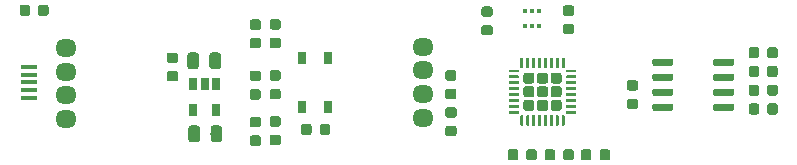
<source format=gtp>
G04 #@! TF.GenerationSoftware,KiCad,Pcbnew,(5.1.2)-1*
G04 #@! TF.CreationDate,2021-06-02T21:36:33+09:00*
G04 #@! TF.ProjectId,es,65732e6b-6963-4616-945f-706362585858,v1.3*
G04 #@! TF.SameCoordinates,Original*
G04 #@! TF.FileFunction,Paste,Top*
G04 #@! TF.FilePolarity,Positive*
%FSLAX46Y46*%
G04 Gerber Fmt 4.6, Leading zero omitted, Abs format (unit mm)*
G04 Created by KiCad (PCBNEW (5.1.2)-1) date 2021-06-02 21:36:33*
%MOMM*%
%LPD*%
G04 APERTURE LIST*
%ADD10C,0.100000*%
%ADD11C,0.250000*%
%ADD12C,0.930000*%
%ADD13R,0.650000X1.060000*%
%ADD14O,1.800000X1.524000*%
%ADD15C,0.875000*%
%ADD16R,1.350000X0.400000*%
%ADD17R,0.650000X1.050000*%
%ADD18C,0.600000*%
%ADD19C,0.975000*%
%ADD20R,0.350000X0.350000*%
%ADD21R,0.300000X0.350000*%
G04 APERTURE END LIST*
D10*
G36*
X180443626Y-88925301D02*
G01*
X180449693Y-88926201D01*
X180455643Y-88927691D01*
X180461418Y-88929758D01*
X180466962Y-88932380D01*
X180472223Y-88935533D01*
X180477150Y-88939187D01*
X180481694Y-88943306D01*
X180485813Y-88947850D01*
X180489467Y-88952777D01*
X180492620Y-88958038D01*
X180495242Y-88963582D01*
X180497309Y-88969357D01*
X180498799Y-88975307D01*
X180499699Y-88981374D01*
X180500000Y-88987500D01*
X180500000Y-89112500D01*
X180499699Y-89118626D01*
X180498799Y-89124693D01*
X180497309Y-89130643D01*
X180495242Y-89136418D01*
X180492620Y-89141962D01*
X180489467Y-89147223D01*
X180485813Y-89152150D01*
X180481694Y-89156694D01*
X180477150Y-89160813D01*
X180472223Y-89164467D01*
X180466962Y-89167620D01*
X180461418Y-89170242D01*
X180455643Y-89172309D01*
X180449693Y-89173799D01*
X180443626Y-89174699D01*
X180437500Y-89175000D01*
X179687500Y-89175000D01*
X179681374Y-89174699D01*
X179675307Y-89173799D01*
X179669357Y-89172309D01*
X179663582Y-89170242D01*
X179658038Y-89167620D01*
X179652777Y-89164467D01*
X179647850Y-89160813D01*
X179643306Y-89156694D01*
X179639187Y-89152150D01*
X179635533Y-89147223D01*
X179632380Y-89141962D01*
X179629758Y-89136418D01*
X179627691Y-89130643D01*
X179626201Y-89124693D01*
X179625301Y-89118626D01*
X179625000Y-89112500D01*
X179625000Y-88987500D01*
X179625301Y-88981374D01*
X179626201Y-88975307D01*
X179627691Y-88969357D01*
X179629758Y-88963582D01*
X179632380Y-88958038D01*
X179635533Y-88952777D01*
X179639187Y-88947850D01*
X179643306Y-88943306D01*
X179647850Y-88939187D01*
X179652777Y-88935533D01*
X179658038Y-88932380D01*
X179663582Y-88929758D01*
X179669357Y-88927691D01*
X179675307Y-88926201D01*
X179681374Y-88925301D01*
X179687500Y-88925000D01*
X180437500Y-88925000D01*
X180443626Y-88925301D01*
X180443626Y-88925301D01*
G37*
D11*
X180062500Y-89050000D03*
D10*
G36*
X180443626Y-88425301D02*
G01*
X180449693Y-88426201D01*
X180455643Y-88427691D01*
X180461418Y-88429758D01*
X180466962Y-88432380D01*
X180472223Y-88435533D01*
X180477150Y-88439187D01*
X180481694Y-88443306D01*
X180485813Y-88447850D01*
X180489467Y-88452777D01*
X180492620Y-88458038D01*
X180495242Y-88463582D01*
X180497309Y-88469357D01*
X180498799Y-88475307D01*
X180499699Y-88481374D01*
X180500000Y-88487500D01*
X180500000Y-88612500D01*
X180499699Y-88618626D01*
X180498799Y-88624693D01*
X180497309Y-88630643D01*
X180495242Y-88636418D01*
X180492620Y-88641962D01*
X180489467Y-88647223D01*
X180485813Y-88652150D01*
X180481694Y-88656694D01*
X180477150Y-88660813D01*
X180472223Y-88664467D01*
X180466962Y-88667620D01*
X180461418Y-88670242D01*
X180455643Y-88672309D01*
X180449693Y-88673799D01*
X180443626Y-88674699D01*
X180437500Y-88675000D01*
X179687500Y-88675000D01*
X179681374Y-88674699D01*
X179675307Y-88673799D01*
X179669357Y-88672309D01*
X179663582Y-88670242D01*
X179658038Y-88667620D01*
X179652777Y-88664467D01*
X179647850Y-88660813D01*
X179643306Y-88656694D01*
X179639187Y-88652150D01*
X179635533Y-88647223D01*
X179632380Y-88641962D01*
X179629758Y-88636418D01*
X179627691Y-88630643D01*
X179626201Y-88624693D01*
X179625301Y-88618626D01*
X179625000Y-88612500D01*
X179625000Y-88487500D01*
X179625301Y-88481374D01*
X179626201Y-88475307D01*
X179627691Y-88469357D01*
X179629758Y-88463582D01*
X179632380Y-88458038D01*
X179635533Y-88452777D01*
X179639187Y-88447850D01*
X179643306Y-88443306D01*
X179647850Y-88439187D01*
X179652777Y-88435533D01*
X179658038Y-88432380D01*
X179663582Y-88429758D01*
X179669357Y-88427691D01*
X179675307Y-88426201D01*
X179681374Y-88425301D01*
X179687500Y-88425000D01*
X180437500Y-88425000D01*
X180443626Y-88425301D01*
X180443626Y-88425301D01*
G37*
D11*
X180062500Y-88550000D03*
D10*
G36*
X180443626Y-87925301D02*
G01*
X180449693Y-87926201D01*
X180455643Y-87927691D01*
X180461418Y-87929758D01*
X180466962Y-87932380D01*
X180472223Y-87935533D01*
X180477150Y-87939187D01*
X180481694Y-87943306D01*
X180485813Y-87947850D01*
X180489467Y-87952777D01*
X180492620Y-87958038D01*
X180495242Y-87963582D01*
X180497309Y-87969357D01*
X180498799Y-87975307D01*
X180499699Y-87981374D01*
X180500000Y-87987500D01*
X180500000Y-88112500D01*
X180499699Y-88118626D01*
X180498799Y-88124693D01*
X180497309Y-88130643D01*
X180495242Y-88136418D01*
X180492620Y-88141962D01*
X180489467Y-88147223D01*
X180485813Y-88152150D01*
X180481694Y-88156694D01*
X180477150Y-88160813D01*
X180472223Y-88164467D01*
X180466962Y-88167620D01*
X180461418Y-88170242D01*
X180455643Y-88172309D01*
X180449693Y-88173799D01*
X180443626Y-88174699D01*
X180437500Y-88175000D01*
X179687500Y-88175000D01*
X179681374Y-88174699D01*
X179675307Y-88173799D01*
X179669357Y-88172309D01*
X179663582Y-88170242D01*
X179658038Y-88167620D01*
X179652777Y-88164467D01*
X179647850Y-88160813D01*
X179643306Y-88156694D01*
X179639187Y-88152150D01*
X179635533Y-88147223D01*
X179632380Y-88141962D01*
X179629758Y-88136418D01*
X179627691Y-88130643D01*
X179626201Y-88124693D01*
X179625301Y-88118626D01*
X179625000Y-88112500D01*
X179625000Y-87987500D01*
X179625301Y-87981374D01*
X179626201Y-87975307D01*
X179627691Y-87969357D01*
X179629758Y-87963582D01*
X179632380Y-87958038D01*
X179635533Y-87952777D01*
X179639187Y-87947850D01*
X179643306Y-87943306D01*
X179647850Y-87939187D01*
X179652777Y-87935533D01*
X179658038Y-87932380D01*
X179663582Y-87929758D01*
X179669357Y-87927691D01*
X179675307Y-87926201D01*
X179681374Y-87925301D01*
X179687500Y-87925000D01*
X180437500Y-87925000D01*
X180443626Y-87925301D01*
X180443626Y-87925301D01*
G37*
D11*
X180062500Y-88050000D03*
D10*
G36*
X180443626Y-87425301D02*
G01*
X180449693Y-87426201D01*
X180455643Y-87427691D01*
X180461418Y-87429758D01*
X180466962Y-87432380D01*
X180472223Y-87435533D01*
X180477150Y-87439187D01*
X180481694Y-87443306D01*
X180485813Y-87447850D01*
X180489467Y-87452777D01*
X180492620Y-87458038D01*
X180495242Y-87463582D01*
X180497309Y-87469357D01*
X180498799Y-87475307D01*
X180499699Y-87481374D01*
X180500000Y-87487500D01*
X180500000Y-87612500D01*
X180499699Y-87618626D01*
X180498799Y-87624693D01*
X180497309Y-87630643D01*
X180495242Y-87636418D01*
X180492620Y-87641962D01*
X180489467Y-87647223D01*
X180485813Y-87652150D01*
X180481694Y-87656694D01*
X180477150Y-87660813D01*
X180472223Y-87664467D01*
X180466962Y-87667620D01*
X180461418Y-87670242D01*
X180455643Y-87672309D01*
X180449693Y-87673799D01*
X180443626Y-87674699D01*
X180437500Y-87675000D01*
X179687500Y-87675000D01*
X179681374Y-87674699D01*
X179675307Y-87673799D01*
X179669357Y-87672309D01*
X179663582Y-87670242D01*
X179658038Y-87667620D01*
X179652777Y-87664467D01*
X179647850Y-87660813D01*
X179643306Y-87656694D01*
X179639187Y-87652150D01*
X179635533Y-87647223D01*
X179632380Y-87641962D01*
X179629758Y-87636418D01*
X179627691Y-87630643D01*
X179626201Y-87624693D01*
X179625301Y-87618626D01*
X179625000Y-87612500D01*
X179625000Y-87487500D01*
X179625301Y-87481374D01*
X179626201Y-87475307D01*
X179627691Y-87469357D01*
X179629758Y-87463582D01*
X179632380Y-87458038D01*
X179635533Y-87452777D01*
X179639187Y-87447850D01*
X179643306Y-87443306D01*
X179647850Y-87439187D01*
X179652777Y-87435533D01*
X179658038Y-87432380D01*
X179663582Y-87429758D01*
X179669357Y-87427691D01*
X179675307Y-87426201D01*
X179681374Y-87425301D01*
X179687500Y-87425000D01*
X180437500Y-87425000D01*
X180443626Y-87425301D01*
X180443626Y-87425301D01*
G37*
D11*
X180062500Y-87550000D03*
D10*
G36*
X180443626Y-86925301D02*
G01*
X180449693Y-86926201D01*
X180455643Y-86927691D01*
X180461418Y-86929758D01*
X180466962Y-86932380D01*
X180472223Y-86935533D01*
X180477150Y-86939187D01*
X180481694Y-86943306D01*
X180485813Y-86947850D01*
X180489467Y-86952777D01*
X180492620Y-86958038D01*
X180495242Y-86963582D01*
X180497309Y-86969357D01*
X180498799Y-86975307D01*
X180499699Y-86981374D01*
X180500000Y-86987500D01*
X180500000Y-87112500D01*
X180499699Y-87118626D01*
X180498799Y-87124693D01*
X180497309Y-87130643D01*
X180495242Y-87136418D01*
X180492620Y-87141962D01*
X180489467Y-87147223D01*
X180485813Y-87152150D01*
X180481694Y-87156694D01*
X180477150Y-87160813D01*
X180472223Y-87164467D01*
X180466962Y-87167620D01*
X180461418Y-87170242D01*
X180455643Y-87172309D01*
X180449693Y-87173799D01*
X180443626Y-87174699D01*
X180437500Y-87175000D01*
X179687500Y-87175000D01*
X179681374Y-87174699D01*
X179675307Y-87173799D01*
X179669357Y-87172309D01*
X179663582Y-87170242D01*
X179658038Y-87167620D01*
X179652777Y-87164467D01*
X179647850Y-87160813D01*
X179643306Y-87156694D01*
X179639187Y-87152150D01*
X179635533Y-87147223D01*
X179632380Y-87141962D01*
X179629758Y-87136418D01*
X179627691Y-87130643D01*
X179626201Y-87124693D01*
X179625301Y-87118626D01*
X179625000Y-87112500D01*
X179625000Y-86987500D01*
X179625301Y-86981374D01*
X179626201Y-86975307D01*
X179627691Y-86969357D01*
X179629758Y-86963582D01*
X179632380Y-86958038D01*
X179635533Y-86952777D01*
X179639187Y-86947850D01*
X179643306Y-86943306D01*
X179647850Y-86939187D01*
X179652777Y-86935533D01*
X179658038Y-86932380D01*
X179663582Y-86929758D01*
X179669357Y-86927691D01*
X179675307Y-86926201D01*
X179681374Y-86925301D01*
X179687500Y-86925000D01*
X180437500Y-86925000D01*
X180443626Y-86925301D01*
X180443626Y-86925301D01*
G37*
D11*
X180062500Y-87050000D03*
D10*
G36*
X180443626Y-86425301D02*
G01*
X180449693Y-86426201D01*
X180455643Y-86427691D01*
X180461418Y-86429758D01*
X180466962Y-86432380D01*
X180472223Y-86435533D01*
X180477150Y-86439187D01*
X180481694Y-86443306D01*
X180485813Y-86447850D01*
X180489467Y-86452777D01*
X180492620Y-86458038D01*
X180495242Y-86463582D01*
X180497309Y-86469357D01*
X180498799Y-86475307D01*
X180499699Y-86481374D01*
X180500000Y-86487500D01*
X180500000Y-86612500D01*
X180499699Y-86618626D01*
X180498799Y-86624693D01*
X180497309Y-86630643D01*
X180495242Y-86636418D01*
X180492620Y-86641962D01*
X180489467Y-86647223D01*
X180485813Y-86652150D01*
X180481694Y-86656694D01*
X180477150Y-86660813D01*
X180472223Y-86664467D01*
X180466962Y-86667620D01*
X180461418Y-86670242D01*
X180455643Y-86672309D01*
X180449693Y-86673799D01*
X180443626Y-86674699D01*
X180437500Y-86675000D01*
X179687500Y-86675000D01*
X179681374Y-86674699D01*
X179675307Y-86673799D01*
X179669357Y-86672309D01*
X179663582Y-86670242D01*
X179658038Y-86667620D01*
X179652777Y-86664467D01*
X179647850Y-86660813D01*
X179643306Y-86656694D01*
X179639187Y-86652150D01*
X179635533Y-86647223D01*
X179632380Y-86641962D01*
X179629758Y-86636418D01*
X179627691Y-86630643D01*
X179626201Y-86624693D01*
X179625301Y-86618626D01*
X179625000Y-86612500D01*
X179625000Y-86487500D01*
X179625301Y-86481374D01*
X179626201Y-86475307D01*
X179627691Y-86469357D01*
X179629758Y-86463582D01*
X179632380Y-86458038D01*
X179635533Y-86452777D01*
X179639187Y-86447850D01*
X179643306Y-86443306D01*
X179647850Y-86439187D01*
X179652777Y-86435533D01*
X179658038Y-86432380D01*
X179663582Y-86429758D01*
X179669357Y-86427691D01*
X179675307Y-86426201D01*
X179681374Y-86425301D01*
X179687500Y-86425000D01*
X180437500Y-86425000D01*
X180443626Y-86425301D01*
X180443626Y-86425301D01*
G37*
D11*
X180062500Y-86550000D03*
D10*
G36*
X180443626Y-85925301D02*
G01*
X180449693Y-85926201D01*
X180455643Y-85927691D01*
X180461418Y-85929758D01*
X180466962Y-85932380D01*
X180472223Y-85935533D01*
X180477150Y-85939187D01*
X180481694Y-85943306D01*
X180485813Y-85947850D01*
X180489467Y-85952777D01*
X180492620Y-85958038D01*
X180495242Y-85963582D01*
X180497309Y-85969357D01*
X180498799Y-85975307D01*
X180499699Y-85981374D01*
X180500000Y-85987500D01*
X180500000Y-86112500D01*
X180499699Y-86118626D01*
X180498799Y-86124693D01*
X180497309Y-86130643D01*
X180495242Y-86136418D01*
X180492620Y-86141962D01*
X180489467Y-86147223D01*
X180485813Y-86152150D01*
X180481694Y-86156694D01*
X180477150Y-86160813D01*
X180472223Y-86164467D01*
X180466962Y-86167620D01*
X180461418Y-86170242D01*
X180455643Y-86172309D01*
X180449693Y-86173799D01*
X180443626Y-86174699D01*
X180437500Y-86175000D01*
X179687500Y-86175000D01*
X179681374Y-86174699D01*
X179675307Y-86173799D01*
X179669357Y-86172309D01*
X179663582Y-86170242D01*
X179658038Y-86167620D01*
X179652777Y-86164467D01*
X179647850Y-86160813D01*
X179643306Y-86156694D01*
X179639187Y-86152150D01*
X179635533Y-86147223D01*
X179632380Y-86141962D01*
X179629758Y-86136418D01*
X179627691Y-86130643D01*
X179626201Y-86124693D01*
X179625301Y-86118626D01*
X179625000Y-86112500D01*
X179625000Y-85987500D01*
X179625301Y-85981374D01*
X179626201Y-85975307D01*
X179627691Y-85969357D01*
X179629758Y-85963582D01*
X179632380Y-85958038D01*
X179635533Y-85952777D01*
X179639187Y-85947850D01*
X179643306Y-85943306D01*
X179647850Y-85939187D01*
X179652777Y-85935533D01*
X179658038Y-85932380D01*
X179663582Y-85929758D01*
X179669357Y-85927691D01*
X179675307Y-85926201D01*
X179681374Y-85925301D01*
X179687500Y-85925000D01*
X180437500Y-85925000D01*
X180443626Y-85925301D01*
X180443626Y-85925301D01*
G37*
D11*
X180062500Y-86050000D03*
D10*
G36*
X180443626Y-85425301D02*
G01*
X180449693Y-85426201D01*
X180455643Y-85427691D01*
X180461418Y-85429758D01*
X180466962Y-85432380D01*
X180472223Y-85435533D01*
X180477150Y-85439187D01*
X180481694Y-85443306D01*
X180485813Y-85447850D01*
X180489467Y-85452777D01*
X180492620Y-85458038D01*
X180495242Y-85463582D01*
X180497309Y-85469357D01*
X180498799Y-85475307D01*
X180499699Y-85481374D01*
X180500000Y-85487500D01*
X180500000Y-85612500D01*
X180499699Y-85618626D01*
X180498799Y-85624693D01*
X180497309Y-85630643D01*
X180495242Y-85636418D01*
X180492620Y-85641962D01*
X180489467Y-85647223D01*
X180485813Y-85652150D01*
X180481694Y-85656694D01*
X180477150Y-85660813D01*
X180472223Y-85664467D01*
X180466962Y-85667620D01*
X180461418Y-85670242D01*
X180455643Y-85672309D01*
X180449693Y-85673799D01*
X180443626Y-85674699D01*
X180437500Y-85675000D01*
X179687500Y-85675000D01*
X179681374Y-85674699D01*
X179675307Y-85673799D01*
X179669357Y-85672309D01*
X179663582Y-85670242D01*
X179658038Y-85667620D01*
X179652777Y-85664467D01*
X179647850Y-85660813D01*
X179643306Y-85656694D01*
X179639187Y-85652150D01*
X179635533Y-85647223D01*
X179632380Y-85641962D01*
X179629758Y-85636418D01*
X179627691Y-85630643D01*
X179626201Y-85624693D01*
X179625301Y-85618626D01*
X179625000Y-85612500D01*
X179625000Y-85487500D01*
X179625301Y-85481374D01*
X179626201Y-85475307D01*
X179627691Y-85469357D01*
X179629758Y-85463582D01*
X179632380Y-85458038D01*
X179635533Y-85452777D01*
X179639187Y-85447850D01*
X179643306Y-85443306D01*
X179647850Y-85439187D01*
X179652777Y-85435533D01*
X179658038Y-85432380D01*
X179663582Y-85429758D01*
X179669357Y-85427691D01*
X179675307Y-85426201D01*
X179681374Y-85425301D01*
X179687500Y-85425000D01*
X180437500Y-85425000D01*
X180443626Y-85425301D01*
X180443626Y-85425301D01*
G37*
D11*
X180062500Y-85550000D03*
D10*
G36*
X180818626Y-84425301D02*
G01*
X180824693Y-84426201D01*
X180830643Y-84427691D01*
X180836418Y-84429758D01*
X180841962Y-84432380D01*
X180847223Y-84435533D01*
X180852150Y-84439187D01*
X180856694Y-84443306D01*
X180860813Y-84447850D01*
X180864467Y-84452777D01*
X180867620Y-84458038D01*
X180870242Y-84463582D01*
X180872309Y-84469357D01*
X180873799Y-84475307D01*
X180874699Y-84481374D01*
X180875000Y-84487500D01*
X180875000Y-85237500D01*
X180874699Y-85243626D01*
X180873799Y-85249693D01*
X180872309Y-85255643D01*
X180870242Y-85261418D01*
X180867620Y-85266962D01*
X180864467Y-85272223D01*
X180860813Y-85277150D01*
X180856694Y-85281694D01*
X180852150Y-85285813D01*
X180847223Y-85289467D01*
X180841962Y-85292620D01*
X180836418Y-85295242D01*
X180830643Y-85297309D01*
X180824693Y-85298799D01*
X180818626Y-85299699D01*
X180812500Y-85300000D01*
X180687500Y-85300000D01*
X180681374Y-85299699D01*
X180675307Y-85298799D01*
X180669357Y-85297309D01*
X180663582Y-85295242D01*
X180658038Y-85292620D01*
X180652777Y-85289467D01*
X180647850Y-85285813D01*
X180643306Y-85281694D01*
X180639187Y-85277150D01*
X180635533Y-85272223D01*
X180632380Y-85266962D01*
X180629758Y-85261418D01*
X180627691Y-85255643D01*
X180626201Y-85249693D01*
X180625301Y-85243626D01*
X180625000Y-85237500D01*
X180625000Y-84487500D01*
X180625301Y-84481374D01*
X180626201Y-84475307D01*
X180627691Y-84469357D01*
X180629758Y-84463582D01*
X180632380Y-84458038D01*
X180635533Y-84452777D01*
X180639187Y-84447850D01*
X180643306Y-84443306D01*
X180647850Y-84439187D01*
X180652777Y-84435533D01*
X180658038Y-84432380D01*
X180663582Y-84429758D01*
X180669357Y-84427691D01*
X180675307Y-84426201D01*
X180681374Y-84425301D01*
X180687500Y-84425000D01*
X180812500Y-84425000D01*
X180818626Y-84425301D01*
X180818626Y-84425301D01*
G37*
D11*
X180750000Y-84862500D03*
D10*
G36*
X181318626Y-84425301D02*
G01*
X181324693Y-84426201D01*
X181330643Y-84427691D01*
X181336418Y-84429758D01*
X181341962Y-84432380D01*
X181347223Y-84435533D01*
X181352150Y-84439187D01*
X181356694Y-84443306D01*
X181360813Y-84447850D01*
X181364467Y-84452777D01*
X181367620Y-84458038D01*
X181370242Y-84463582D01*
X181372309Y-84469357D01*
X181373799Y-84475307D01*
X181374699Y-84481374D01*
X181375000Y-84487500D01*
X181375000Y-85237500D01*
X181374699Y-85243626D01*
X181373799Y-85249693D01*
X181372309Y-85255643D01*
X181370242Y-85261418D01*
X181367620Y-85266962D01*
X181364467Y-85272223D01*
X181360813Y-85277150D01*
X181356694Y-85281694D01*
X181352150Y-85285813D01*
X181347223Y-85289467D01*
X181341962Y-85292620D01*
X181336418Y-85295242D01*
X181330643Y-85297309D01*
X181324693Y-85298799D01*
X181318626Y-85299699D01*
X181312500Y-85300000D01*
X181187500Y-85300000D01*
X181181374Y-85299699D01*
X181175307Y-85298799D01*
X181169357Y-85297309D01*
X181163582Y-85295242D01*
X181158038Y-85292620D01*
X181152777Y-85289467D01*
X181147850Y-85285813D01*
X181143306Y-85281694D01*
X181139187Y-85277150D01*
X181135533Y-85272223D01*
X181132380Y-85266962D01*
X181129758Y-85261418D01*
X181127691Y-85255643D01*
X181126201Y-85249693D01*
X181125301Y-85243626D01*
X181125000Y-85237500D01*
X181125000Y-84487500D01*
X181125301Y-84481374D01*
X181126201Y-84475307D01*
X181127691Y-84469357D01*
X181129758Y-84463582D01*
X181132380Y-84458038D01*
X181135533Y-84452777D01*
X181139187Y-84447850D01*
X181143306Y-84443306D01*
X181147850Y-84439187D01*
X181152777Y-84435533D01*
X181158038Y-84432380D01*
X181163582Y-84429758D01*
X181169357Y-84427691D01*
X181175307Y-84426201D01*
X181181374Y-84425301D01*
X181187500Y-84425000D01*
X181312500Y-84425000D01*
X181318626Y-84425301D01*
X181318626Y-84425301D01*
G37*
D11*
X181250000Y-84862500D03*
D10*
G36*
X181818626Y-84425301D02*
G01*
X181824693Y-84426201D01*
X181830643Y-84427691D01*
X181836418Y-84429758D01*
X181841962Y-84432380D01*
X181847223Y-84435533D01*
X181852150Y-84439187D01*
X181856694Y-84443306D01*
X181860813Y-84447850D01*
X181864467Y-84452777D01*
X181867620Y-84458038D01*
X181870242Y-84463582D01*
X181872309Y-84469357D01*
X181873799Y-84475307D01*
X181874699Y-84481374D01*
X181875000Y-84487500D01*
X181875000Y-85237500D01*
X181874699Y-85243626D01*
X181873799Y-85249693D01*
X181872309Y-85255643D01*
X181870242Y-85261418D01*
X181867620Y-85266962D01*
X181864467Y-85272223D01*
X181860813Y-85277150D01*
X181856694Y-85281694D01*
X181852150Y-85285813D01*
X181847223Y-85289467D01*
X181841962Y-85292620D01*
X181836418Y-85295242D01*
X181830643Y-85297309D01*
X181824693Y-85298799D01*
X181818626Y-85299699D01*
X181812500Y-85300000D01*
X181687500Y-85300000D01*
X181681374Y-85299699D01*
X181675307Y-85298799D01*
X181669357Y-85297309D01*
X181663582Y-85295242D01*
X181658038Y-85292620D01*
X181652777Y-85289467D01*
X181647850Y-85285813D01*
X181643306Y-85281694D01*
X181639187Y-85277150D01*
X181635533Y-85272223D01*
X181632380Y-85266962D01*
X181629758Y-85261418D01*
X181627691Y-85255643D01*
X181626201Y-85249693D01*
X181625301Y-85243626D01*
X181625000Y-85237500D01*
X181625000Y-84487500D01*
X181625301Y-84481374D01*
X181626201Y-84475307D01*
X181627691Y-84469357D01*
X181629758Y-84463582D01*
X181632380Y-84458038D01*
X181635533Y-84452777D01*
X181639187Y-84447850D01*
X181643306Y-84443306D01*
X181647850Y-84439187D01*
X181652777Y-84435533D01*
X181658038Y-84432380D01*
X181663582Y-84429758D01*
X181669357Y-84427691D01*
X181675307Y-84426201D01*
X181681374Y-84425301D01*
X181687500Y-84425000D01*
X181812500Y-84425000D01*
X181818626Y-84425301D01*
X181818626Y-84425301D01*
G37*
D11*
X181750000Y-84862500D03*
D10*
G36*
X182318626Y-84425301D02*
G01*
X182324693Y-84426201D01*
X182330643Y-84427691D01*
X182336418Y-84429758D01*
X182341962Y-84432380D01*
X182347223Y-84435533D01*
X182352150Y-84439187D01*
X182356694Y-84443306D01*
X182360813Y-84447850D01*
X182364467Y-84452777D01*
X182367620Y-84458038D01*
X182370242Y-84463582D01*
X182372309Y-84469357D01*
X182373799Y-84475307D01*
X182374699Y-84481374D01*
X182375000Y-84487500D01*
X182375000Y-85237500D01*
X182374699Y-85243626D01*
X182373799Y-85249693D01*
X182372309Y-85255643D01*
X182370242Y-85261418D01*
X182367620Y-85266962D01*
X182364467Y-85272223D01*
X182360813Y-85277150D01*
X182356694Y-85281694D01*
X182352150Y-85285813D01*
X182347223Y-85289467D01*
X182341962Y-85292620D01*
X182336418Y-85295242D01*
X182330643Y-85297309D01*
X182324693Y-85298799D01*
X182318626Y-85299699D01*
X182312500Y-85300000D01*
X182187500Y-85300000D01*
X182181374Y-85299699D01*
X182175307Y-85298799D01*
X182169357Y-85297309D01*
X182163582Y-85295242D01*
X182158038Y-85292620D01*
X182152777Y-85289467D01*
X182147850Y-85285813D01*
X182143306Y-85281694D01*
X182139187Y-85277150D01*
X182135533Y-85272223D01*
X182132380Y-85266962D01*
X182129758Y-85261418D01*
X182127691Y-85255643D01*
X182126201Y-85249693D01*
X182125301Y-85243626D01*
X182125000Y-85237500D01*
X182125000Y-84487500D01*
X182125301Y-84481374D01*
X182126201Y-84475307D01*
X182127691Y-84469357D01*
X182129758Y-84463582D01*
X182132380Y-84458038D01*
X182135533Y-84452777D01*
X182139187Y-84447850D01*
X182143306Y-84443306D01*
X182147850Y-84439187D01*
X182152777Y-84435533D01*
X182158038Y-84432380D01*
X182163582Y-84429758D01*
X182169357Y-84427691D01*
X182175307Y-84426201D01*
X182181374Y-84425301D01*
X182187500Y-84425000D01*
X182312500Y-84425000D01*
X182318626Y-84425301D01*
X182318626Y-84425301D01*
G37*
D11*
X182250000Y-84862500D03*
D10*
G36*
X182818626Y-84425301D02*
G01*
X182824693Y-84426201D01*
X182830643Y-84427691D01*
X182836418Y-84429758D01*
X182841962Y-84432380D01*
X182847223Y-84435533D01*
X182852150Y-84439187D01*
X182856694Y-84443306D01*
X182860813Y-84447850D01*
X182864467Y-84452777D01*
X182867620Y-84458038D01*
X182870242Y-84463582D01*
X182872309Y-84469357D01*
X182873799Y-84475307D01*
X182874699Y-84481374D01*
X182875000Y-84487500D01*
X182875000Y-85237500D01*
X182874699Y-85243626D01*
X182873799Y-85249693D01*
X182872309Y-85255643D01*
X182870242Y-85261418D01*
X182867620Y-85266962D01*
X182864467Y-85272223D01*
X182860813Y-85277150D01*
X182856694Y-85281694D01*
X182852150Y-85285813D01*
X182847223Y-85289467D01*
X182841962Y-85292620D01*
X182836418Y-85295242D01*
X182830643Y-85297309D01*
X182824693Y-85298799D01*
X182818626Y-85299699D01*
X182812500Y-85300000D01*
X182687500Y-85300000D01*
X182681374Y-85299699D01*
X182675307Y-85298799D01*
X182669357Y-85297309D01*
X182663582Y-85295242D01*
X182658038Y-85292620D01*
X182652777Y-85289467D01*
X182647850Y-85285813D01*
X182643306Y-85281694D01*
X182639187Y-85277150D01*
X182635533Y-85272223D01*
X182632380Y-85266962D01*
X182629758Y-85261418D01*
X182627691Y-85255643D01*
X182626201Y-85249693D01*
X182625301Y-85243626D01*
X182625000Y-85237500D01*
X182625000Y-84487500D01*
X182625301Y-84481374D01*
X182626201Y-84475307D01*
X182627691Y-84469357D01*
X182629758Y-84463582D01*
X182632380Y-84458038D01*
X182635533Y-84452777D01*
X182639187Y-84447850D01*
X182643306Y-84443306D01*
X182647850Y-84439187D01*
X182652777Y-84435533D01*
X182658038Y-84432380D01*
X182663582Y-84429758D01*
X182669357Y-84427691D01*
X182675307Y-84426201D01*
X182681374Y-84425301D01*
X182687500Y-84425000D01*
X182812500Y-84425000D01*
X182818626Y-84425301D01*
X182818626Y-84425301D01*
G37*
D11*
X182750000Y-84862500D03*
D10*
G36*
X183318626Y-84425301D02*
G01*
X183324693Y-84426201D01*
X183330643Y-84427691D01*
X183336418Y-84429758D01*
X183341962Y-84432380D01*
X183347223Y-84435533D01*
X183352150Y-84439187D01*
X183356694Y-84443306D01*
X183360813Y-84447850D01*
X183364467Y-84452777D01*
X183367620Y-84458038D01*
X183370242Y-84463582D01*
X183372309Y-84469357D01*
X183373799Y-84475307D01*
X183374699Y-84481374D01*
X183375000Y-84487500D01*
X183375000Y-85237500D01*
X183374699Y-85243626D01*
X183373799Y-85249693D01*
X183372309Y-85255643D01*
X183370242Y-85261418D01*
X183367620Y-85266962D01*
X183364467Y-85272223D01*
X183360813Y-85277150D01*
X183356694Y-85281694D01*
X183352150Y-85285813D01*
X183347223Y-85289467D01*
X183341962Y-85292620D01*
X183336418Y-85295242D01*
X183330643Y-85297309D01*
X183324693Y-85298799D01*
X183318626Y-85299699D01*
X183312500Y-85300000D01*
X183187500Y-85300000D01*
X183181374Y-85299699D01*
X183175307Y-85298799D01*
X183169357Y-85297309D01*
X183163582Y-85295242D01*
X183158038Y-85292620D01*
X183152777Y-85289467D01*
X183147850Y-85285813D01*
X183143306Y-85281694D01*
X183139187Y-85277150D01*
X183135533Y-85272223D01*
X183132380Y-85266962D01*
X183129758Y-85261418D01*
X183127691Y-85255643D01*
X183126201Y-85249693D01*
X183125301Y-85243626D01*
X183125000Y-85237500D01*
X183125000Y-84487500D01*
X183125301Y-84481374D01*
X183126201Y-84475307D01*
X183127691Y-84469357D01*
X183129758Y-84463582D01*
X183132380Y-84458038D01*
X183135533Y-84452777D01*
X183139187Y-84447850D01*
X183143306Y-84443306D01*
X183147850Y-84439187D01*
X183152777Y-84435533D01*
X183158038Y-84432380D01*
X183163582Y-84429758D01*
X183169357Y-84427691D01*
X183175307Y-84426201D01*
X183181374Y-84425301D01*
X183187500Y-84425000D01*
X183312500Y-84425000D01*
X183318626Y-84425301D01*
X183318626Y-84425301D01*
G37*
D11*
X183250000Y-84862500D03*
D10*
G36*
X183818626Y-84425301D02*
G01*
X183824693Y-84426201D01*
X183830643Y-84427691D01*
X183836418Y-84429758D01*
X183841962Y-84432380D01*
X183847223Y-84435533D01*
X183852150Y-84439187D01*
X183856694Y-84443306D01*
X183860813Y-84447850D01*
X183864467Y-84452777D01*
X183867620Y-84458038D01*
X183870242Y-84463582D01*
X183872309Y-84469357D01*
X183873799Y-84475307D01*
X183874699Y-84481374D01*
X183875000Y-84487500D01*
X183875000Y-85237500D01*
X183874699Y-85243626D01*
X183873799Y-85249693D01*
X183872309Y-85255643D01*
X183870242Y-85261418D01*
X183867620Y-85266962D01*
X183864467Y-85272223D01*
X183860813Y-85277150D01*
X183856694Y-85281694D01*
X183852150Y-85285813D01*
X183847223Y-85289467D01*
X183841962Y-85292620D01*
X183836418Y-85295242D01*
X183830643Y-85297309D01*
X183824693Y-85298799D01*
X183818626Y-85299699D01*
X183812500Y-85300000D01*
X183687500Y-85300000D01*
X183681374Y-85299699D01*
X183675307Y-85298799D01*
X183669357Y-85297309D01*
X183663582Y-85295242D01*
X183658038Y-85292620D01*
X183652777Y-85289467D01*
X183647850Y-85285813D01*
X183643306Y-85281694D01*
X183639187Y-85277150D01*
X183635533Y-85272223D01*
X183632380Y-85266962D01*
X183629758Y-85261418D01*
X183627691Y-85255643D01*
X183626201Y-85249693D01*
X183625301Y-85243626D01*
X183625000Y-85237500D01*
X183625000Y-84487500D01*
X183625301Y-84481374D01*
X183626201Y-84475307D01*
X183627691Y-84469357D01*
X183629758Y-84463582D01*
X183632380Y-84458038D01*
X183635533Y-84452777D01*
X183639187Y-84447850D01*
X183643306Y-84443306D01*
X183647850Y-84439187D01*
X183652777Y-84435533D01*
X183658038Y-84432380D01*
X183663582Y-84429758D01*
X183669357Y-84427691D01*
X183675307Y-84426201D01*
X183681374Y-84425301D01*
X183687500Y-84425000D01*
X183812500Y-84425000D01*
X183818626Y-84425301D01*
X183818626Y-84425301D01*
G37*
D11*
X183750000Y-84862500D03*
D10*
G36*
X184318626Y-84425301D02*
G01*
X184324693Y-84426201D01*
X184330643Y-84427691D01*
X184336418Y-84429758D01*
X184341962Y-84432380D01*
X184347223Y-84435533D01*
X184352150Y-84439187D01*
X184356694Y-84443306D01*
X184360813Y-84447850D01*
X184364467Y-84452777D01*
X184367620Y-84458038D01*
X184370242Y-84463582D01*
X184372309Y-84469357D01*
X184373799Y-84475307D01*
X184374699Y-84481374D01*
X184375000Y-84487500D01*
X184375000Y-85237500D01*
X184374699Y-85243626D01*
X184373799Y-85249693D01*
X184372309Y-85255643D01*
X184370242Y-85261418D01*
X184367620Y-85266962D01*
X184364467Y-85272223D01*
X184360813Y-85277150D01*
X184356694Y-85281694D01*
X184352150Y-85285813D01*
X184347223Y-85289467D01*
X184341962Y-85292620D01*
X184336418Y-85295242D01*
X184330643Y-85297309D01*
X184324693Y-85298799D01*
X184318626Y-85299699D01*
X184312500Y-85300000D01*
X184187500Y-85300000D01*
X184181374Y-85299699D01*
X184175307Y-85298799D01*
X184169357Y-85297309D01*
X184163582Y-85295242D01*
X184158038Y-85292620D01*
X184152777Y-85289467D01*
X184147850Y-85285813D01*
X184143306Y-85281694D01*
X184139187Y-85277150D01*
X184135533Y-85272223D01*
X184132380Y-85266962D01*
X184129758Y-85261418D01*
X184127691Y-85255643D01*
X184126201Y-85249693D01*
X184125301Y-85243626D01*
X184125000Y-85237500D01*
X184125000Y-84487500D01*
X184125301Y-84481374D01*
X184126201Y-84475307D01*
X184127691Y-84469357D01*
X184129758Y-84463582D01*
X184132380Y-84458038D01*
X184135533Y-84452777D01*
X184139187Y-84447850D01*
X184143306Y-84443306D01*
X184147850Y-84439187D01*
X184152777Y-84435533D01*
X184158038Y-84432380D01*
X184163582Y-84429758D01*
X184169357Y-84427691D01*
X184175307Y-84426201D01*
X184181374Y-84425301D01*
X184187500Y-84425000D01*
X184312500Y-84425000D01*
X184318626Y-84425301D01*
X184318626Y-84425301D01*
G37*
D11*
X184250000Y-84862500D03*
D10*
G36*
X185318626Y-85425301D02*
G01*
X185324693Y-85426201D01*
X185330643Y-85427691D01*
X185336418Y-85429758D01*
X185341962Y-85432380D01*
X185347223Y-85435533D01*
X185352150Y-85439187D01*
X185356694Y-85443306D01*
X185360813Y-85447850D01*
X185364467Y-85452777D01*
X185367620Y-85458038D01*
X185370242Y-85463582D01*
X185372309Y-85469357D01*
X185373799Y-85475307D01*
X185374699Y-85481374D01*
X185375000Y-85487500D01*
X185375000Y-85612500D01*
X185374699Y-85618626D01*
X185373799Y-85624693D01*
X185372309Y-85630643D01*
X185370242Y-85636418D01*
X185367620Y-85641962D01*
X185364467Y-85647223D01*
X185360813Y-85652150D01*
X185356694Y-85656694D01*
X185352150Y-85660813D01*
X185347223Y-85664467D01*
X185341962Y-85667620D01*
X185336418Y-85670242D01*
X185330643Y-85672309D01*
X185324693Y-85673799D01*
X185318626Y-85674699D01*
X185312500Y-85675000D01*
X184562500Y-85675000D01*
X184556374Y-85674699D01*
X184550307Y-85673799D01*
X184544357Y-85672309D01*
X184538582Y-85670242D01*
X184533038Y-85667620D01*
X184527777Y-85664467D01*
X184522850Y-85660813D01*
X184518306Y-85656694D01*
X184514187Y-85652150D01*
X184510533Y-85647223D01*
X184507380Y-85641962D01*
X184504758Y-85636418D01*
X184502691Y-85630643D01*
X184501201Y-85624693D01*
X184500301Y-85618626D01*
X184500000Y-85612500D01*
X184500000Y-85487500D01*
X184500301Y-85481374D01*
X184501201Y-85475307D01*
X184502691Y-85469357D01*
X184504758Y-85463582D01*
X184507380Y-85458038D01*
X184510533Y-85452777D01*
X184514187Y-85447850D01*
X184518306Y-85443306D01*
X184522850Y-85439187D01*
X184527777Y-85435533D01*
X184533038Y-85432380D01*
X184538582Y-85429758D01*
X184544357Y-85427691D01*
X184550307Y-85426201D01*
X184556374Y-85425301D01*
X184562500Y-85425000D01*
X185312500Y-85425000D01*
X185318626Y-85425301D01*
X185318626Y-85425301D01*
G37*
D11*
X184937500Y-85550000D03*
D10*
G36*
X185318626Y-85925301D02*
G01*
X185324693Y-85926201D01*
X185330643Y-85927691D01*
X185336418Y-85929758D01*
X185341962Y-85932380D01*
X185347223Y-85935533D01*
X185352150Y-85939187D01*
X185356694Y-85943306D01*
X185360813Y-85947850D01*
X185364467Y-85952777D01*
X185367620Y-85958038D01*
X185370242Y-85963582D01*
X185372309Y-85969357D01*
X185373799Y-85975307D01*
X185374699Y-85981374D01*
X185375000Y-85987500D01*
X185375000Y-86112500D01*
X185374699Y-86118626D01*
X185373799Y-86124693D01*
X185372309Y-86130643D01*
X185370242Y-86136418D01*
X185367620Y-86141962D01*
X185364467Y-86147223D01*
X185360813Y-86152150D01*
X185356694Y-86156694D01*
X185352150Y-86160813D01*
X185347223Y-86164467D01*
X185341962Y-86167620D01*
X185336418Y-86170242D01*
X185330643Y-86172309D01*
X185324693Y-86173799D01*
X185318626Y-86174699D01*
X185312500Y-86175000D01*
X184562500Y-86175000D01*
X184556374Y-86174699D01*
X184550307Y-86173799D01*
X184544357Y-86172309D01*
X184538582Y-86170242D01*
X184533038Y-86167620D01*
X184527777Y-86164467D01*
X184522850Y-86160813D01*
X184518306Y-86156694D01*
X184514187Y-86152150D01*
X184510533Y-86147223D01*
X184507380Y-86141962D01*
X184504758Y-86136418D01*
X184502691Y-86130643D01*
X184501201Y-86124693D01*
X184500301Y-86118626D01*
X184500000Y-86112500D01*
X184500000Y-85987500D01*
X184500301Y-85981374D01*
X184501201Y-85975307D01*
X184502691Y-85969357D01*
X184504758Y-85963582D01*
X184507380Y-85958038D01*
X184510533Y-85952777D01*
X184514187Y-85947850D01*
X184518306Y-85943306D01*
X184522850Y-85939187D01*
X184527777Y-85935533D01*
X184533038Y-85932380D01*
X184538582Y-85929758D01*
X184544357Y-85927691D01*
X184550307Y-85926201D01*
X184556374Y-85925301D01*
X184562500Y-85925000D01*
X185312500Y-85925000D01*
X185318626Y-85925301D01*
X185318626Y-85925301D01*
G37*
D11*
X184937500Y-86050000D03*
D10*
G36*
X185318626Y-86425301D02*
G01*
X185324693Y-86426201D01*
X185330643Y-86427691D01*
X185336418Y-86429758D01*
X185341962Y-86432380D01*
X185347223Y-86435533D01*
X185352150Y-86439187D01*
X185356694Y-86443306D01*
X185360813Y-86447850D01*
X185364467Y-86452777D01*
X185367620Y-86458038D01*
X185370242Y-86463582D01*
X185372309Y-86469357D01*
X185373799Y-86475307D01*
X185374699Y-86481374D01*
X185375000Y-86487500D01*
X185375000Y-86612500D01*
X185374699Y-86618626D01*
X185373799Y-86624693D01*
X185372309Y-86630643D01*
X185370242Y-86636418D01*
X185367620Y-86641962D01*
X185364467Y-86647223D01*
X185360813Y-86652150D01*
X185356694Y-86656694D01*
X185352150Y-86660813D01*
X185347223Y-86664467D01*
X185341962Y-86667620D01*
X185336418Y-86670242D01*
X185330643Y-86672309D01*
X185324693Y-86673799D01*
X185318626Y-86674699D01*
X185312500Y-86675000D01*
X184562500Y-86675000D01*
X184556374Y-86674699D01*
X184550307Y-86673799D01*
X184544357Y-86672309D01*
X184538582Y-86670242D01*
X184533038Y-86667620D01*
X184527777Y-86664467D01*
X184522850Y-86660813D01*
X184518306Y-86656694D01*
X184514187Y-86652150D01*
X184510533Y-86647223D01*
X184507380Y-86641962D01*
X184504758Y-86636418D01*
X184502691Y-86630643D01*
X184501201Y-86624693D01*
X184500301Y-86618626D01*
X184500000Y-86612500D01*
X184500000Y-86487500D01*
X184500301Y-86481374D01*
X184501201Y-86475307D01*
X184502691Y-86469357D01*
X184504758Y-86463582D01*
X184507380Y-86458038D01*
X184510533Y-86452777D01*
X184514187Y-86447850D01*
X184518306Y-86443306D01*
X184522850Y-86439187D01*
X184527777Y-86435533D01*
X184533038Y-86432380D01*
X184538582Y-86429758D01*
X184544357Y-86427691D01*
X184550307Y-86426201D01*
X184556374Y-86425301D01*
X184562500Y-86425000D01*
X185312500Y-86425000D01*
X185318626Y-86425301D01*
X185318626Y-86425301D01*
G37*
D11*
X184937500Y-86550000D03*
D10*
G36*
X185318626Y-86925301D02*
G01*
X185324693Y-86926201D01*
X185330643Y-86927691D01*
X185336418Y-86929758D01*
X185341962Y-86932380D01*
X185347223Y-86935533D01*
X185352150Y-86939187D01*
X185356694Y-86943306D01*
X185360813Y-86947850D01*
X185364467Y-86952777D01*
X185367620Y-86958038D01*
X185370242Y-86963582D01*
X185372309Y-86969357D01*
X185373799Y-86975307D01*
X185374699Y-86981374D01*
X185375000Y-86987500D01*
X185375000Y-87112500D01*
X185374699Y-87118626D01*
X185373799Y-87124693D01*
X185372309Y-87130643D01*
X185370242Y-87136418D01*
X185367620Y-87141962D01*
X185364467Y-87147223D01*
X185360813Y-87152150D01*
X185356694Y-87156694D01*
X185352150Y-87160813D01*
X185347223Y-87164467D01*
X185341962Y-87167620D01*
X185336418Y-87170242D01*
X185330643Y-87172309D01*
X185324693Y-87173799D01*
X185318626Y-87174699D01*
X185312500Y-87175000D01*
X184562500Y-87175000D01*
X184556374Y-87174699D01*
X184550307Y-87173799D01*
X184544357Y-87172309D01*
X184538582Y-87170242D01*
X184533038Y-87167620D01*
X184527777Y-87164467D01*
X184522850Y-87160813D01*
X184518306Y-87156694D01*
X184514187Y-87152150D01*
X184510533Y-87147223D01*
X184507380Y-87141962D01*
X184504758Y-87136418D01*
X184502691Y-87130643D01*
X184501201Y-87124693D01*
X184500301Y-87118626D01*
X184500000Y-87112500D01*
X184500000Y-86987500D01*
X184500301Y-86981374D01*
X184501201Y-86975307D01*
X184502691Y-86969357D01*
X184504758Y-86963582D01*
X184507380Y-86958038D01*
X184510533Y-86952777D01*
X184514187Y-86947850D01*
X184518306Y-86943306D01*
X184522850Y-86939187D01*
X184527777Y-86935533D01*
X184533038Y-86932380D01*
X184538582Y-86929758D01*
X184544357Y-86927691D01*
X184550307Y-86926201D01*
X184556374Y-86925301D01*
X184562500Y-86925000D01*
X185312500Y-86925000D01*
X185318626Y-86925301D01*
X185318626Y-86925301D01*
G37*
D11*
X184937500Y-87050000D03*
D10*
G36*
X185318626Y-87425301D02*
G01*
X185324693Y-87426201D01*
X185330643Y-87427691D01*
X185336418Y-87429758D01*
X185341962Y-87432380D01*
X185347223Y-87435533D01*
X185352150Y-87439187D01*
X185356694Y-87443306D01*
X185360813Y-87447850D01*
X185364467Y-87452777D01*
X185367620Y-87458038D01*
X185370242Y-87463582D01*
X185372309Y-87469357D01*
X185373799Y-87475307D01*
X185374699Y-87481374D01*
X185375000Y-87487500D01*
X185375000Y-87612500D01*
X185374699Y-87618626D01*
X185373799Y-87624693D01*
X185372309Y-87630643D01*
X185370242Y-87636418D01*
X185367620Y-87641962D01*
X185364467Y-87647223D01*
X185360813Y-87652150D01*
X185356694Y-87656694D01*
X185352150Y-87660813D01*
X185347223Y-87664467D01*
X185341962Y-87667620D01*
X185336418Y-87670242D01*
X185330643Y-87672309D01*
X185324693Y-87673799D01*
X185318626Y-87674699D01*
X185312500Y-87675000D01*
X184562500Y-87675000D01*
X184556374Y-87674699D01*
X184550307Y-87673799D01*
X184544357Y-87672309D01*
X184538582Y-87670242D01*
X184533038Y-87667620D01*
X184527777Y-87664467D01*
X184522850Y-87660813D01*
X184518306Y-87656694D01*
X184514187Y-87652150D01*
X184510533Y-87647223D01*
X184507380Y-87641962D01*
X184504758Y-87636418D01*
X184502691Y-87630643D01*
X184501201Y-87624693D01*
X184500301Y-87618626D01*
X184500000Y-87612500D01*
X184500000Y-87487500D01*
X184500301Y-87481374D01*
X184501201Y-87475307D01*
X184502691Y-87469357D01*
X184504758Y-87463582D01*
X184507380Y-87458038D01*
X184510533Y-87452777D01*
X184514187Y-87447850D01*
X184518306Y-87443306D01*
X184522850Y-87439187D01*
X184527777Y-87435533D01*
X184533038Y-87432380D01*
X184538582Y-87429758D01*
X184544357Y-87427691D01*
X184550307Y-87426201D01*
X184556374Y-87425301D01*
X184562500Y-87425000D01*
X185312500Y-87425000D01*
X185318626Y-87425301D01*
X185318626Y-87425301D01*
G37*
D11*
X184937500Y-87550000D03*
D10*
G36*
X185318626Y-87925301D02*
G01*
X185324693Y-87926201D01*
X185330643Y-87927691D01*
X185336418Y-87929758D01*
X185341962Y-87932380D01*
X185347223Y-87935533D01*
X185352150Y-87939187D01*
X185356694Y-87943306D01*
X185360813Y-87947850D01*
X185364467Y-87952777D01*
X185367620Y-87958038D01*
X185370242Y-87963582D01*
X185372309Y-87969357D01*
X185373799Y-87975307D01*
X185374699Y-87981374D01*
X185375000Y-87987500D01*
X185375000Y-88112500D01*
X185374699Y-88118626D01*
X185373799Y-88124693D01*
X185372309Y-88130643D01*
X185370242Y-88136418D01*
X185367620Y-88141962D01*
X185364467Y-88147223D01*
X185360813Y-88152150D01*
X185356694Y-88156694D01*
X185352150Y-88160813D01*
X185347223Y-88164467D01*
X185341962Y-88167620D01*
X185336418Y-88170242D01*
X185330643Y-88172309D01*
X185324693Y-88173799D01*
X185318626Y-88174699D01*
X185312500Y-88175000D01*
X184562500Y-88175000D01*
X184556374Y-88174699D01*
X184550307Y-88173799D01*
X184544357Y-88172309D01*
X184538582Y-88170242D01*
X184533038Y-88167620D01*
X184527777Y-88164467D01*
X184522850Y-88160813D01*
X184518306Y-88156694D01*
X184514187Y-88152150D01*
X184510533Y-88147223D01*
X184507380Y-88141962D01*
X184504758Y-88136418D01*
X184502691Y-88130643D01*
X184501201Y-88124693D01*
X184500301Y-88118626D01*
X184500000Y-88112500D01*
X184500000Y-87987500D01*
X184500301Y-87981374D01*
X184501201Y-87975307D01*
X184502691Y-87969357D01*
X184504758Y-87963582D01*
X184507380Y-87958038D01*
X184510533Y-87952777D01*
X184514187Y-87947850D01*
X184518306Y-87943306D01*
X184522850Y-87939187D01*
X184527777Y-87935533D01*
X184533038Y-87932380D01*
X184538582Y-87929758D01*
X184544357Y-87927691D01*
X184550307Y-87926201D01*
X184556374Y-87925301D01*
X184562500Y-87925000D01*
X185312500Y-87925000D01*
X185318626Y-87925301D01*
X185318626Y-87925301D01*
G37*
D11*
X184937500Y-88050000D03*
D10*
G36*
X185318626Y-88425301D02*
G01*
X185324693Y-88426201D01*
X185330643Y-88427691D01*
X185336418Y-88429758D01*
X185341962Y-88432380D01*
X185347223Y-88435533D01*
X185352150Y-88439187D01*
X185356694Y-88443306D01*
X185360813Y-88447850D01*
X185364467Y-88452777D01*
X185367620Y-88458038D01*
X185370242Y-88463582D01*
X185372309Y-88469357D01*
X185373799Y-88475307D01*
X185374699Y-88481374D01*
X185375000Y-88487500D01*
X185375000Y-88612500D01*
X185374699Y-88618626D01*
X185373799Y-88624693D01*
X185372309Y-88630643D01*
X185370242Y-88636418D01*
X185367620Y-88641962D01*
X185364467Y-88647223D01*
X185360813Y-88652150D01*
X185356694Y-88656694D01*
X185352150Y-88660813D01*
X185347223Y-88664467D01*
X185341962Y-88667620D01*
X185336418Y-88670242D01*
X185330643Y-88672309D01*
X185324693Y-88673799D01*
X185318626Y-88674699D01*
X185312500Y-88675000D01*
X184562500Y-88675000D01*
X184556374Y-88674699D01*
X184550307Y-88673799D01*
X184544357Y-88672309D01*
X184538582Y-88670242D01*
X184533038Y-88667620D01*
X184527777Y-88664467D01*
X184522850Y-88660813D01*
X184518306Y-88656694D01*
X184514187Y-88652150D01*
X184510533Y-88647223D01*
X184507380Y-88641962D01*
X184504758Y-88636418D01*
X184502691Y-88630643D01*
X184501201Y-88624693D01*
X184500301Y-88618626D01*
X184500000Y-88612500D01*
X184500000Y-88487500D01*
X184500301Y-88481374D01*
X184501201Y-88475307D01*
X184502691Y-88469357D01*
X184504758Y-88463582D01*
X184507380Y-88458038D01*
X184510533Y-88452777D01*
X184514187Y-88447850D01*
X184518306Y-88443306D01*
X184522850Y-88439187D01*
X184527777Y-88435533D01*
X184533038Y-88432380D01*
X184538582Y-88429758D01*
X184544357Y-88427691D01*
X184550307Y-88426201D01*
X184556374Y-88425301D01*
X184562500Y-88425000D01*
X185312500Y-88425000D01*
X185318626Y-88425301D01*
X185318626Y-88425301D01*
G37*
D11*
X184937500Y-88550000D03*
D10*
G36*
X185318626Y-88925301D02*
G01*
X185324693Y-88926201D01*
X185330643Y-88927691D01*
X185336418Y-88929758D01*
X185341962Y-88932380D01*
X185347223Y-88935533D01*
X185352150Y-88939187D01*
X185356694Y-88943306D01*
X185360813Y-88947850D01*
X185364467Y-88952777D01*
X185367620Y-88958038D01*
X185370242Y-88963582D01*
X185372309Y-88969357D01*
X185373799Y-88975307D01*
X185374699Y-88981374D01*
X185375000Y-88987500D01*
X185375000Y-89112500D01*
X185374699Y-89118626D01*
X185373799Y-89124693D01*
X185372309Y-89130643D01*
X185370242Y-89136418D01*
X185367620Y-89141962D01*
X185364467Y-89147223D01*
X185360813Y-89152150D01*
X185356694Y-89156694D01*
X185352150Y-89160813D01*
X185347223Y-89164467D01*
X185341962Y-89167620D01*
X185336418Y-89170242D01*
X185330643Y-89172309D01*
X185324693Y-89173799D01*
X185318626Y-89174699D01*
X185312500Y-89175000D01*
X184562500Y-89175000D01*
X184556374Y-89174699D01*
X184550307Y-89173799D01*
X184544357Y-89172309D01*
X184538582Y-89170242D01*
X184533038Y-89167620D01*
X184527777Y-89164467D01*
X184522850Y-89160813D01*
X184518306Y-89156694D01*
X184514187Y-89152150D01*
X184510533Y-89147223D01*
X184507380Y-89141962D01*
X184504758Y-89136418D01*
X184502691Y-89130643D01*
X184501201Y-89124693D01*
X184500301Y-89118626D01*
X184500000Y-89112500D01*
X184500000Y-88987500D01*
X184500301Y-88981374D01*
X184501201Y-88975307D01*
X184502691Y-88969357D01*
X184504758Y-88963582D01*
X184507380Y-88958038D01*
X184510533Y-88952777D01*
X184514187Y-88947850D01*
X184518306Y-88943306D01*
X184522850Y-88939187D01*
X184527777Y-88935533D01*
X184533038Y-88932380D01*
X184538582Y-88929758D01*
X184544357Y-88927691D01*
X184550307Y-88926201D01*
X184556374Y-88925301D01*
X184562500Y-88925000D01*
X185312500Y-88925000D01*
X185318626Y-88925301D01*
X185318626Y-88925301D01*
G37*
D11*
X184937500Y-89050000D03*
D10*
G36*
X184318626Y-89300301D02*
G01*
X184324693Y-89301201D01*
X184330643Y-89302691D01*
X184336418Y-89304758D01*
X184341962Y-89307380D01*
X184347223Y-89310533D01*
X184352150Y-89314187D01*
X184356694Y-89318306D01*
X184360813Y-89322850D01*
X184364467Y-89327777D01*
X184367620Y-89333038D01*
X184370242Y-89338582D01*
X184372309Y-89344357D01*
X184373799Y-89350307D01*
X184374699Y-89356374D01*
X184375000Y-89362500D01*
X184375000Y-90112500D01*
X184374699Y-90118626D01*
X184373799Y-90124693D01*
X184372309Y-90130643D01*
X184370242Y-90136418D01*
X184367620Y-90141962D01*
X184364467Y-90147223D01*
X184360813Y-90152150D01*
X184356694Y-90156694D01*
X184352150Y-90160813D01*
X184347223Y-90164467D01*
X184341962Y-90167620D01*
X184336418Y-90170242D01*
X184330643Y-90172309D01*
X184324693Y-90173799D01*
X184318626Y-90174699D01*
X184312500Y-90175000D01*
X184187500Y-90175000D01*
X184181374Y-90174699D01*
X184175307Y-90173799D01*
X184169357Y-90172309D01*
X184163582Y-90170242D01*
X184158038Y-90167620D01*
X184152777Y-90164467D01*
X184147850Y-90160813D01*
X184143306Y-90156694D01*
X184139187Y-90152150D01*
X184135533Y-90147223D01*
X184132380Y-90141962D01*
X184129758Y-90136418D01*
X184127691Y-90130643D01*
X184126201Y-90124693D01*
X184125301Y-90118626D01*
X184125000Y-90112500D01*
X184125000Y-89362500D01*
X184125301Y-89356374D01*
X184126201Y-89350307D01*
X184127691Y-89344357D01*
X184129758Y-89338582D01*
X184132380Y-89333038D01*
X184135533Y-89327777D01*
X184139187Y-89322850D01*
X184143306Y-89318306D01*
X184147850Y-89314187D01*
X184152777Y-89310533D01*
X184158038Y-89307380D01*
X184163582Y-89304758D01*
X184169357Y-89302691D01*
X184175307Y-89301201D01*
X184181374Y-89300301D01*
X184187500Y-89300000D01*
X184312500Y-89300000D01*
X184318626Y-89300301D01*
X184318626Y-89300301D01*
G37*
D11*
X184250000Y-89737500D03*
D10*
G36*
X183818626Y-89300301D02*
G01*
X183824693Y-89301201D01*
X183830643Y-89302691D01*
X183836418Y-89304758D01*
X183841962Y-89307380D01*
X183847223Y-89310533D01*
X183852150Y-89314187D01*
X183856694Y-89318306D01*
X183860813Y-89322850D01*
X183864467Y-89327777D01*
X183867620Y-89333038D01*
X183870242Y-89338582D01*
X183872309Y-89344357D01*
X183873799Y-89350307D01*
X183874699Y-89356374D01*
X183875000Y-89362500D01*
X183875000Y-90112500D01*
X183874699Y-90118626D01*
X183873799Y-90124693D01*
X183872309Y-90130643D01*
X183870242Y-90136418D01*
X183867620Y-90141962D01*
X183864467Y-90147223D01*
X183860813Y-90152150D01*
X183856694Y-90156694D01*
X183852150Y-90160813D01*
X183847223Y-90164467D01*
X183841962Y-90167620D01*
X183836418Y-90170242D01*
X183830643Y-90172309D01*
X183824693Y-90173799D01*
X183818626Y-90174699D01*
X183812500Y-90175000D01*
X183687500Y-90175000D01*
X183681374Y-90174699D01*
X183675307Y-90173799D01*
X183669357Y-90172309D01*
X183663582Y-90170242D01*
X183658038Y-90167620D01*
X183652777Y-90164467D01*
X183647850Y-90160813D01*
X183643306Y-90156694D01*
X183639187Y-90152150D01*
X183635533Y-90147223D01*
X183632380Y-90141962D01*
X183629758Y-90136418D01*
X183627691Y-90130643D01*
X183626201Y-90124693D01*
X183625301Y-90118626D01*
X183625000Y-90112500D01*
X183625000Y-89362500D01*
X183625301Y-89356374D01*
X183626201Y-89350307D01*
X183627691Y-89344357D01*
X183629758Y-89338582D01*
X183632380Y-89333038D01*
X183635533Y-89327777D01*
X183639187Y-89322850D01*
X183643306Y-89318306D01*
X183647850Y-89314187D01*
X183652777Y-89310533D01*
X183658038Y-89307380D01*
X183663582Y-89304758D01*
X183669357Y-89302691D01*
X183675307Y-89301201D01*
X183681374Y-89300301D01*
X183687500Y-89300000D01*
X183812500Y-89300000D01*
X183818626Y-89300301D01*
X183818626Y-89300301D01*
G37*
D11*
X183750000Y-89737500D03*
D10*
G36*
X183318626Y-89300301D02*
G01*
X183324693Y-89301201D01*
X183330643Y-89302691D01*
X183336418Y-89304758D01*
X183341962Y-89307380D01*
X183347223Y-89310533D01*
X183352150Y-89314187D01*
X183356694Y-89318306D01*
X183360813Y-89322850D01*
X183364467Y-89327777D01*
X183367620Y-89333038D01*
X183370242Y-89338582D01*
X183372309Y-89344357D01*
X183373799Y-89350307D01*
X183374699Y-89356374D01*
X183375000Y-89362500D01*
X183375000Y-90112500D01*
X183374699Y-90118626D01*
X183373799Y-90124693D01*
X183372309Y-90130643D01*
X183370242Y-90136418D01*
X183367620Y-90141962D01*
X183364467Y-90147223D01*
X183360813Y-90152150D01*
X183356694Y-90156694D01*
X183352150Y-90160813D01*
X183347223Y-90164467D01*
X183341962Y-90167620D01*
X183336418Y-90170242D01*
X183330643Y-90172309D01*
X183324693Y-90173799D01*
X183318626Y-90174699D01*
X183312500Y-90175000D01*
X183187500Y-90175000D01*
X183181374Y-90174699D01*
X183175307Y-90173799D01*
X183169357Y-90172309D01*
X183163582Y-90170242D01*
X183158038Y-90167620D01*
X183152777Y-90164467D01*
X183147850Y-90160813D01*
X183143306Y-90156694D01*
X183139187Y-90152150D01*
X183135533Y-90147223D01*
X183132380Y-90141962D01*
X183129758Y-90136418D01*
X183127691Y-90130643D01*
X183126201Y-90124693D01*
X183125301Y-90118626D01*
X183125000Y-90112500D01*
X183125000Y-89362500D01*
X183125301Y-89356374D01*
X183126201Y-89350307D01*
X183127691Y-89344357D01*
X183129758Y-89338582D01*
X183132380Y-89333038D01*
X183135533Y-89327777D01*
X183139187Y-89322850D01*
X183143306Y-89318306D01*
X183147850Y-89314187D01*
X183152777Y-89310533D01*
X183158038Y-89307380D01*
X183163582Y-89304758D01*
X183169357Y-89302691D01*
X183175307Y-89301201D01*
X183181374Y-89300301D01*
X183187500Y-89300000D01*
X183312500Y-89300000D01*
X183318626Y-89300301D01*
X183318626Y-89300301D01*
G37*
D11*
X183250000Y-89737500D03*
D10*
G36*
X182818626Y-89300301D02*
G01*
X182824693Y-89301201D01*
X182830643Y-89302691D01*
X182836418Y-89304758D01*
X182841962Y-89307380D01*
X182847223Y-89310533D01*
X182852150Y-89314187D01*
X182856694Y-89318306D01*
X182860813Y-89322850D01*
X182864467Y-89327777D01*
X182867620Y-89333038D01*
X182870242Y-89338582D01*
X182872309Y-89344357D01*
X182873799Y-89350307D01*
X182874699Y-89356374D01*
X182875000Y-89362500D01*
X182875000Y-90112500D01*
X182874699Y-90118626D01*
X182873799Y-90124693D01*
X182872309Y-90130643D01*
X182870242Y-90136418D01*
X182867620Y-90141962D01*
X182864467Y-90147223D01*
X182860813Y-90152150D01*
X182856694Y-90156694D01*
X182852150Y-90160813D01*
X182847223Y-90164467D01*
X182841962Y-90167620D01*
X182836418Y-90170242D01*
X182830643Y-90172309D01*
X182824693Y-90173799D01*
X182818626Y-90174699D01*
X182812500Y-90175000D01*
X182687500Y-90175000D01*
X182681374Y-90174699D01*
X182675307Y-90173799D01*
X182669357Y-90172309D01*
X182663582Y-90170242D01*
X182658038Y-90167620D01*
X182652777Y-90164467D01*
X182647850Y-90160813D01*
X182643306Y-90156694D01*
X182639187Y-90152150D01*
X182635533Y-90147223D01*
X182632380Y-90141962D01*
X182629758Y-90136418D01*
X182627691Y-90130643D01*
X182626201Y-90124693D01*
X182625301Y-90118626D01*
X182625000Y-90112500D01*
X182625000Y-89362500D01*
X182625301Y-89356374D01*
X182626201Y-89350307D01*
X182627691Y-89344357D01*
X182629758Y-89338582D01*
X182632380Y-89333038D01*
X182635533Y-89327777D01*
X182639187Y-89322850D01*
X182643306Y-89318306D01*
X182647850Y-89314187D01*
X182652777Y-89310533D01*
X182658038Y-89307380D01*
X182663582Y-89304758D01*
X182669357Y-89302691D01*
X182675307Y-89301201D01*
X182681374Y-89300301D01*
X182687500Y-89300000D01*
X182812500Y-89300000D01*
X182818626Y-89300301D01*
X182818626Y-89300301D01*
G37*
D11*
X182750000Y-89737500D03*
D10*
G36*
X182318626Y-89300301D02*
G01*
X182324693Y-89301201D01*
X182330643Y-89302691D01*
X182336418Y-89304758D01*
X182341962Y-89307380D01*
X182347223Y-89310533D01*
X182352150Y-89314187D01*
X182356694Y-89318306D01*
X182360813Y-89322850D01*
X182364467Y-89327777D01*
X182367620Y-89333038D01*
X182370242Y-89338582D01*
X182372309Y-89344357D01*
X182373799Y-89350307D01*
X182374699Y-89356374D01*
X182375000Y-89362500D01*
X182375000Y-90112500D01*
X182374699Y-90118626D01*
X182373799Y-90124693D01*
X182372309Y-90130643D01*
X182370242Y-90136418D01*
X182367620Y-90141962D01*
X182364467Y-90147223D01*
X182360813Y-90152150D01*
X182356694Y-90156694D01*
X182352150Y-90160813D01*
X182347223Y-90164467D01*
X182341962Y-90167620D01*
X182336418Y-90170242D01*
X182330643Y-90172309D01*
X182324693Y-90173799D01*
X182318626Y-90174699D01*
X182312500Y-90175000D01*
X182187500Y-90175000D01*
X182181374Y-90174699D01*
X182175307Y-90173799D01*
X182169357Y-90172309D01*
X182163582Y-90170242D01*
X182158038Y-90167620D01*
X182152777Y-90164467D01*
X182147850Y-90160813D01*
X182143306Y-90156694D01*
X182139187Y-90152150D01*
X182135533Y-90147223D01*
X182132380Y-90141962D01*
X182129758Y-90136418D01*
X182127691Y-90130643D01*
X182126201Y-90124693D01*
X182125301Y-90118626D01*
X182125000Y-90112500D01*
X182125000Y-89362500D01*
X182125301Y-89356374D01*
X182126201Y-89350307D01*
X182127691Y-89344357D01*
X182129758Y-89338582D01*
X182132380Y-89333038D01*
X182135533Y-89327777D01*
X182139187Y-89322850D01*
X182143306Y-89318306D01*
X182147850Y-89314187D01*
X182152777Y-89310533D01*
X182158038Y-89307380D01*
X182163582Y-89304758D01*
X182169357Y-89302691D01*
X182175307Y-89301201D01*
X182181374Y-89300301D01*
X182187500Y-89300000D01*
X182312500Y-89300000D01*
X182318626Y-89300301D01*
X182318626Y-89300301D01*
G37*
D11*
X182250000Y-89737500D03*
D10*
G36*
X181818626Y-89300301D02*
G01*
X181824693Y-89301201D01*
X181830643Y-89302691D01*
X181836418Y-89304758D01*
X181841962Y-89307380D01*
X181847223Y-89310533D01*
X181852150Y-89314187D01*
X181856694Y-89318306D01*
X181860813Y-89322850D01*
X181864467Y-89327777D01*
X181867620Y-89333038D01*
X181870242Y-89338582D01*
X181872309Y-89344357D01*
X181873799Y-89350307D01*
X181874699Y-89356374D01*
X181875000Y-89362500D01*
X181875000Y-90112500D01*
X181874699Y-90118626D01*
X181873799Y-90124693D01*
X181872309Y-90130643D01*
X181870242Y-90136418D01*
X181867620Y-90141962D01*
X181864467Y-90147223D01*
X181860813Y-90152150D01*
X181856694Y-90156694D01*
X181852150Y-90160813D01*
X181847223Y-90164467D01*
X181841962Y-90167620D01*
X181836418Y-90170242D01*
X181830643Y-90172309D01*
X181824693Y-90173799D01*
X181818626Y-90174699D01*
X181812500Y-90175000D01*
X181687500Y-90175000D01*
X181681374Y-90174699D01*
X181675307Y-90173799D01*
X181669357Y-90172309D01*
X181663582Y-90170242D01*
X181658038Y-90167620D01*
X181652777Y-90164467D01*
X181647850Y-90160813D01*
X181643306Y-90156694D01*
X181639187Y-90152150D01*
X181635533Y-90147223D01*
X181632380Y-90141962D01*
X181629758Y-90136418D01*
X181627691Y-90130643D01*
X181626201Y-90124693D01*
X181625301Y-90118626D01*
X181625000Y-90112500D01*
X181625000Y-89362500D01*
X181625301Y-89356374D01*
X181626201Y-89350307D01*
X181627691Y-89344357D01*
X181629758Y-89338582D01*
X181632380Y-89333038D01*
X181635533Y-89327777D01*
X181639187Y-89322850D01*
X181643306Y-89318306D01*
X181647850Y-89314187D01*
X181652777Y-89310533D01*
X181658038Y-89307380D01*
X181663582Y-89304758D01*
X181669357Y-89302691D01*
X181675307Y-89301201D01*
X181681374Y-89300301D01*
X181687500Y-89300000D01*
X181812500Y-89300000D01*
X181818626Y-89300301D01*
X181818626Y-89300301D01*
G37*
D11*
X181750000Y-89737500D03*
D10*
G36*
X181318626Y-89300301D02*
G01*
X181324693Y-89301201D01*
X181330643Y-89302691D01*
X181336418Y-89304758D01*
X181341962Y-89307380D01*
X181347223Y-89310533D01*
X181352150Y-89314187D01*
X181356694Y-89318306D01*
X181360813Y-89322850D01*
X181364467Y-89327777D01*
X181367620Y-89333038D01*
X181370242Y-89338582D01*
X181372309Y-89344357D01*
X181373799Y-89350307D01*
X181374699Y-89356374D01*
X181375000Y-89362500D01*
X181375000Y-90112500D01*
X181374699Y-90118626D01*
X181373799Y-90124693D01*
X181372309Y-90130643D01*
X181370242Y-90136418D01*
X181367620Y-90141962D01*
X181364467Y-90147223D01*
X181360813Y-90152150D01*
X181356694Y-90156694D01*
X181352150Y-90160813D01*
X181347223Y-90164467D01*
X181341962Y-90167620D01*
X181336418Y-90170242D01*
X181330643Y-90172309D01*
X181324693Y-90173799D01*
X181318626Y-90174699D01*
X181312500Y-90175000D01*
X181187500Y-90175000D01*
X181181374Y-90174699D01*
X181175307Y-90173799D01*
X181169357Y-90172309D01*
X181163582Y-90170242D01*
X181158038Y-90167620D01*
X181152777Y-90164467D01*
X181147850Y-90160813D01*
X181143306Y-90156694D01*
X181139187Y-90152150D01*
X181135533Y-90147223D01*
X181132380Y-90141962D01*
X181129758Y-90136418D01*
X181127691Y-90130643D01*
X181126201Y-90124693D01*
X181125301Y-90118626D01*
X181125000Y-90112500D01*
X181125000Y-89362500D01*
X181125301Y-89356374D01*
X181126201Y-89350307D01*
X181127691Y-89344357D01*
X181129758Y-89338582D01*
X181132380Y-89333038D01*
X181135533Y-89327777D01*
X181139187Y-89322850D01*
X181143306Y-89318306D01*
X181147850Y-89314187D01*
X181152777Y-89310533D01*
X181158038Y-89307380D01*
X181163582Y-89304758D01*
X181169357Y-89302691D01*
X181175307Y-89301201D01*
X181181374Y-89300301D01*
X181187500Y-89300000D01*
X181312500Y-89300000D01*
X181318626Y-89300301D01*
X181318626Y-89300301D01*
G37*
D11*
X181250000Y-89737500D03*
D10*
G36*
X180818626Y-89300301D02*
G01*
X180824693Y-89301201D01*
X180830643Y-89302691D01*
X180836418Y-89304758D01*
X180841962Y-89307380D01*
X180847223Y-89310533D01*
X180852150Y-89314187D01*
X180856694Y-89318306D01*
X180860813Y-89322850D01*
X180864467Y-89327777D01*
X180867620Y-89333038D01*
X180870242Y-89338582D01*
X180872309Y-89344357D01*
X180873799Y-89350307D01*
X180874699Y-89356374D01*
X180875000Y-89362500D01*
X180875000Y-90112500D01*
X180874699Y-90118626D01*
X180873799Y-90124693D01*
X180872309Y-90130643D01*
X180870242Y-90136418D01*
X180867620Y-90141962D01*
X180864467Y-90147223D01*
X180860813Y-90152150D01*
X180856694Y-90156694D01*
X180852150Y-90160813D01*
X180847223Y-90164467D01*
X180841962Y-90167620D01*
X180836418Y-90170242D01*
X180830643Y-90172309D01*
X180824693Y-90173799D01*
X180818626Y-90174699D01*
X180812500Y-90175000D01*
X180687500Y-90175000D01*
X180681374Y-90174699D01*
X180675307Y-90173799D01*
X180669357Y-90172309D01*
X180663582Y-90170242D01*
X180658038Y-90167620D01*
X180652777Y-90164467D01*
X180647850Y-90160813D01*
X180643306Y-90156694D01*
X180639187Y-90152150D01*
X180635533Y-90147223D01*
X180632380Y-90141962D01*
X180629758Y-90136418D01*
X180627691Y-90130643D01*
X180626201Y-90124693D01*
X180625301Y-90118626D01*
X180625000Y-90112500D01*
X180625000Y-89362500D01*
X180625301Y-89356374D01*
X180626201Y-89350307D01*
X180627691Y-89344357D01*
X180629758Y-89338582D01*
X180632380Y-89333038D01*
X180635533Y-89327777D01*
X180639187Y-89322850D01*
X180643306Y-89318306D01*
X180647850Y-89314187D01*
X180652777Y-89310533D01*
X180658038Y-89307380D01*
X180663582Y-89304758D01*
X180669357Y-89302691D01*
X180675307Y-89301201D01*
X180681374Y-89300301D01*
X180687500Y-89300000D01*
X180812500Y-89300000D01*
X180818626Y-89300301D01*
X180818626Y-89300301D01*
G37*
D11*
X180750000Y-89737500D03*
D10*
G36*
X183905289Y-85686120D02*
G01*
X183927858Y-85689467D01*
X183949991Y-85695011D01*
X183971474Y-85702698D01*
X183992100Y-85712453D01*
X184011670Y-85724183D01*
X184029996Y-85737775D01*
X184046902Y-85753098D01*
X184062225Y-85770004D01*
X184075817Y-85788330D01*
X184087547Y-85807900D01*
X184097302Y-85828526D01*
X184104989Y-85850009D01*
X184110533Y-85872142D01*
X184113880Y-85894711D01*
X184115000Y-85917500D01*
X184115000Y-86382500D01*
X184113880Y-86405289D01*
X184110533Y-86427858D01*
X184104989Y-86449991D01*
X184097302Y-86471474D01*
X184087547Y-86492100D01*
X184075817Y-86511670D01*
X184062225Y-86529996D01*
X184046902Y-86546902D01*
X184029996Y-86562225D01*
X184011670Y-86575817D01*
X183992100Y-86587547D01*
X183971474Y-86597302D01*
X183949991Y-86604989D01*
X183927858Y-86610533D01*
X183905289Y-86613880D01*
X183882500Y-86615000D01*
X183417500Y-86615000D01*
X183394711Y-86613880D01*
X183372142Y-86610533D01*
X183350009Y-86604989D01*
X183328526Y-86597302D01*
X183307900Y-86587547D01*
X183288330Y-86575817D01*
X183270004Y-86562225D01*
X183253098Y-86546902D01*
X183237775Y-86529996D01*
X183224183Y-86511670D01*
X183212453Y-86492100D01*
X183202698Y-86471474D01*
X183195011Y-86449991D01*
X183189467Y-86427858D01*
X183186120Y-86405289D01*
X183185000Y-86382500D01*
X183185000Y-85917500D01*
X183186120Y-85894711D01*
X183189467Y-85872142D01*
X183195011Y-85850009D01*
X183202698Y-85828526D01*
X183212453Y-85807900D01*
X183224183Y-85788330D01*
X183237775Y-85770004D01*
X183253098Y-85753098D01*
X183270004Y-85737775D01*
X183288330Y-85724183D01*
X183307900Y-85712453D01*
X183328526Y-85702698D01*
X183350009Y-85695011D01*
X183372142Y-85689467D01*
X183394711Y-85686120D01*
X183417500Y-85685000D01*
X183882500Y-85685000D01*
X183905289Y-85686120D01*
X183905289Y-85686120D01*
G37*
D12*
X183650000Y-86150000D03*
D10*
G36*
X182755289Y-85686120D02*
G01*
X182777858Y-85689467D01*
X182799991Y-85695011D01*
X182821474Y-85702698D01*
X182842100Y-85712453D01*
X182861670Y-85724183D01*
X182879996Y-85737775D01*
X182896902Y-85753098D01*
X182912225Y-85770004D01*
X182925817Y-85788330D01*
X182937547Y-85807900D01*
X182947302Y-85828526D01*
X182954989Y-85850009D01*
X182960533Y-85872142D01*
X182963880Y-85894711D01*
X182965000Y-85917500D01*
X182965000Y-86382500D01*
X182963880Y-86405289D01*
X182960533Y-86427858D01*
X182954989Y-86449991D01*
X182947302Y-86471474D01*
X182937547Y-86492100D01*
X182925817Y-86511670D01*
X182912225Y-86529996D01*
X182896902Y-86546902D01*
X182879996Y-86562225D01*
X182861670Y-86575817D01*
X182842100Y-86587547D01*
X182821474Y-86597302D01*
X182799991Y-86604989D01*
X182777858Y-86610533D01*
X182755289Y-86613880D01*
X182732500Y-86615000D01*
X182267500Y-86615000D01*
X182244711Y-86613880D01*
X182222142Y-86610533D01*
X182200009Y-86604989D01*
X182178526Y-86597302D01*
X182157900Y-86587547D01*
X182138330Y-86575817D01*
X182120004Y-86562225D01*
X182103098Y-86546902D01*
X182087775Y-86529996D01*
X182074183Y-86511670D01*
X182062453Y-86492100D01*
X182052698Y-86471474D01*
X182045011Y-86449991D01*
X182039467Y-86427858D01*
X182036120Y-86405289D01*
X182035000Y-86382500D01*
X182035000Y-85917500D01*
X182036120Y-85894711D01*
X182039467Y-85872142D01*
X182045011Y-85850009D01*
X182052698Y-85828526D01*
X182062453Y-85807900D01*
X182074183Y-85788330D01*
X182087775Y-85770004D01*
X182103098Y-85753098D01*
X182120004Y-85737775D01*
X182138330Y-85724183D01*
X182157900Y-85712453D01*
X182178526Y-85702698D01*
X182200009Y-85695011D01*
X182222142Y-85689467D01*
X182244711Y-85686120D01*
X182267500Y-85685000D01*
X182732500Y-85685000D01*
X182755289Y-85686120D01*
X182755289Y-85686120D01*
G37*
D12*
X182500000Y-86150000D03*
D10*
G36*
X181605289Y-85686120D02*
G01*
X181627858Y-85689467D01*
X181649991Y-85695011D01*
X181671474Y-85702698D01*
X181692100Y-85712453D01*
X181711670Y-85724183D01*
X181729996Y-85737775D01*
X181746902Y-85753098D01*
X181762225Y-85770004D01*
X181775817Y-85788330D01*
X181787547Y-85807900D01*
X181797302Y-85828526D01*
X181804989Y-85850009D01*
X181810533Y-85872142D01*
X181813880Y-85894711D01*
X181815000Y-85917500D01*
X181815000Y-86382500D01*
X181813880Y-86405289D01*
X181810533Y-86427858D01*
X181804989Y-86449991D01*
X181797302Y-86471474D01*
X181787547Y-86492100D01*
X181775817Y-86511670D01*
X181762225Y-86529996D01*
X181746902Y-86546902D01*
X181729996Y-86562225D01*
X181711670Y-86575817D01*
X181692100Y-86587547D01*
X181671474Y-86597302D01*
X181649991Y-86604989D01*
X181627858Y-86610533D01*
X181605289Y-86613880D01*
X181582500Y-86615000D01*
X181117500Y-86615000D01*
X181094711Y-86613880D01*
X181072142Y-86610533D01*
X181050009Y-86604989D01*
X181028526Y-86597302D01*
X181007900Y-86587547D01*
X180988330Y-86575817D01*
X180970004Y-86562225D01*
X180953098Y-86546902D01*
X180937775Y-86529996D01*
X180924183Y-86511670D01*
X180912453Y-86492100D01*
X180902698Y-86471474D01*
X180895011Y-86449991D01*
X180889467Y-86427858D01*
X180886120Y-86405289D01*
X180885000Y-86382500D01*
X180885000Y-85917500D01*
X180886120Y-85894711D01*
X180889467Y-85872142D01*
X180895011Y-85850009D01*
X180902698Y-85828526D01*
X180912453Y-85807900D01*
X180924183Y-85788330D01*
X180937775Y-85770004D01*
X180953098Y-85753098D01*
X180970004Y-85737775D01*
X180988330Y-85724183D01*
X181007900Y-85712453D01*
X181028526Y-85702698D01*
X181050009Y-85695011D01*
X181072142Y-85689467D01*
X181094711Y-85686120D01*
X181117500Y-85685000D01*
X181582500Y-85685000D01*
X181605289Y-85686120D01*
X181605289Y-85686120D01*
G37*
D12*
X181350000Y-86150000D03*
D10*
G36*
X183905289Y-86836120D02*
G01*
X183927858Y-86839467D01*
X183949991Y-86845011D01*
X183971474Y-86852698D01*
X183992100Y-86862453D01*
X184011670Y-86874183D01*
X184029996Y-86887775D01*
X184046902Y-86903098D01*
X184062225Y-86920004D01*
X184075817Y-86938330D01*
X184087547Y-86957900D01*
X184097302Y-86978526D01*
X184104989Y-87000009D01*
X184110533Y-87022142D01*
X184113880Y-87044711D01*
X184115000Y-87067500D01*
X184115000Y-87532500D01*
X184113880Y-87555289D01*
X184110533Y-87577858D01*
X184104989Y-87599991D01*
X184097302Y-87621474D01*
X184087547Y-87642100D01*
X184075817Y-87661670D01*
X184062225Y-87679996D01*
X184046902Y-87696902D01*
X184029996Y-87712225D01*
X184011670Y-87725817D01*
X183992100Y-87737547D01*
X183971474Y-87747302D01*
X183949991Y-87754989D01*
X183927858Y-87760533D01*
X183905289Y-87763880D01*
X183882500Y-87765000D01*
X183417500Y-87765000D01*
X183394711Y-87763880D01*
X183372142Y-87760533D01*
X183350009Y-87754989D01*
X183328526Y-87747302D01*
X183307900Y-87737547D01*
X183288330Y-87725817D01*
X183270004Y-87712225D01*
X183253098Y-87696902D01*
X183237775Y-87679996D01*
X183224183Y-87661670D01*
X183212453Y-87642100D01*
X183202698Y-87621474D01*
X183195011Y-87599991D01*
X183189467Y-87577858D01*
X183186120Y-87555289D01*
X183185000Y-87532500D01*
X183185000Y-87067500D01*
X183186120Y-87044711D01*
X183189467Y-87022142D01*
X183195011Y-87000009D01*
X183202698Y-86978526D01*
X183212453Y-86957900D01*
X183224183Y-86938330D01*
X183237775Y-86920004D01*
X183253098Y-86903098D01*
X183270004Y-86887775D01*
X183288330Y-86874183D01*
X183307900Y-86862453D01*
X183328526Y-86852698D01*
X183350009Y-86845011D01*
X183372142Y-86839467D01*
X183394711Y-86836120D01*
X183417500Y-86835000D01*
X183882500Y-86835000D01*
X183905289Y-86836120D01*
X183905289Y-86836120D01*
G37*
D12*
X183650000Y-87300000D03*
D10*
G36*
X182755289Y-86836120D02*
G01*
X182777858Y-86839467D01*
X182799991Y-86845011D01*
X182821474Y-86852698D01*
X182842100Y-86862453D01*
X182861670Y-86874183D01*
X182879996Y-86887775D01*
X182896902Y-86903098D01*
X182912225Y-86920004D01*
X182925817Y-86938330D01*
X182937547Y-86957900D01*
X182947302Y-86978526D01*
X182954989Y-87000009D01*
X182960533Y-87022142D01*
X182963880Y-87044711D01*
X182965000Y-87067500D01*
X182965000Y-87532500D01*
X182963880Y-87555289D01*
X182960533Y-87577858D01*
X182954989Y-87599991D01*
X182947302Y-87621474D01*
X182937547Y-87642100D01*
X182925817Y-87661670D01*
X182912225Y-87679996D01*
X182896902Y-87696902D01*
X182879996Y-87712225D01*
X182861670Y-87725817D01*
X182842100Y-87737547D01*
X182821474Y-87747302D01*
X182799991Y-87754989D01*
X182777858Y-87760533D01*
X182755289Y-87763880D01*
X182732500Y-87765000D01*
X182267500Y-87765000D01*
X182244711Y-87763880D01*
X182222142Y-87760533D01*
X182200009Y-87754989D01*
X182178526Y-87747302D01*
X182157900Y-87737547D01*
X182138330Y-87725817D01*
X182120004Y-87712225D01*
X182103098Y-87696902D01*
X182087775Y-87679996D01*
X182074183Y-87661670D01*
X182062453Y-87642100D01*
X182052698Y-87621474D01*
X182045011Y-87599991D01*
X182039467Y-87577858D01*
X182036120Y-87555289D01*
X182035000Y-87532500D01*
X182035000Y-87067500D01*
X182036120Y-87044711D01*
X182039467Y-87022142D01*
X182045011Y-87000009D01*
X182052698Y-86978526D01*
X182062453Y-86957900D01*
X182074183Y-86938330D01*
X182087775Y-86920004D01*
X182103098Y-86903098D01*
X182120004Y-86887775D01*
X182138330Y-86874183D01*
X182157900Y-86862453D01*
X182178526Y-86852698D01*
X182200009Y-86845011D01*
X182222142Y-86839467D01*
X182244711Y-86836120D01*
X182267500Y-86835000D01*
X182732500Y-86835000D01*
X182755289Y-86836120D01*
X182755289Y-86836120D01*
G37*
D12*
X182500000Y-87300000D03*
D10*
G36*
X181605289Y-86836120D02*
G01*
X181627858Y-86839467D01*
X181649991Y-86845011D01*
X181671474Y-86852698D01*
X181692100Y-86862453D01*
X181711670Y-86874183D01*
X181729996Y-86887775D01*
X181746902Y-86903098D01*
X181762225Y-86920004D01*
X181775817Y-86938330D01*
X181787547Y-86957900D01*
X181797302Y-86978526D01*
X181804989Y-87000009D01*
X181810533Y-87022142D01*
X181813880Y-87044711D01*
X181815000Y-87067500D01*
X181815000Y-87532500D01*
X181813880Y-87555289D01*
X181810533Y-87577858D01*
X181804989Y-87599991D01*
X181797302Y-87621474D01*
X181787547Y-87642100D01*
X181775817Y-87661670D01*
X181762225Y-87679996D01*
X181746902Y-87696902D01*
X181729996Y-87712225D01*
X181711670Y-87725817D01*
X181692100Y-87737547D01*
X181671474Y-87747302D01*
X181649991Y-87754989D01*
X181627858Y-87760533D01*
X181605289Y-87763880D01*
X181582500Y-87765000D01*
X181117500Y-87765000D01*
X181094711Y-87763880D01*
X181072142Y-87760533D01*
X181050009Y-87754989D01*
X181028526Y-87747302D01*
X181007900Y-87737547D01*
X180988330Y-87725817D01*
X180970004Y-87712225D01*
X180953098Y-87696902D01*
X180937775Y-87679996D01*
X180924183Y-87661670D01*
X180912453Y-87642100D01*
X180902698Y-87621474D01*
X180895011Y-87599991D01*
X180889467Y-87577858D01*
X180886120Y-87555289D01*
X180885000Y-87532500D01*
X180885000Y-87067500D01*
X180886120Y-87044711D01*
X180889467Y-87022142D01*
X180895011Y-87000009D01*
X180902698Y-86978526D01*
X180912453Y-86957900D01*
X180924183Y-86938330D01*
X180937775Y-86920004D01*
X180953098Y-86903098D01*
X180970004Y-86887775D01*
X180988330Y-86874183D01*
X181007900Y-86862453D01*
X181028526Y-86852698D01*
X181050009Y-86845011D01*
X181072142Y-86839467D01*
X181094711Y-86836120D01*
X181117500Y-86835000D01*
X181582500Y-86835000D01*
X181605289Y-86836120D01*
X181605289Y-86836120D01*
G37*
D12*
X181350000Y-87300000D03*
D10*
G36*
X183905289Y-87986120D02*
G01*
X183927858Y-87989467D01*
X183949991Y-87995011D01*
X183971474Y-88002698D01*
X183992100Y-88012453D01*
X184011670Y-88024183D01*
X184029996Y-88037775D01*
X184046902Y-88053098D01*
X184062225Y-88070004D01*
X184075817Y-88088330D01*
X184087547Y-88107900D01*
X184097302Y-88128526D01*
X184104989Y-88150009D01*
X184110533Y-88172142D01*
X184113880Y-88194711D01*
X184115000Y-88217500D01*
X184115000Y-88682500D01*
X184113880Y-88705289D01*
X184110533Y-88727858D01*
X184104989Y-88749991D01*
X184097302Y-88771474D01*
X184087547Y-88792100D01*
X184075817Y-88811670D01*
X184062225Y-88829996D01*
X184046902Y-88846902D01*
X184029996Y-88862225D01*
X184011670Y-88875817D01*
X183992100Y-88887547D01*
X183971474Y-88897302D01*
X183949991Y-88904989D01*
X183927858Y-88910533D01*
X183905289Y-88913880D01*
X183882500Y-88915000D01*
X183417500Y-88915000D01*
X183394711Y-88913880D01*
X183372142Y-88910533D01*
X183350009Y-88904989D01*
X183328526Y-88897302D01*
X183307900Y-88887547D01*
X183288330Y-88875817D01*
X183270004Y-88862225D01*
X183253098Y-88846902D01*
X183237775Y-88829996D01*
X183224183Y-88811670D01*
X183212453Y-88792100D01*
X183202698Y-88771474D01*
X183195011Y-88749991D01*
X183189467Y-88727858D01*
X183186120Y-88705289D01*
X183185000Y-88682500D01*
X183185000Y-88217500D01*
X183186120Y-88194711D01*
X183189467Y-88172142D01*
X183195011Y-88150009D01*
X183202698Y-88128526D01*
X183212453Y-88107900D01*
X183224183Y-88088330D01*
X183237775Y-88070004D01*
X183253098Y-88053098D01*
X183270004Y-88037775D01*
X183288330Y-88024183D01*
X183307900Y-88012453D01*
X183328526Y-88002698D01*
X183350009Y-87995011D01*
X183372142Y-87989467D01*
X183394711Y-87986120D01*
X183417500Y-87985000D01*
X183882500Y-87985000D01*
X183905289Y-87986120D01*
X183905289Y-87986120D01*
G37*
D12*
X183650000Y-88450000D03*
D10*
G36*
X182755289Y-87986120D02*
G01*
X182777858Y-87989467D01*
X182799991Y-87995011D01*
X182821474Y-88002698D01*
X182842100Y-88012453D01*
X182861670Y-88024183D01*
X182879996Y-88037775D01*
X182896902Y-88053098D01*
X182912225Y-88070004D01*
X182925817Y-88088330D01*
X182937547Y-88107900D01*
X182947302Y-88128526D01*
X182954989Y-88150009D01*
X182960533Y-88172142D01*
X182963880Y-88194711D01*
X182965000Y-88217500D01*
X182965000Y-88682500D01*
X182963880Y-88705289D01*
X182960533Y-88727858D01*
X182954989Y-88749991D01*
X182947302Y-88771474D01*
X182937547Y-88792100D01*
X182925817Y-88811670D01*
X182912225Y-88829996D01*
X182896902Y-88846902D01*
X182879996Y-88862225D01*
X182861670Y-88875817D01*
X182842100Y-88887547D01*
X182821474Y-88897302D01*
X182799991Y-88904989D01*
X182777858Y-88910533D01*
X182755289Y-88913880D01*
X182732500Y-88915000D01*
X182267500Y-88915000D01*
X182244711Y-88913880D01*
X182222142Y-88910533D01*
X182200009Y-88904989D01*
X182178526Y-88897302D01*
X182157900Y-88887547D01*
X182138330Y-88875817D01*
X182120004Y-88862225D01*
X182103098Y-88846902D01*
X182087775Y-88829996D01*
X182074183Y-88811670D01*
X182062453Y-88792100D01*
X182052698Y-88771474D01*
X182045011Y-88749991D01*
X182039467Y-88727858D01*
X182036120Y-88705289D01*
X182035000Y-88682500D01*
X182035000Y-88217500D01*
X182036120Y-88194711D01*
X182039467Y-88172142D01*
X182045011Y-88150009D01*
X182052698Y-88128526D01*
X182062453Y-88107900D01*
X182074183Y-88088330D01*
X182087775Y-88070004D01*
X182103098Y-88053098D01*
X182120004Y-88037775D01*
X182138330Y-88024183D01*
X182157900Y-88012453D01*
X182178526Y-88002698D01*
X182200009Y-87995011D01*
X182222142Y-87989467D01*
X182244711Y-87986120D01*
X182267500Y-87985000D01*
X182732500Y-87985000D01*
X182755289Y-87986120D01*
X182755289Y-87986120D01*
G37*
D12*
X182500000Y-88450000D03*
D10*
G36*
X181605289Y-87986120D02*
G01*
X181627858Y-87989467D01*
X181649991Y-87995011D01*
X181671474Y-88002698D01*
X181692100Y-88012453D01*
X181711670Y-88024183D01*
X181729996Y-88037775D01*
X181746902Y-88053098D01*
X181762225Y-88070004D01*
X181775817Y-88088330D01*
X181787547Y-88107900D01*
X181797302Y-88128526D01*
X181804989Y-88150009D01*
X181810533Y-88172142D01*
X181813880Y-88194711D01*
X181815000Y-88217500D01*
X181815000Y-88682500D01*
X181813880Y-88705289D01*
X181810533Y-88727858D01*
X181804989Y-88749991D01*
X181797302Y-88771474D01*
X181787547Y-88792100D01*
X181775817Y-88811670D01*
X181762225Y-88829996D01*
X181746902Y-88846902D01*
X181729996Y-88862225D01*
X181711670Y-88875817D01*
X181692100Y-88887547D01*
X181671474Y-88897302D01*
X181649991Y-88904989D01*
X181627858Y-88910533D01*
X181605289Y-88913880D01*
X181582500Y-88915000D01*
X181117500Y-88915000D01*
X181094711Y-88913880D01*
X181072142Y-88910533D01*
X181050009Y-88904989D01*
X181028526Y-88897302D01*
X181007900Y-88887547D01*
X180988330Y-88875817D01*
X180970004Y-88862225D01*
X180953098Y-88846902D01*
X180937775Y-88829996D01*
X180924183Y-88811670D01*
X180912453Y-88792100D01*
X180902698Y-88771474D01*
X180895011Y-88749991D01*
X180889467Y-88727858D01*
X180886120Y-88705289D01*
X180885000Y-88682500D01*
X180885000Y-88217500D01*
X180886120Y-88194711D01*
X180889467Y-88172142D01*
X180895011Y-88150009D01*
X180902698Y-88128526D01*
X180912453Y-88107900D01*
X180924183Y-88088330D01*
X180937775Y-88070004D01*
X180953098Y-88053098D01*
X180970004Y-88037775D01*
X180988330Y-88024183D01*
X181007900Y-88012453D01*
X181028526Y-88002698D01*
X181050009Y-87995011D01*
X181072142Y-87989467D01*
X181094711Y-87986120D01*
X181117500Y-87985000D01*
X181582500Y-87985000D01*
X181605289Y-87986120D01*
X181605289Y-87986120D01*
G37*
D12*
X181350000Y-88450000D03*
D13*
X154850000Y-88890000D03*
X152950000Y-88890000D03*
X152950000Y-86690000D03*
X153900000Y-86690000D03*
X154850000Y-86690000D03*
D14*
X172360000Y-89500000D03*
X172360000Y-87500000D03*
X172360000Y-85500000D03*
X172360000Y-83500000D03*
D10*
G36*
X151447691Y-83986053D02*
G01*
X151468926Y-83989203D01*
X151489750Y-83994419D01*
X151509962Y-84001651D01*
X151529368Y-84010830D01*
X151547781Y-84021866D01*
X151565024Y-84034654D01*
X151580930Y-84049070D01*
X151595346Y-84064976D01*
X151608134Y-84082219D01*
X151619170Y-84100632D01*
X151628349Y-84120038D01*
X151635581Y-84140250D01*
X151640797Y-84161074D01*
X151643947Y-84182309D01*
X151645000Y-84203750D01*
X151645000Y-84641250D01*
X151643947Y-84662691D01*
X151640797Y-84683926D01*
X151635581Y-84704750D01*
X151628349Y-84724962D01*
X151619170Y-84744368D01*
X151608134Y-84762781D01*
X151595346Y-84780024D01*
X151580930Y-84795930D01*
X151565024Y-84810346D01*
X151547781Y-84823134D01*
X151529368Y-84834170D01*
X151509962Y-84843349D01*
X151489750Y-84850581D01*
X151468926Y-84855797D01*
X151447691Y-84858947D01*
X151426250Y-84860000D01*
X150913750Y-84860000D01*
X150892309Y-84858947D01*
X150871074Y-84855797D01*
X150850250Y-84850581D01*
X150830038Y-84843349D01*
X150810632Y-84834170D01*
X150792219Y-84823134D01*
X150774976Y-84810346D01*
X150759070Y-84795930D01*
X150744654Y-84780024D01*
X150731866Y-84762781D01*
X150720830Y-84744368D01*
X150711651Y-84724962D01*
X150704419Y-84704750D01*
X150699203Y-84683926D01*
X150696053Y-84662691D01*
X150695000Y-84641250D01*
X150695000Y-84203750D01*
X150696053Y-84182309D01*
X150699203Y-84161074D01*
X150704419Y-84140250D01*
X150711651Y-84120038D01*
X150720830Y-84100632D01*
X150731866Y-84082219D01*
X150744654Y-84064976D01*
X150759070Y-84049070D01*
X150774976Y-84034654D01*
X150792219Y-84021866D01*
X150810632Y-84010830D01*
X150830038Y-84001651D01*
X150850250Y-83994419D01*
X150871074Y-83989203D01*
X150892309Y-83986053D01*
X150913750Y-83985000D01*
X151426250Y-83985000D01*
X151447691Y-83986053D01*
X151447691Y-83986053D01*
G37*
D15*
X151170000Y-84422500D03*
D10*
G36*
X151447691Y-85561053D02*
G01*
X151468926Y-85564203D01*
X151489750Y-85569419D01*
X151509962Y-85576651D01*
X151529368Y-85585830D01*
X151547781Y-85596866D01*
X151565024Y-85609654D01*
X151580930Y-85624070D01*
X151595346Y-85639976D01*
X151608134Y-85657219D01*
X151619170Y-85675632D01*
X151628349Y-85695038D01*
X151635581Y-85715250D01*
X151640797Y-85736074D01*
X151643947Y-85757309D01*
X151645000Y-85778750D01*
X151645000Y-86216250D01*
X151643947Y-86237691D01*
X151640797Y-86258926D01*
X151635581Y-86279750D01*
X151628349Y-86299962D01*
X151619170Y-86319368D01*
X151608134Y-86337781D01*
X151595346Y-86355024D01*
X151580930Y-86370930D01*
X151565024Y-86385346D01*
X151547781Y-86398134D01*
X151529368Y-86409170D01*
X151509962Y-86418349D01*
X151489750Y-86425581D01*
X151468926Y-86430797D01*
X151447691Y-86433947D01*
X151426250Y-86435000D01*
X150913750Y-86435000D01*
X150892309Y-86433947D01*
X150871074Y-86430797D01*
X150850250Y-86425581D01*
X150830038Y-86418349D01*
X150810632Y-86409170D01*
X150792219Y-86398134D01*
X150774976Y-86385346D01*
X150759070Y-86370930D01*
X150744654Y-86355024D01*
X150731866Y-86337781D01*
X150720830Y-86319368D01*
X150711651Y-86299962D01*
X150704419Y-86279750D01*
X150699203Y-86258926D01*
X150696053Y-86237691D01*
X150695000Y-86216250D01*
X150695000Y-85778750D01*
X150696053Y-85757309D01*
X150699203Y-85736074D01*
X150704419Y-85715250D01*
X150711651Y-85695038D01*
X150720830Y-85675632D01*
X150731866Y-85657219D01*
X150744654Y-85639976D01*
X150759070Y-85624070D01*
X150774976Y-85609654D01*
X150792219Y-85596866D01*
X150810632Y-85585830D01*
X150830038Y-85576651D01*
X150850250Y-85569419D01*
X150871074Y-85564203D01*
X150892309Y-85561053D01*
X150913750Y-85560000D01*
X151426250Y-85560000D01*
X151447691Y-85561053D01*
X151447691Y-85561053D01*
G37*
D15*
X151170000Y-85997500D03*
D10*
G36*
X184939691Y-92176053D02*
G01*
X184960926Y-92179203D01*
X184981750Y-92184419D01*
X185001962Y-92191651D01*
X185021368Y-92200830D01*
X185039781Y-92211866D01*
X185057024Y-92224654D01*
X185072930Y-92239070D01*
X185087346Y-92254976D01*
X185100134Y-92272219D01*
X185111170Y-92290632D01*
X185120349Y-92310038D01*
X185127581Y-92330250D01*
X185132797Y-92351074D01*
X185135947Y-92372309D01*
X185137000Y-92393750D01*
X185137000Y-92906250D01*
X185135947Y-92927691D01*
X185132797Y-92948926D01*
X185127581Y-92969750D01*
X185120349Y-92989962D01*
X185111170Y-93009368D01*
X185100134Y-93027781D01*
X185087346Y-93045024D01*
X185072930Y-93060930D01*
X185057024Y-93075346D01*
X185039781Y-93088134D01*
X185021368Y-93099170D01*
X185001962Y-93108349D01*
X184981750Y-93115581D01*
X184960926Y-93120797D01*
X184939691Y-93123947D01*
X184918250Y-93125000D01*
X184480750Y-93125000D01*
X184459309Y-93123947D01*
X184438074Y-93120797D01*
X184417250Y-93115581D01*
X184397038Y-93108349D01*
X184377632Y-93099170D01*
X184359219Y-93088134D01*
X184341976Y-93075346D01*
X184326070Y-93060930D01*
X184311654Y-93045024D01*
X184298866Y-93027781D01*
X184287830Y-93009368D01*
X184278651Y-92989962D01*
X184271419Y-92969750D01*
X184266203Y-92948926D01*
X184263053Y-92927691D01*
X184262000Y-92906250D01*
X184262000Y-92393750D01*
X184263053Y-92372309D01*
X184266203Y-92351074D01*
X184271419Y-92330250D01*
X184278651Y-92310038D01*
X184287830Y-92290632D01*
X184298866Y-92272219D01*
X184311654Y-92254976D01*
X184326070Y-92239070D01*
X184341976Y-92224654D01*
X184359219Y-92211866D01*
X184377632Y-92200830D01*
X184397038Y-92191651D01*
X184417250Y-92184419D01*
X184438074Y-92179203D01*
X184459309Y-92176053D01*
X184480750Y-92175000D01*
X184918250Y-92175000D01*
X184939691Y-92176053D01*
X184939691Y-92176053D01*
G37*
D15*
X184699500Y-92650000D03*
D10*
G36*
X183364691Y-92176053D02*
G01*
X183385926Y-92179203D01*
X183406750Y-92184419D01*
X183426962Y-92191651D01*
X183446368Y-92200830D01*
X183464781Y-92211866D01*
X183482024Y-92224654D01*
X183497930Y-92239070D01*
X183512346Y-92254976D01*
X183525134Y-92272219D01*
X183536170Y-92290632D01*
X183545349Y-92310038D01*
X183552581Y-92330250D01*
X183557797Y-92351074D01*
X183560947Y-92372309D01*
X183562000Y-92393750D01*
X183562000Y-92906250D01*
X183560947Y-92927691D01*
X183557797Y-92948926D01*
X183552581Y-92969750D01*
X183545349Y-92989962D01*
X183536170Y-93009368D01*
X183525134Y-93027781D01*
X183512346Y-93045024D01*
X183497930Y-93060930D01*
X183482024Y-93075346D01*
X183464781Y-93088134D01*
X183446368Y-93099170D01*
X183426962Y-93108349D01*
X183406750Y-93115581D01*
X183385926Y-93120797D01*
X183364691Y-93123947D01*
X183343250Y-93125000D01*
X182905750Y-93125000D01*
X182884309Y-93123947D01*
X182863074Y-93120797D01*
X182842250Y-93115581D01*
X182822038Y-93108349D01*
X182802632Y-93099170D01*
X182784219Y-93088134D01*
X182766976Y-93075346D01*
X182751070Y-93060930D01*
X182736654Y-93045024D01*
X182723866Y-93027781D01*
X182712830Y-93009368D01*
X182703651Y-92989962D01*
X182696419Y-92969750D01*
X182691203Y-92948926D01*
X182688053Y-92927691D01*
X182687000Y-92906250D01*
X182687000Y-92393750D01*
X182688053Y-92372309D01*
X182691203Y-92351074D01*
X182696419Y-92330250D01*
X182703651Y-92310038D01*
X182712830Y-92290632D01*
X182723866Y-92272219D01*
X182736654Y-92254976D01*
X182751070Y-92239070D01*
X182766976Y-92224654D01*
X182784219Y-92211866D01*
X182802632Y-92200830D01*
X182822038Y-92191651D01*
X182842250Y-92184419D01*
X182863074Y-92179203D01*
X182884309Y-92176053D01*
X182905750Y-92175000D01*
X183343250Y-92175000D01*
X183364691Y-92176053D01*
X183364691Y-92176053D01*
G37*
D15*
X183124500Y-92650000D03*
D10*
G36*
X184977691Y-81563553D02*
G01*
X184998926Y-81566703D01*
X185019750Y-81571919D01*
X185039962Y-81579151D01*
X185059368Y-81588330D01*
X185077781Y-81599366D01*
X185095024Y-81612154D01*
X185110930Y-81626570D01*
X185125346Y-81642476D01*
X185138134Y-81659719D01*
X185149170Y-81678132D01*
X185158349Y-81697538D01*
X185165581Y-81717750D01*
X185170797Y-81738574D01*
X185173947Y-81759809D01*
X185175000Y-81781250D01*
X185175000Y-82218750D01*
X185173947Y-82240191D01*
X185170797Y-82261426D01*
X185165581Y-82282250D01*
X185158349Y-82302462D01*
X185149170Y-82321868D01*
X185138134Y-82340281D01*
X185125346Y-82357524D01*
X185110930Y-82373430D01*
X185095024Y-82387846D01*
X185077781Y-82400634D01*
X185059368Y-82411670D01*
X185039962Y-82420849D01*
X185019750Y-82428081D01*
X184998926Y-82433297D01*
X184977691Y-82436447D01*
X184956250Y-82437500D01*
X184443750Y-82437500D01*
X184422309Y-82436447D01*
X184401074Y-82433297D01*
X184380250Y-82428081D01*
X184360038Y-82420849D01*
X184340632Y-82411670D01*
X184322219Y-82400634D01*
X184304976Y-82387846D01*
X184289070Y-82373430D01*
X184274654Y-82357524D01*
X184261866Y-82340281D01*
X184250830Y-82321868D01*
X184241651Y-82302462D01*
X184234419Y-82282250D01*
X184229203Y-82261426D01*
X184226053Y-82240191D01*
X184225000Y-82218750D01*
X184225000Y-81781250D01*
X184226053Y-81759809D01*
X184229203Y-81738574D01*
X184234419Y-81717750D01*
X184241651Y-81697538D01*
X184250830Y-81678132D01*
X184261866Y-81659719D01*
X184274654Y-81642476D01*
X184289070Y-81626570D01*
X184304976Y-81612154D01*
X184322219Y-81599366D01*
X184340632Y-81588330D01*
X184360038Y-81579151D01*
X184380250Y-81571919D01*
X184401074Y-81566703D01*
X184422309Y-81563553D01*
X184443750Y-81562500D01*
X184956250Y-81562500D01*
X184977691Y-81563553D01*
X184977691Y-81563553D01*
G37*
D15*
X184700000Y-82000000D03*
D10*
G36*
X184977691Y-79988553D02*
G01*
X184998926Y-79991703D01*
X185019750Y-79996919D01*
X185039962Y-80004151D01*
X185059368Y-80013330D01*
X185077781Y-80024366D01*
X185095024Y-80037154D01*
X185110930Y-80051570D01*
X185125346Y-80067476D01*
X185138134Y-80084719D01*
X185149170Y-80103132D01*
X185158349Y-80122538D01*
X185165581Y-80142750D01*
X185170797Y-80163574D01*
X185173947Y-80184809D01*
X185175000Y-80206250D01*
X185175000Y-80643750D01*
X185173947Y-80665191D01*
X185170797Y-80686426D01*
X185165581Y-80707250D01*
X185158349Y-80727462D01*
X185149170Y-80746868D01*
X185138134Y-80765281D01*
X185125346Y-80782524D01*
X185110930Y-80798430D01*
X185095024Y-80812846D01*
X185077781Y-80825634D01*
X185059368Y-80836670D01*
X185039962Y-80845849D01*
X185019750Y-80853081D01*
X184998926Y-80858297D01*
X184977691Y-80861447D01*
X184956250Y-80862500D01*
X184443750Y-80862500D01*
X184422309Y-80861447D01*
X184401074Y-80858297D01*
X184380250Y-80853081D01*
X184360038Y-80845849D01*
X184340632Y-80836670D01*
X184322219Y-80825634D01*
X184304976Y-80812846D01*
X184289070Y-80798430D01*
X184274654Y-80782524D01*
X184261866Y-80765281D01*
X184250830Y-80746868D01*
X184241651Y-80727462D01*
X184234419Y-80707250D01*
X184229203Y-80686426D01*
X184226053Y-80665191D01*
X184225000Y-80643750D01*
X184225000Y-80206250D01*
X184226053Y-80184809D01*
X184229203Y-80163574D01*
X184234419Y-80142750D01*
X184241651Y-80122538D01*
X184250830Y-80103132D01*
X184261866Y-80084719D01*
X184274654Y-80067476D01*
X184289070Y-80051570D01*
X184304976Y-80037154D01*
X184322219Y-80024366D01*
X184340632Y-80013330D01*
X184360038Y-80004151D01*
X184380250Y-79996919D01*
X184401074Y-79991703D01*
X184422309Y-79988553D01*
X184443750Y-79987500D01*
X184956250Y-79987500D01*
X184977691Y-79988553D01*
X184977691Y-79988553D01*
G37*
D15*
X184700000Y-80425000D03*
D10*
G36*
X188015691Y-92176053D02*
G01*
X188036926Y-92179203D01*
X188057750Y-92184419D01*
X188077962Y-92191651D01*
X188097368Y-92200830D01*
X188115781Y-92211866D01*
X188133024Y-92224654D01*
X188148930Y-92239070D01*
X188163346Y-92254976D01*
X188176134Y-92272219D01*
X188187170Y-92290632D01*
X188196349Y-92310038D01*
X188203581Y-92330250D01*
X188208797Y-92351074D01*
X188211947Y-92372309D01*
X188213000Y-92393750D01*
X188213000Y-92906250D01*
X188211947Y-92927691D01*
X188208797Y-92948926D01*
X188203581Y-92969750D01*
X188196349Y-92989962D01*
X188187170Y-93009368D01*
X188176134Y-93027781D01*
X188163346Y-93045024D01*
X188148930Y-93060930D01*
X188133024Y-93075346D01*
X188115781Y-93088134D01*
X188097368Y-93099170D01*
X188077962Y-93108349D01*
X188057750Y-93115581D01*
X188036926Y-93120797D01*
X188015691Y-93123947D01*
X187994250Y-93125000D01*
X187556750Y-93125000D01*
X187535309Y-93123947D01*
X187514074Y-93120797D01*
X187493250Y-93115581D01*
X187473038Y-93108349D01*
X187453632Y-93099170D01*
X187435219Y-93088134D01*
X187417976Y-93075346D01*
X187402070Y-93060930D01*
X187387654Y-93045024D01*
X187374866Y-93027781D01*
X187363830Y-93009368D01*
X187354651Y-92989962D01*
X187347419Y-92969750D01*
X187342203Y-92948926D01*
X187339053Y-92927691D01*
X187338000Y-92906250D01*
X187338000Y-92393750D01*
X187339053Y-92372309D01*
X187342203Y-92351074D01*
X187347419Y-92330250D01*
X187354651Y-92310038D01*
X187363830Y-92290632D01*
X187374866Y-92272219D01*
X187387654Y-92254976D01*
X187402070Y-92239070D01*
X187417976Y-92224654D01*
X187435219Y-92211866D01*
X187453632Y-92200830D01*
X187473038Y-92191651D01*
X187493250Y-92184419D01*
X187514074Y-92179203D01*
X187535309Y-92176053D01*
X187556750Y-92175000D01*
X187994250Y-92175000D01*
X188015691Y-92176053D01*
X188015691Y-92176053D01*
G37*
D15*
X187775500Y-92650000D03*
D10*
G36*
X186440691Y-92176053D02*
G01*
X186461926Y-92179203D01*
X186482750Y-92184419D01*
X186502962Y-92191651D01*
X186522368Y-92200830D01*
X186540781Y-92211866D01*
X186558024Y-92224654D01*
X186573930Y-92239070D01*
X186588346Y-92254976D01*
X186601134Y-92272219D01*
X186612170Y-92290632D01*
X186621349Y-92310038D01*
X186628581Y-92330250D01*
X186633797Y-92351074D01*
X186636947Y-92372309D01*
X186638000Y-92393750D01*
X186638000Y-92906250D01*
X186636947Y-92927691D01*
X186633797Y-92948926D01*
X186628581Y-92969750D01*
X186621349Y-92989962D01*
X186612170Y-93009368D01*
X186601134Y-93027781D01*
X186588346Y-93045024D01*
X186573930Y-93060930D01*
X186558024Y-93075346D01*
X186540781Y-93088134D01*
X186522368Y-93099170D01*
X186502962Y-93108349D01*
X186482750Y-93115581D01*
X186461926Y-93120797D01*
X186440691Y-93123947D01*
X186419250Y-93125000D01*
X185981750Y-93125000D01*
X185960309Y-93123947D01*
X185939074Y-93120797D01*
X185918250Y-93115581D01*
X185898038Y-93108349D01*
X185878632Y-93099170D01*
X185860219Y-93088134D01*
X185842976Y-93075346D01*
X185827070Y-93060930D01*
X185812654Y-93045024D01*
X185799866Y-93027781D01*
X185788830Y-93009368D01*
X185779651Y-92989962D01*
X185772419Y-92969750D01*
X185767203Y-92948926D01*
X185764053Y-92927691D01*
X185763000Y-92906250D01*
X185763000Y-92393750D01*
X185764053Y-92372309D01*
X185767203Y-92351074D01*
X185772419Y-92330250D01*
X185779651Y-92310038D01*
X185788830Y-92290632D01*
X185799866Y-92272219D01*
X185812654Y-92254976D01*
X185827070Y-92239070D01*
X185842976Y-92224654D01*
X185860219Y-92211866D01*
X185878632Y-92200830D01*
X185898038Y-92191651D01*
X185918250Y-92184419D01*
X185939074Y-92179203D01*
X185960309Y-92176053D01*
X185981750Y-92175000D01*
X186419250Y-92175000D01*
X186440691Y-92176053D01*
X186440691Y-92176053D01*
G37*
D15*
X186200500Y-92650000D03*
D10*
G36*
X175027691Y-90193553D02*
G01*
X175048926Y-90196703D01*
X175069750Y-90201919D01*
X175089962Y-90209151D01*
X175109368Y-90218330D01*
X175127781Y-90229366D01*
X175145024Y-90242154D01*
X175160930Y-90256570D01*
X175175346Y-90272476D01*
X175188134Y-90289719D01*
X175199170Y-90308132D01*
X175208349Y-90327538D01*
X175215581Y-90347750D01*
X175220797Y-90368574D01*
X175223947Y-90389809D01*
X175225000Y-90411250D01*
X175225000Y-90848750D01*
X175223947Y-90870191D01*
X175220797Y-90891426D01*
X175215581Y-90912250D01*
X175208349Y-90932462D01*
X175199170Y-90951868D01*
X175188134Y-90970281D01*
X175175346Y-90987524D01*
X175160930Y-91003430D01*
X175145024Y-91017846D01*
X175127781Y-91030634D01*
X175109368Y-91041670D01*
X175089962Y-91050849D01*
X175069750Y-91058081D01*
X175048926Y-91063297D01*
X175027691Y-91066447D01*
X175006250Y-91067500D01*
X174493750Y-91067500D01*
X174472309Y-91066447D01*
X174451074Y-91063297D01*
X174430250Y-91058081D01*
X174410038Y-91050849D01*
X174390632Y-91041670D01*
X174372219Y-91030634D01*
X174354976Y-91017846D01*
X174339070Y-91003430D01*
X174324654Y-90987524D01*
X174311866Y-90970281D01*
X174300830Y-90951868D01*
X174291651Y-90932462D01*
X174284419Y-90912250D01*
X174279203Y-90891426D01*
X174276053Y-90870191D01*
X174275000Y-90848750D01*
X174275000Y-90411250D01*
X174276053Y-90389809D01*
X174279203Y-90368574D01*
X174284419Y-90347750D01*
X174291651Y-90327538D01*
X174300830Y-90308132D01*
X174311866Y-90289719D01*
X174324654Y-90272476D01*
X174339070Y-90256570D01*
X174354976Y-90242154D01*
X174372219Y-90229366D01*
X174390632Y-90218330D01*
X174410038Y-90209151D01*
X174430250Y-90201919D01*
X174451074Y-90196703D01*
X174472309Y-90193553D01*
X174493750Y-90192500D01*
X175006250Y-90192500D01*
X175027691Y-90193553D01*
X175027691Y-90193553D01*
G37*
D15*
X174750000Y-90630000D03*
D10*
G36*
X175027691Y-88618553D02*
G01*
X175048926Y-88621703D01*
X175069750Y-88626919D01*
X175089962Y-88634151D01*
X175109368Y-88643330D01*
X175127781Y-88654366D01*
X175145024Y-88667154D01*
X175160930Y-88681570D01*
X175175346Y-88697476D01*
X175188134Y-88714719D01*
X175199170Y-88733132D01*
X175208349Y-88752538D01*
X175215581Y-88772750D01*
X175220797Y-88793574D01*
X175223947Y-88814809D01*
X175225000Y-88836250D01*
X175225000Y-89273750D01*
X175223947Y-89295191D01*
X175220797Y-89316426D01*
X175215581Y-89337250D01*
X175208349Y-89357462D01*
X175199170Y-89376868D01*
X175188134Y-89395281D01*
X175175346Y-89412524D01*
X175160930Y-89428430D01*
X175145024Y-89442846D01*
X175127781Y-89455634D01*
X175109368Y-89466670D01*
X175089962Y-89475849D01*
X175069750Y-89483081D01*
X175048926Y-89488297D01*
X175027691Y-89491447D01*
X175006250Y-89492500D01*
X174493750Y-89492500D01*
X174472309Y-89491447D01*
X174451074Y-89488297D01*
X174430250Y-89483081D01*
X174410038Y-89475849D01*
X174390632Y-89466670D01*
X174372219Y-89455634D01*
X174354976Y-89442846D01*
X174339070Y-89428430D01*
X174324654Y-89412524D01*
X174311866Y-89395281D01*
X174300830Y-89376868D01*
X174291651Y-89357462D01*
X174284419Y-89337250D01*
X174279203Y-89316426D01*
X174276053Y-89295191D01*
X174275000Y-89273750D01*
X174275000Y-88836250D01*
X174276053Y-88814809D01*
X174279203Y-88793574D01*
X174284419Y-88772750D01*
X174291651Y-88752538D01*
X174300830Y-88733132D01*
X174311866Y-88714719D01*
X174324654Y-88697476D01*
X174339070Y-88681570D01*
X174354976Y-88667154D01*
X174372219Y-88654366D01*
X174390632Y-88643330D01*
X174410038Y-88634151D01*
X174430250Y-88626919D01*
X174451074Y-88621703D01*
X174472309Y-88618553D01*
X174493750Y-88617500D01*
X175006250Y-88617500D01*
X175027691Y-88618553D01*
X175027691Y-88618553D01*
G37*
D15*
X174750000Y-89055000D03*
D10*
G36*
X160137691Y-82739053D02*
G01*
X160158926Y-82742203D01*
X160179750Y-82747419D01*
X160199962Y-82754651D01*
X160219368Y-82763830D01*
X160237781Y-82774866D01*
X160255024Y-82787654D01*
X160270930Y-82802070D01*
X160285346Y-82817976D01*
X160298134Y-82835219D01*
X160309170Y-82853632D01*
X160318349Y-82873038D01*
X160325581Y-82893250D01*
X160330797Y-82914074D01*
X160333947Y-82935309D01*
X160335000Y-82956750D01*
X160335000Y-83394250D01*
X160333947Y-83415691D01*
X160330797Y-83436926D01*
X160325581Y-83457750D01*
X160318349Y-83477962D01*
X160309170Y-83497368D01*
X160298134Y-83515781D01*
X160285346Y-83533024D01*
X160270930Y-83548930D01*
X160255024Y-83563346D01*
X160237781Y-83576134D01*
X160219368Y-83587170D01*
X160199962Y-83596349D01*
X160179750Y-83603581D01*
X160158926Y-83608797D01*
X160137691Y-83611947D01*
X160116250Y-83613000D01*
X159603750Y-83613000D01*
X159582309Y-83611947D01*
X159561074Y-83608797D01*
X159540250Y-83603581D01*
X159520038Y-83596349D01*
X159500632Y-83587170D01*
X159482219Y-83576134D01*
X159464976Y-83563346D01*
X159449070Y-83548930D01*
X159434654Y-83533024D01*
X159421866Y-83515781D01*
X159410830Y-83497368D01*
X159401651Y-83477962D01*
X159394419Y-83457750D01*
X159389203Y-83436926D01*
X159386053Y-83415691D01*
X159385000Y-83394250D01*
X159385000Y-82956750D01*
X159386053Y-82935309D01*
X159389203Y-82914074D01*
X159394419Y-82893250D01*
X159401651Y-82873038D01*
X159410830Y-82853632D01*
X159421866Y-82835219D01*
X159434654Y-82817976D01*
X159449070Y-82802070D01*
X159464976Y-82787654D01*
X159482219Y-82774866D01*
X159500632Y-82763830D01*
X159520038Y-82754651D01*
X159540250Y-82747419D01*
X159561074Y-82742203D01*
X159582309Y-82739053D01*
X159603750Y-82738000D01*
X160116250Y-82738000D01*
X160137691Y-82739053D01*
X160137691Y-82739053D01*
G37*
D15*
X159860000Y-83175500D03*
D10*
G36*
X160137691Y-81164053D02*
G01*
X160158926Y-81167203D01*
X160179750Y-81172419D01*
X160199962Y-81179651D01*
X160219368Y-81188830D01*
X160237781Y-81199866D01*
X160255024Y-81212654D01*
X160270930Y-81227070D01*
X160285346Y-81242976D01*
X160298134Y-81260219D01*
X160309170Y-81278632D01*
X160318349Y-81298038D01*
X160325581Y-81318250D01*
X160330797Y-81339074D01*
X160333947Y-81360309D01*
X160335000Y-81381750D01*
X160335000Y-81819250D01*
X160333947Y-81840691D01*
X160330797Y-81861926D01*
X160325581Y-81882750D01*
X160318349Y-81902962D01*
X160309170Y-81922368D01*
X160298134Y-81940781D01*
X160285346Y-81958024D01*
X160270930Y-81973930D01*
X160255024Y-81988346D01*
X160237781Y-82001134D01*
X160219368Y-82012170D01*
X160199962Y-82021349D01*
X160179750Y-82028581D01*
X160158926Y-82033797D01*
X160137691Y-82036947D01*
X160116250Y-82038000D01*
X159603750Y-82038000D01*
X159582309Y-82036947D01*
X159561074Y-82033797D01*
X159540250Y-82028581D01*
X159520038Y-82021349D01*
X159500632Y-82012170D01*
X159482219Y-82001134D01*
X159464976Y-81988346D01*
X159449070Y-81973930D01*
X159434654Y-81958024D01*
X159421866Y-81940781D01*
X159410830Y-81922368D01*
X159401651Y-81902962D01*
X159394419Y-81882750D01*
X159389203Y-81861926D01*
X159386053Y-81840691D01*
X159385000Y-81819250D01*
X159385000Y-81381750D01*
X159386053Y-81360309D01*
X159389203Y-81339074D01*
X159394419Y-81318250D01*
X159401651Y-81298038D01*
X159410830Y-81278632D01*
X159421866Y-81260219D01*
X159434654Y-81242976D01*
X159449070Y-81227070D01*
X159464976Y-81212654D01*
X159482219Y-81199866D01*
X159500632Y-81188830D01*
X159520038Y-81179651D01*
X159540250Y-81172419D01*
X159561074Y-81167203D01*
X159582309Y-81164053D01*
X159603750Y-81163000D01*
X160116250Y-81163000D01*
X160137691Y-81164053D01*
X160137691Y-81164053D01*
G37*
D15*
X159860000Y-81600500D03*
D10*
G36*
X180240691Y-92176053D02*
G01*
X180261926Y-92179203D01*
X180282750Y-92184419D01*
X180302962Y-92191651D01*
X180322368Y-92200830D01*
X180340781Y-92211866D01*
X180358024Y-92224654D01*
X180373930Y-92239070D01*
X180388346Y-92254976D01*
X180401134Y-92272219D01*
X180412170Y-92290632D01*
X180421349Y-92310038D01*
X180428581Y-92330250D01*
X180433797Y-92351074D01*
X180436947Y-92372309D01*
X180438000Y-92393750D01*
X180438000Y-92906250D01*
X180436947Y-92927691D01*
X180433797Y-92948926D01*
X180428581Y-92969750D01*
X180421349Y-92989962D01*
X180412170Y-93009368D01*
X180401134Y-93027781D01*
X180388346Y-93045024D01*
X180373930Y-93060930D01*
X180358024Y-93075346D01*
X180340781Y-93088134D01*
X180322368Y-93099170D01*
X180302962Y-93108349D01*
X180282750Y-93115581D01*
X180261926Y-93120797D01*
X180240691Y-93123947D01*
X180219250Y-93125000D01*
X179781750Y-93125000D01*
X179760309Y-93123947D01*
X179739074Y-93120797D01*
X179718250Y-93115581D01*
X179698038Y-93108349D01*
X179678632Y-93099170D01*
X179660219Y-93088134D01*
X179642976Y-93075346D01*
X179627070Y-93060930D01*
X179612654Y-93045024D01*
X179599866Y-93027781D01*
X179588830Y-93009368D01*
X179579651Y-92989962D01*
X179572419Y-92969750D01*
X179567203Y-92948926D01*
X179564053Y-92927691D01*
X179563000Y-92906250D01*
X179563000Y-92393750D01*
X179564053Y-92372309D01*
X179567203Y-92351074D01*
X179572419Y-92330250D01*
X179579651Y-92310038D01*
X179588830Y-92290632D01*
X179599866Y-92272219D01*
X179612654Y-92254976D01*
X179627070Y-92239070D01*
X179642976Y-92224654D01*
X179660219Y-92211866D01*
X179678632Y-92200830D01*
X179698038Y-92191651D01*
X179718250Y-92184419D01*
X179739074Y-92179203D01*
X179760309Y-92176053D01*
X179781750Y-92175000D01*
X180219250Y-92175000D01*
X180240691Y-92176053D01*
X180240691Y-92176053D01*
G37*
D15*
X180000500Y-92650000D03*
D10*
G36*
X181815691Y-92176053D02*
G01*
X181836926Y-92179203D01*
X181857750Y-92184419D01*
X181877962Y-92191651D01*
X181897368Y-92200830D01*
X181915781Y-92211866D01*
X181933024Y-92224654D01*
X181948930Y-92239070D01*
X181963346Y-92254976D01*
X181976134Y-92272219D01*
X181987170Y-92290632D01*
X181996349Y-92310038D01*
X182003581Y-92330250D01*
X182008797Y-92351074D01*
X182011947Y-92372309D01*
X182013000Y-92393750D01*
X182013000Y-92906250D01*
X182011947Y-92927691D01*
X182008797Y-92948926D01*
X182003581Y-92969750D01*
X181996349Y-92989962D01*
X181987170Y-93009368D01*
X181976134Y-93027781D01*
X181963346Y-93045024D01*
X181948930Y-93060930D01*
X181933024Y-93075346D01*
X181915781Y-93088134D01*
X181897368Y-93099170D01*
X181877962Y-93108349D01*
X181857750Y-93115581D01*
X181836926Y-93120797D01*
X181815691Y-93123947D01*
X181794250Y-93125000D01*
X181356750Y-93125000D01*
X181335309Y-93123947D01*
X181314074Y-93120797D01*
X181293250Y-93115581D01*
X181273038Y-93108349D01*
X181253632Y-93099170D01*
X181235219Y-93088134D01*
X181217976Y-93075346D01*
X181202070Y-93060930D01*
X181187654Y-93045024D01*
X181174866Y-93027781D01*
X181163830Y-93009368D01*
X181154651Y-92989962D01*
X181147419Y-92969750D01*
X181142203Y-92948926D01*
X181139053Y-92927691D01*
X181138000Y-92906250D01*
X181138000Y-92393750D01*
X181139053Y-92372309D01*
X181142203Y-92351074D01*
X181147419Y-92330250D01*
X181154651Y-92310038D01*
X181163830Y-92290632D01*
X181174866Y-92272219D01*
X181187654Y-92254976D01*
X181202070Y-92239070D01*
X181217976Y-92224654D01*
X181235219Y-92211866D01*
X181253632Y-92200830D01*
X181273038Y-92191651D01*
X181293250Y-92184419D01*
X181314074Y-92179203D01*
X181335309Y-92176053D01*
X181356750Y-92175000D01*
X181794250Y-92175000D01*
X181815691Y-92176053D01*
X181815691Y-92176053D01*
G37*
D15*
X181575500Y-92650000D03*
D10*
G36*
X175017691Y-85486053D02*
G01*
X175038926Y-85489203D01*
X175059750Y-85494419D01*
X175079962Y-85501651D01*
X175099368Y-85510830D01*
X175117781Y-85521866D01*
X175135024Y-85534654D01*
X175150930Y-85549070D01*
X175165346Y-85564976D01*
X175178134Y-85582219D01*
X175189170Y-85600632D01*
X175198349Y-85620038D01*
X175205581Y-85640250D01*
X175210797Y-85661074D01*
X175213947Y-85682309D01*
X175215000Y-85703750D01*
X175215000Y-86141250D01*
X175213947Y-86162691D01*
X175210797Y-86183926D01*
X175205581Y-86204750D01*
X175198349Y-86224962D01*
X175189170Y-86244368D01*
X175178134Y-86262781D01*
X175165346Y-86280024D01*
X175150930Y-86295930D01*
X175135024Y-86310346D01*
X175117781Y-86323134D01*
X175099368Y-86334170D01*
X175079962Y-86343349D01*
X175059750Y-86350581D01*
X175038926Y-86355797D01*
X175017691Y-86358947D01*
X174996250Y-86360000D01*
X174483750Y-86360000D01*
X174462309Y-86358947D01*
X174441074Y-86355797D01*
X174420250Y-86350581D01*
X174400038Y-86343349D01*
X174380632Y-86334170D01*
X174362219Y-86323134D01*
X174344976Y-86310346D01*
X174329070Y-86295930D01*
X174314654Y-86280024D01*
X174301866Y-86262781D01*
X174290830Y-86244368D01*
X174281651Y-86224962D01*
X174274419Y-86204750D01*
X174269203Y-86183926D01*
X174266053Y-86162691D01*
X174265000Y-86141250D01*
X174265000Y-85703750D01*
X174266053Y-85682309D01*
X174269203Y-85661074D01*
X174274419Y-85640250D01*
X174281651Y-85620038D01*
X174290830Y-85600632D01*
X174301866Y-85582219D01*
X174314654Y-85564976D01*
X174329070Y-85549070D01*
X174344976Y-85534654D01*
X174362219Y-85521866D01*
X174380632Y-85510830D01*
X174400038Y-85501651D01*
X174420250Y-85494419D01*
X174441074Y-85489203D01*
X174462309Y-85486053D01*
X174483750Y-85485000D01*
X174996250Y-85485000D01*
X175017691Y-85486053D01*
X175017691Y-85486053D01*
G37*
D15*
X174740000Y-85922500D03*
D10*
G36*
X175017691Y-87061053D02*
G01*
X175038926Y-87064203D01*
X175059750Y-87069419D01*
X175079962Y-87076651D01*
X175099368Y-87085830D01*
X175117781Y-87096866D01*
X175135024Y-87109654D01*
X175150930Y-87124070D01*
X175165346Y-87139976D01*
X175178134Y-87157219D01*
X175189170Y-87175632D01*
X175198349Y-87195038D01*
X175205581Y-87215250D01*
X175210797Y-87236074D01*
X175213947Y-87257309D01*
X175215000Y-87278750D01*
X175215000Y-87716250D01*
X175213947Y-87737691D01*
X175210797Y-87758926D01*
X175205581Y-87779750D01*
X175198349Y-87799962D01*
X175189170Y-87819368D01*
X175178134Y-87837781D01*
X175165346Y-87855024D01*
X175150930Y-87870930D01*
X175135024Y-87885346D01*
X175117781Y-87898134D01*
X175099368Y-87909170D01*
X175079962Y-87918349D01*
X175059750Y-87925581D01*
X175038926Y-87930797D01*
X175017691Y-87933947D01*
X174996250Y-87935000D01*
X174483750Y-87935000D01*
X174462309Y-87933947D01*
X174441074Y-87930797D01*
X174420250Y-87925581D01*
X174400038Y-87918349D01*
X174380632Y-87909170D01*
X174362219Y-87898134D01*
X174344976Y-87885346D01*
X174329070Y-87870930D01*
X174314654Y-87855024D01*
X174301866Y-87837781D01*
X174290830Y-87819368D01*
X174281651Y-87799962D01*
X174274419Y-87779750D01*
X174269203Y-87758926D01*
X174266053Y-87737691D01*
X174265000Y-87716250D01*
X174265000Y-87278750D01*
X174266053Y-87257309D01*
X174269203Y-87236074D01*
X174274419Y-87215250D01*
X174281651Y-87195038D01*
X174290830Y-87175632D01*
X174301866Y-87157219D01*
X174314654Y-87139976D01*
X174329070Y-87124070D01*
X174344976Y-87109654D01*
X174362219Y-87096866D01*
X174380632Y-87085830D01*
X174400038Y-87076651D01*
X174420250Y-87069419D01*
X174441074Y-87064203D01*
X174462309Y-87061053D01*
X174483750Y-87060000D01*
X174996250Y-87060000D01*
X175017691Y-87061053D01*
X175017691Y-87061053D01*
G37*
D15*
X174740000Y-87497500D03*
D10*
G36*
X158457691Y-82759053D02*
G01*
X158478926Y-82762203D01*
X158499750Y-82767419D01*
X158519962Y-82774651D01*
X158539368Y-82783830D01*
X158557781Y-82794866D01*
X158575024Y-82807654D01*
X158590930Y-82822070D01*
X158605346Y-82837976D01*
X158618134Y-82855219D01*
X158629170Y-82873632D01*
X158638349Y-82893038D01*
X158645581Y-82913250D01*
X158650797Y-82934074D01*
X158653947Y-82955309D01*
X158655000Y-82976750D01*
X158655000Y-83414250D01*
X158653947Y-83435691D01*
X158650797Y-83456926D01*
X158645581Y-83477750D01*
X158638349Y-83497962D01*
X158629170Y-83517368D01*
X158618134Y-83535781D01*
X158605346Y-83553024D01*
X158590930Y-83568930D01*
X158575024Y-83583346D01*
X158557781Y-83596134D01*
X158539368Y-83607170D01*
X158519962Y-83616349D01*
X158499750Y-83623581D01*
X158478926Y-83628797D01*
X158457691Y-83631947D01*
X158436250Y-83633000D01*
X157923750Y-83633000D01*
X157902309Y-83631947D01*
X157881074Y-83628797D01*
X157860250Y-83623581D01*
X157840038Y-83616349D01*
X157820632Y-83607170D01*
X157802219Y-83596134D01*
X157784976Y-83583346D01*
X157769070Y-83568930D01*
X157754654Y-83553024D01*
X157741866Y-83535781D01*
X157730830Y-83517368D01*
X157721651Y-83497962D01*
X157714419Y-83477750D01*
X157709203Y-83456926D01*
X157706053Y-83435691D01*
X157705000Y-83414250D01*
X157705000Y-82976750D01*
X157706053Y-82955309D01*
X157709203Y-82934074D01*
X157714419Y-82913250D01*
X157721651Y-82893038D01*
X157730830Y-82873632D01*
X157741866Y-82855219D01*
X157754654Y-82837976D01*
X157769070Y-82822070D01*
X157784976Y-82807654D01*
X157802219Y-82794866D01*
X157820632Y-82783830D01*
X157840038Y-82774651D01*
X157860250Y-82767419D01*
X157881074Y-82762203D01*
X157902309Y-82759053D01*
X157923750Y-82758000D01*
X158436250Y-82758000D01*
X158457691Y-82759053D01*
X158457691Y-82759053D01*
G37*
D15*
X158180000Y-83195500D03*
D10*
G36*
X158457691Y-81184053D02*
G01*
X158478926Y-81187203D01*
X158499750Y-81192419D01*
X158519962Y-81199651D01*
X158539368Y-81208830D01*
X158557781Y-81219866D01*
X158575024Y-81232654D01*
X158590930Y-81247070D01*
X158605346Y-81262976D01*
X158618134Y-81280219D01*
X158629170Y-81298632D01*
X158638349Y-81318038D01*
X158645581Y-81338250D01*
X158650797Y-81359074D01*
X158653947Y-81380309D01*
X158655000Y-81401750D01*
X158655000Y-81839250D01*
X158653947Y-81860691D01*
X158650797Y-81881926D01*
X158645581Y-81902750D01*
X158638349Y-81922962D01*
X158629170Y-81942368D01*
X158618134Y-81960781D01*
X158605346Y-81978024D01*
X158590930Y-81993930D01*
X158575024Y-82008346D01*
X158557781Y-82021134D01*
X158539368Y-82032170D01*
X158519962Y-82041349D01*
X158499750Y-82048581D01*
X158478926Y-82053797D01*
X158457691Y-82056947D01*
X158436250Y-82058000D01*
X157923750Y-82058000D01*
X157902309Y-82056947D01*
X157881074Y-82053797D01*
X157860250Y-82048581D01*
X157840038Y-82041349D01*
X157820632Y-82032170D01*
X157802219Y-82021134D01*
X157784976Y-82008346D01*
X157769070Y-81993930D01*
X157754654Y-81978024D01*
X157741866Y-81960781D01*
X157730830Y-81942368D01*
X157721651Y-81922962D01*
X157714419Y-81902750D01*
X157709203Y-81881926D01*
X157706053Y-81860691D01*
X157705000Y-81839250D01*
X157705000Y-81401750D01*
X157706053Y-81380309D01*
X157709203Y-81359074D01*
X157714419Y-81338250D01*
X157721651Y-81318038D01*
X157730830Y-81298632D01*
X157741866Y-81280219D01*
X157754654Y-81262976D01*
X157769070Y-81247070D01*
X157784976Y-81232654D01*
X157802219Y-81219866D01*
X157820632Y-81208830D01*
X157840038Y-81199651D01*
X157860250Y-81192419D01*
X157881074Y-81187203D01*
X157902309Y-81184053D01*
X157923750Y-81183000D01*
X158436250Y-81183000D01*
X158457691Y-81184053D01*
X158457691Y-81184053D01*
G37*
D15*
X158180000Y-81620500D03*
D10*
G36*
X160137691Y-87073053D02*
G01*
X160158926Y-87076203D01*
X160179750Y-87081419D01*
X160199962Y-87088651D01*
X160219368Y-87097830D01*
X160237781Y-87108866D01*
X160255024Y-87121654D01*
X160270930Y-87136070D01*
X160285346Y-87151976D01*
X160298134Y-87169219D01*
X160309170Y-87187632D01*
X160318349Y-87207038D01*
X160325581Y-87227250D01*
X160330797Y-87248074D01*
X160333947Y-87269309D01*
X160335000Y-87290750D01*
X160335000Y-87728250D01*
X160333947Y-87749691D01*
X160330797Y-87770926D01*
X160325581Y-87791750D01*
X160318349Y-87811962D01*
X160309170Y-87831368D01*
X160298134Y-87849781D01*
X160285346Y-87867024D01*
X160270930Y-87882930D01*
X160255024Y-87897346D01*
X160237781Y-87910134D01*
X160219368Y-87921170D01*
X160199962Y-87930349D01*
X160179750Y-87937581D01*
X160158926Y-87942797D01*
X160137691Y-87945947D01*
X160116250Y-87947000D01*
X159603750Y-87947000D01*
X159582309Y-87945947D01*
X159561074Y-87942797D01*
X159540250Y-87937581D01*
X159520038Y-87930349D01*
X159500632Y-87921170D01*
X159482219Y-87910134D01*
X159464976Y-87897346D01*
X159449070Y-87882930D01*
X159434654Y-87867024D01*
X159421866Y-87849781D01*
X159410830Y-87831368D01*
X159401651Y-87811962D01*
X159394419Y-87791750D01*
X159389203Y-87770926D01*
X159386053Y-87749691D01*
X159385000Y-87728250D01*
X159385000Y-87290750D01*
X159386053Y-87269309D01*
X159389203Y-87248074D01*
X159394419Y-87227250D01*
X159401651Y-87207038D01*
X159410830Y-87187632D01*
X159421866Y-87169219D01*
X159434654Y-87151976D01*
X159449070Y-87136070D01*
X159464976Y-87121654D01*
X159482219Y-87108866D01*
X159500632Y-87097830D01*
X159520038Y-87088651D01*
X159540250Y-87081419D01*
X159561074Y-87076203D01*
X159582309Y-87073053D01*
X159603750Y-87072000D01*
X160116250Y-87072000D01*
X160137691Y-87073053D01*
X160137691Y-87073053D01*
G37*
D15*
X159860000Y-87509500D03*
D10*
G36*
X160137691Y-85498053D02*
G01*
X160158926Y-85501203D01*
X160179750Y-85506419D01*
X160199962Y-85513651D01*
X160219368Y-85522830D01*
X160237781Y-85533866D01*
X160255024Y-85546654D01*
X160270930Y-85561070D01*
X160285346Y-85576976D01*
X160298134Y-85594219D01*
X160309170Y-85612632D01*
X160318349Y-85632038D01*
X160325581Y-85652250D01*
X160330797Y-85673074D01*
X160333947Y-85694309D01*
X160335000Y-85715750D01*
X160335000Y-86153250D01*
X160333947Y-86174691D01*
X160330797Y-86195926D01*
X160325581Y-86216750D01*
X160318349Y-86236962D01*
X160309170Y-86256368D01*
X160298134Y-86274781D01*
X160285346Y-86292024D01*
X160270930Y-86307930D01*
X160255024Y-86322346D01*
X160237781Y-86335134D01*
X160219368Y-86346170D01*
X160199962Y-86355349D01*
X160179750Y-86362581D01*
X160158926Y-86367797D01*
X160137691Y-86370947D01*
X160116250Y-86372000D01*
X159603750Y-86372000D01*
X159582309Y-86370947D01*
X159561074Y-86367797D01*
X159540250Y-86362581D01*
X159520038Y-86355349D01*
X159500632Y-86346170D01*
X159482219Y-86335134D01*
X159464976Y-86322346D01*
X159449070Y-86307930D01*
X159434654Y-86292024D01*
X159421866Y-86274781D01*
X159410830Y-86256368D01*
X159401651Y-86236962D01*
X159394419Y-86216750D01*
X159389203Y-86195926D01*
X159386053Y-86174691D01*
X159385000Y-86153250D01*
X159385000Y-85715750D01*
X159386053Y-85694309D01*
X159389203Y-85673074D01*
X159394419Y-85652250D01*
X159401651Y-85632038D01*
X159410830Y-85612632D01*
X159421866Y-85594219D01*
X159434654Y-85576976D01*
X159449070Y-85561070D01*
X159464976Y-85546654D01*
X159482219Y-85533866D01*
X159500632Y-85522830D01*
X159520038Y-85513651D01*
X159540250Y-85506419D01*
X159561074Y-85501203D01*
X159582309Y-85498053D01*
X159603750Y-85497000D01*
X160116250Y-85497000D01*
X160137691Y-85498053D01*
X160137691Y-85498053D01*
G37*
D15*
X159860000Y-85934500D03*
D10*
G36*
X160137691Y-89384053D02*
G01*
X160158926Y-89387203D01*
X160179750Y-89392419D01*
X160199962Y-89399651D01*
X160219368Y-89408830D01*
X160237781Y-89419866D01*
X160255024Y-89432654D01*
X160270930Y-89447070D01*
X160285346Y-89462976D01*
X160298134Y-89480219D01*
X160309170Y-89498632D01*
X160318349Y-89518038D01*
X160325581Y-89538250D01*
X160330797Y-89559074D01*
X160333947Y-89580309D01*
X160335000Y-89601750D01*
X160335000Y-90039250D01*
X160333947Y-90060691D01*
X160330797Y-90081926D01*
X160325581Y-90102750D01*
X160318349Y-90122962D01*
X160309170Y-90142368D01*
X160298134Y-90160781D01*
X160285346Y-90178024D01*
X160270930Y-90193930D01*
X160255024Y-90208346D01*
X160237781Y-90221134D01*
X160219368Y-90232170D01*
X160199962Y-90241349D01*
X160179750Y-90248581D01*
X160158926Y-90253797D01*
X160137691Y-90256947D01*
X160116250Y-90258000D01*
X159603750Y-90258000D01*
X159582309Y-90256947D01*
X159561074Y-90253797D01*
X159540250Y-90248581D01*
X159520038Y-90241349D01*
X159500632Y-90232170D01*
X159482219Y-90221134D01*
X159464976Y-90208346D01*
X159449070Y-90193930D01*
X159434654Y-90178024D01*
X159421866Y-90160781D01*
X159410830Y-90142368D01*
X159401651Y-90122962D01*
X159394419Y-90102750D01*
X159389203Y-90081926D01*
X159386053Y-90060691D01*
X159385000Y-90039250D01*
X159385000Y-89601750D01*
X159386053Y-89580309D01*
X159389203Y-89559074D01*
X159394419Y-89538250D01*
X159401651Y-89518038D01*
X159410830Y-89498632D01*
X159421866Y-89480219D01*
X159434654Y-89462976D01*
X159449070Y-89447070D01*
X159464976Y-89432654D01*
X159482219Y-89419866D01*
X159500632Y-89408830D01*
X159520038Y-89399651D01*
X159540250Y-89392419D01*
X159561074Y-89387203D01*
X159582309Y-89384053D01*
X159603750Y-89383000D01*
X160116250Y-89383000D01*
X160137691Y-89384053D01*
X160137691Y-89384053D01*
G37*
D15*
X159860000Y-89820500D03*
D10*
G36*
X160137691Y-90959053D02*
G01*
X160158926Y-90962203D01*
X160179750Y-90967419D01*
X160199962Y-90974651D01*
X160219368Y-90983830D01*
X160237781Y-90994866D01*
X160255024Y-91007654D01*
X160270930Y-91022070D01*
X160285346Y-91037976D01*
X160298134Y-91055219D01*
X160309170Y-91073632D01*
X160318349Y-91093038D01*
X160325581Y-91113250D01*
X160330797Y-91134074D01*
X160333947Y-91155309D01*
X160335000Y-91176750D01*
X160335000Y-91614250D01*
X160333947Y-91635691D01*
X160330797Y-91656926D01*
X160325581Y-91677750D01*
X160318349Y-91697962D01*
X160309170Y-91717368D01*
X160298134Y-91735781D01*
X160285346Y-91753024D01*
X160270930Y-91768930D01*
X160255024Y-91783346D01*
X160237781Y-91796134D01*
X160219368Y-91807170D01*
X160199962Y-91816349D01*
X160179750Y-91823581D01*
X160158926Y-91828797D01*
X160137691Y-91831947D01*
X160116250Y-91833000D01*
X159603750Y-91833000D01*
X159582309Y-91831947D01*
X159561074Y-91828797D01*
X159540250Y-91823581D01*
X159520038Y-91816349D01*
X159500632Y-91807170D01*
X159482219Y-91796134D01*
X159464976Y-91783346D01*
X159449070Y-91768930D01*
X159434654Y-91753024D01*
X159421866Y-91735781D01*
X159410830Y-91717368D01*
X159401651Y-91697962D01*
X159394419Y-91677750D01*
X159389203Y-91656926D01*
X159386053Y-91635691D01*
X159385000Y-91614250D01*
X159385000Y-91176750D01*
X159386053Y-91155309D01*
X159389203Y-91134074D01*
X159394419Y-91113250D01*
X159401651Y-91093038D01*
X159410830Y-91073632D01*
X159421866Y-91055219D01*
X159434654Y-91037976D01*
X159449070Y-91022070D01*
X159464976Y-91007654D01*
X159482219Y-90994866D01*
X159500632Y-90983830D01*
X159520038Y-90974651D01*
X159540250Y-90967419D01*
X159561074Y-90962203D01*
X159582309Y-90959053D01*
X159603750Y-90958000D01*
X160116250Y-90958000D01*
X160137691Y-90959053D01*
X160137691Y-90959053D01*
G37*
D15*
X159860000Y-91395500D03*
D10*
G36*
X158457691Y-85518053D02*
G01*
X158478926Y-85521203D01*
X158499750Y-85526419D01*
X158519962Y-85533651D01*
X158539368Y-85542830D01*
X158557781Y-85553866D01*
X158575024Y-85566654D01*
X158590930Y-85581070D01*
X158605346Y-85596976D01*
X158618134Y-85614219D01*
X158629170Y-85632632D01*
X158638349Y-85652038D01*
X158645581Y-85672250D01*
X158650797Y-85693074D01*
X158653947Y-85714309D01*
X158655000Y-85735750D01*
X158655000Y-86173250D01*
X158653947Y-86194691D01*
X158650797Y-86215926D01*
X158645581Y-86236750D01*
X158638349Y-86256962D01*
X158629170Y-86276368D01*
X158618134Y-86294781D01*
X158605346Y-86312024D01*
X158590930Y-86327930D01*
X158575024Y-86342346D01*
X158557781Y-86355134D01*
X158539368Y-86366170D01*
X158519962Y-86375349D01*
X158499750Y-86382581D01*
X158478926Y-86387797D01*
X158457691Y-86390947D01*
X158436250Y-86392000D01*
X157923750Y-86392000D01*
X157902309Y-86390947D01*
X157881074Y-86387797D01*
X157860250Y-86382581D01*
X157840038Y-86375349D01*
X157820632Y-86366170D01*
X157802219Y-86355134D01*
X157784976Y-86342346D01*
X157769070Y-86327930D01*
X157754654Y-86312024D01*
X157741866Y-86294781D01*
X157730830Y-86276368D01*
X157721651Y-86256962D01*
X157714419Y-86236750D01*
X157709203Y-86215926D01*
X157706053Y-86194691D01*
X157705000Y-86173250D01*
X157705000Y-85735750D01*
X157706053Y-85714309D01*
X157709203Y-85693074D01*
X157714419Y-85672250D01*
X157721651Y-85652038D01*
X157730830Y-85632632D01*
X157741866Y-85614219D01*
X157754654Y-85596976D01*
X157769070Y-85581070D01*
X157784976Y-85566654D01*
X157802219Y-85553866D01*
X157820632Y-85542830D01*
X157840038Y-85533651D01*
X157860250Y-85526419D01*
X157881074Y-85521203D01*
X157902309Y-85518053D01*
X157923750Y-85517000D01*
X158436250Y-85517000D01*
X158457691Y-85518053D01*
X158457691Y-85518053D01*
G37*
D15*
X158180000Y-85954500D03*
D10*
G36*
X158457691Y-87093053D02*
G01*
X158478926Y-87096203D01*
X158499750Y-87101419D01*
X158519962Y-87108651D01*
X158539368Y-87117830D01*
X158557781Y-87128866D01*
X158575024Y-87141654D01*
X158590930Y-87156070D01*
X158605346Y-87171976D01*
X158618134Y-87189219D01*
X158629170Y-87207632D01*
X158638349Y-87227038D01*
X158645581Y-87247250D01*
X158650797Y-87268074D01*
X158653947Y-87289309D01*
X158655000Y-87310750D01*
X158655000Y-87748250D01*
X158653947Y-87769691D01*
X158650797Y-87790926D01*
X158645581Y-87811750D01*
X158638349Y-87831962D01*
X158629170Y-87851368D01*
X158618134Y-87869781D01*
X158605346Y-87887024D01*
X158590930Y-87902930D01*
X158575024Y-87917346D01*
X158557781Y-87930134D01*
X158539368Y-87941170D01*
X158519962Y-87950349D01*
X158499750Y-87957581D01*
X158478926Y-87962797D01*
X158457691Y-87965947D01*
X158436250Y-87967000D01*
X157923750Y-87967000D01*
X157902309Y-87965947D01*
X157881074Y-87962797D01*
X157860250Y-87957581D01*
X157840038Y-87950349D01*
X157820632Y-87941170D01*
X157802219Y-87930134D01*
X157784976Y-87917346D01*
X157769070Y-87902930D01*
X157754654Y-87887024D01*
X157741866Y-87869781D01*
X157730830Y-87851368D01*
X157721651Y-87831962D01*
X157714419Y-87811750D01*
X157709203Y-87790926D01*
X157706053Y-87769691D01*
X157705000Y-87748250D01*
X157705000Y-87310750D01*
X157706053Y-87289309D01*
X157709203Y-87268074D01*
X157714419Y-87247250D01*
X157721651Y-87227038D01*
X157730830Y-87207632D01*
X157741866Y-87189219D01*
X157754654Y-87171976D01*
X157769070Y-87156070D01*
X157784976Y-87141654D01*
X157802219Y-87128866D01*
X157820632Y-87117830D01*
X157840038Y-87108651D01*
X157860250Y-87101419D01*
X157881074Y-87096203D01*
X157902309Y-87093053D01*
X157923750Y-87092000D01*
X158436250Y-87092000D01*
X158457691Y-87093053D01*
X158457691Y-87093053D01*
G37*
D15*
X158180000Y-87529500D03*
D10*
G36*
X158457691Y-91003053D02*
G01*
X158478926Y-91006203D01*
X158499750Y-91011419D01*
X158519962Y-91018651D01*
X158539368Y-91027830D01*
X158557781Y-91038866D01*
X158575024Y-91051654D01*
X158590930Y-91066070D01*
X158605346Y-91081976D01*
X158618134Y-91099219D01*
X158629170Y-91117632D01*
X158638349Y-91137038D01*
X158645581Y-91157250D01*
X158650797Y-91178074D01*
X158653947Y-91199309D01*
X158655000Y-91220750D01*
X158655000Y-91658250D01*
X158653947Y-91679691D01*
X158650797Y-91700926D01*
X158645581Y-91721750D01*
X158638349Y-91741962D01*
X158629170Y-91761368D01*
X158618134Y-91779781D01*
X158605346Y-91797024D01*
X158590930Y-91812930D01*
X158575024Y-91827346D01*
X158557781Y-91840134D01*
X158539368Y-91851170D01*
X158519962Y-91860349D01*
X158499750Y-91867581D01*
X158478926Y-91872797D01*
X158457691Y-91875947D01*
X158436250Y-91877000D01*
X157923750Y-91877000D01*
X157902309Y-91875947D01*
X157881074Y-91872797D01*
X157860250Y-91867581D01*
X157840038Y-91860349D01*
X157820632Y-91851170D01*
X157802219Y-91840134D01*
X157784976Y-91827346D01*
X157769070Y-91812930D01*
X157754654Y-91797024D01*
X157741866Y-91779781D01*
X157730830Y-91761368D01*
X157721651Y-91741962D01*
X157714419Y-91721750D01*
X157709203Y-91700926D01*
X157706053Y-91679691D01*
X157705000Y-91658250D01*
X157705000Y-91220750D01*
X157706053Y-91199309D01*
X157709203Y-91178074D01*
X157714419Y-91157250D01*
X157721651Y-91137038D01*
X157730830Y-91117632D01*
X157741866Y-91099219D01*
X157754654Y-91081976D01*
X157769070Y-91066070D01*
X157784976Y-91051654D01*
X157802219Y-91038866D01*
X157820632Y-91027830D01*
X157840038Y-91018651D01*
X157860250Y-91011419D01*
X157881074Y-91006203D01*
X157902309Y-91003053D01*
X157923750Y-91002000D01*
X158436250Y-91002000D01*
X158457691Y-91003053D01*
X158457691Y-91003053D01*
G37*
D15*
X158180000Y-91439500D03*
D10*
G36*
X158457691Y-89428053D02*
G01*
X158478926Y-89431203D01*
X158499750Y-89436419D01*
X158519962Y-89443651D01*
X158539368Y-89452830D01*
X158557781Y-89463866D01*
X158575024Y-89476654D01*
X158590930Y-89491070D01*
X158605346Y-89506976D01*
X158618134Y-89524219D01*
X158629170Y-89542632D01*
X158638349Y-89562038D01*
X158645581Y-89582250D01*
X158650797Y-89603074D01*
X158653947Y-89624309D01*
X158655000Y-89645750D01*
X158655000Y-90083250D01*
X158653947Y-90104691D01*
X158650797Y-90125926D01*
X158645581Y-90146750D01*
X158638349Y-90166962D01*
X158629170Y-90186368D01*
X158618134Y-90204781D01*
X158605346Y-90222024D01*
X158590930Y-90237930D01*
X158575024Y-90252346D01*
X158557781Y-90265134D01*
X158539368Y-90276170D01*
X158519962Y-90285349D01*
X158499750Y-90292581D01*
X158478926Y-90297797D01*
X158457691Y-90300947D01*
X158436250Y-90302000D01*
X157923750Y-90302000D01*
X157902309Y-90300947D01*
X157881074Y-90297797D01*
X157860250Y-90292581D01*
X157840038Y-90285349D01*
X157820632Y-90276170D01*
X157802219Y-90265134D01*
X157784976Y-90252346D01*
X157769070Y-90237930D01*
X157754654Y-90222024D01*
X157741866Y-90204781D01*
X157730830Y-90186368D01*
X157721651Y-90166962D01*
X157714419Y-90146750D01*
X157709203Y-90125926D01*
X157706053Y-90104691D01*
X157705000Y-90083250D01*
X157705000Y-89645750D01*
X157706053Y-89624309D01*
X157709203Y-89603074D01*
X157714419Y-89582250D01*
X157721651Y-89562038D01*
X157730830Y-89542632D01*
X157741866Y-89524219D01*
X157754654Y-89506976D01*
X157769070Y-89491070D01*
X157784976Y-89476654D01*
X157802219Y-89463866D01*
X157820632Y-89452830D01*
X157840038Y-89443651D01*
X157860250Y-89436419D01*
X157881074Y-89431203D01*
X157902309Y-89428053D01*
X157923750Y-89427000D01*
X158436250Y-89427000D01*
X158457691Y-89428053D01*
X158457691Y-89428053D01*
G37*
D15*
X158180000Y-89864500D03*
D10*
G36*
X202209691Y-85113053D02*
G01*
X202230926Y-85116203D01*
X202251750Y-85121419D01*
X202271962Y-85128651D01*
X202291368Y-85137830D01*
X202309781Y-85148866D01*
X202327024Y-85161654D01*
X202342930Y-85176070D01*
X202357346Y-85191976D01*
X202370134Y-85209219D01*
X202381170Y-85227632D01*
X202390349Y-85247038D01*
X202397581Y-85267250D01*
X202402797Y-85288074D01*
X202405947Y-85309309D01*
X202407000Y-85330750D01*
X202407000Y-85843250D01*
X202405947Y-85864691D01*
X202402797Y-85885926D01*
X202397581Y-85906750D01*
X202390349Y-85926962D01*
X202381170Y-85946368D01*
X202370134Y-85964781D01*
X202357346Y-85982024D01*
X202342930Y-85997930D01*
X202327024Y-86012346D01*
X202309781Y-86025134D01*
X202291368Y-86036170D01*
X202271962Y-86045349D01*
X202251750Y-86052581D01*
X202230926Y-86057797D01*
X202209691Y-86060947D01*
X202188250Y-86062000D01*
X201750750Y-86062000D01*
X201729309Y-86060947D01*
X201708074Y-86057797D01*
X201687250Y-86052581D01*
X201667038Y-86045349D01*
X201647632Y-86036170D01*
X201629219Y-86025134D01*
X201611976Y-86012346D01*
X201596070Y-85997930D01*
X201581654Y-85982024D01*
X201568866Y-85964781D01*
X201557830Y-85946368D01*
X201548651Y-85926962D01*
X201541419Y-85906750D01*
X201536203Y-85885926D01*
X201533053Y-85864691D01*
X201532000Y-85843250D01*
X201532000Y-85330750D01*
X201533053Y-85309309D01*
X201536203Y-85288074D01*
X201541419Y-85267250D01*
X201548651Y-85247038D01*
X201557830Y-85227632D01*
X201568866Y-85209219D01*
X201581654Y-85191976D01*
X201596070Y-85176070D01*
X201611976Y-85161654D01*
X201629219Y-85148866D01*
X201647632Y-85137830D01*
X201667038Y-85128651D01*
X201687250Y-85121419D01*
X201708074Y-85116203D01*
X201729309Y-85113053D01*
X201750750Y-85112000D01*
X202188250Y-85112000D01*
X202209691Y-85113053D01*
X202209691Y-85113053D01*
G37*
D15*
X201969500Y-85587000D03*
D10*
G36*
X200634691Y-85113053D02*
G01*
X200655926Y-85116203D01*
X200676750Y-85121419D01*
X200696962Y-85128651D01*
X200716368Y-85137830D01*
X200734781Y-85148866D01*
X200752024Y-85161654D01*
X200767930Y-85176070D01*
X200782346Y-85191976D01*
X200795134Y-85209219D01*
X200806170Y-85227632D01*
X200815349Y-85247038D01*
X200822581Y-85267250D01*
X200827797Y-85288074D01*
X200830947Y-85309309D01*
X200832000Y-85330750D01*
X200832000Y-85843250D01*
X200830947Y-85864691D01*
X200827797Y-85885926D01*
X200822581Y-85906750D01*
X200815349Y-85926962D01*
X200806170Y-85946368D01*
X200795134Y-85964781D01*
X200782346Y-85982024D01*
X200767930Y-85997930D01*
X200752024Y-86012346D01*
X200734781Y-86025134D01*
X200716368Y-86036170D01*
X200696962Y-86045349D01*
X200676750Y-86052581D01*
X200655926Y-86057797D01*
X200634691Y-86060947D01*
X200613250Y-86062000D01*
X200175750Y-86062000D01*
X200154309Y-86060947D01*
X200133074Y-86057797D01*
X200112250Y-86052581D01*
X200092038Y-86045349D01*
X200072632Y-86036170D01*
X200054219Y-86025134D01*
X200036976Y-86012346D01*
X200021070Y-85997930D01*
X200006654Y-85982024D01*
X199993866Y-85964781D01*
X199982830Y-85946368D01*
X199973651Y-85926962D01*
X199966419Y-85906750D01*
X199961203Y-85885926D01*
X199958053Y-85864691D01*
X199957000Y-85843250D01*
X199957000Y-85330750D01*
X199958053Y-85309309D01*
X199961203Y-85288074D01*
X199966419Y-85267250D01*
X199973651Y-85247038D01*
X199982830Y-85227632D01*
X199993866Y-85209219D01*
X200006654Y-85191976D01*
X200021070Y-85176070D01*
X200036976Y-85161654D01*
X200054219Y-85148866D01*
X200072632Y-85137830D01*
X200092038Y-85128651D01*
X200112250Y-85121419D01*
X200133074Y-85116203D01*
X200154309Y-85113053D01*
X200175750Y-85112000D01*
X200613250Y-85112000D01*
X200634691Y-85113053D01*
X200634691Y-85113053D01*
G37*
D15*
X200394500Y-85587000D03*
D10*
G36*
X200634691Y-83526053D02*
G01*
X200655926Y-83529203D01*
X200676750Y-83534419D01*
X200696962Y-83541651D01*
X200716368Y-83550830D01*
X200734781Y-83561866D01*
X200752024Y-83574654D01*
X200767930Y-83589070D01*
X200782346Y-83604976D01*
X200795134Y-83622219D01*
X200806170Y-83640632D01*
X200815349Y-83660038D01*
X200822581Y-83680250D01*
X200827797Y-83701074D01*
X200830947Y-83722309D01*
X200832000Y-83743750D01*
X200832000Y-84256250D01*
X200830947Y-84277691D01*
X200827797Y-84298926D01*
X200822581Y-84319750D01*
X200815349Y-84339962D01*
X200806170Y-84359368D01*
X200795134Y-84377781D01*
X200782346Y-84395024D01*
X200767930Y-84410930D01*
X200752024Y-84425346D01*
X200734781Y-84438134D01*
X200716368Y-84449170D01*
X200696962Y-84458349D01*
X200676750Y-84465581D01*
X200655926Y-84470797D01*
X200634691Y-84473947D01*
X200613250Y-84475000D01*
X200175750Y-84475000D01*
X200154309Y-84473947D01*
X200133074Y-84470797D01*
X200112250Y-84465581D01*
X200092038Y-84458349D01*
X200072632Y-84449170D01*
X200054219Y-84438134D01*
X200036976Y-84425346D01*
X200021070Y-84410930D01*
X200006654Y-84395024D01*
X199993866Y-84377781D01*
X199982830Y-84359368D01*
X199973651Y-84339962D01*
X199966419Y-84319750D01*
X199961203Y-84298926D01*
X199958053Y-84277691D01*
X199957000Y-84256250D01*
X199957000Y-83743750D01*
X199958053Y-83722309D01*
X199961203Y-83701074D01*
X199966419Y-83680250D01*
X199973651Y-83660038D01*
X199982830Y-83640632D01*
X199993866Y-83622219D01*
X200006654Y-83604976D01*
X200021070Y-83589070D01*
X200036976Y-83574654D01*
X200054219Y-83561866D01*
X200072632Y-83550830D01*
X200092038Y-83541651D01*
X200112250Y-83534419D01*
X200133074Y-83529203D01*
X200154309Y-83526053D01*
X200175750Y-83525000D01*
X200613250Y-83525000D01*
X200634691Y-83526053D01*
X200634691Y-83526053D01*
G37*
D15*
X200394500Y-84000000D03*
D10*
G36*
X202209691Y-83526053D02*
G01*
X202230926Y-83529203D01*
X202251750Y-83534419D01*
X202271962Y-83541651D01*
X202291368Y-83550830D01*
X202309781Y-83561866D01*
X202327024Y-83574654D01*
X202342930Y-83589070D01*
X202357346Y-83604976D01*
X202370134Y-83622219D01*
X202381170Y-83640632D01*
X202390349Y-83660038D01*
X202397581Y-83680250D01*
X202402797Y-83701074D01*
X202405947Y-83722309D01*
X202407000Y-83743750D01*
X202407000Y-84256250D01*
X202405947Y-84277691D01*
X202402797Y-84298926D01*
X202397581Y-84319750D01*
X202390349Y-84339962D01*
X202381170Y-84359368D01*
X202370134Y-84377781D01*
X202357346Y-84395024D01*
X202342930Y-84410930D01*
X202327024Y-84425346D01*
X202309781Y-84438134D01*
X202291368Y-84449170D01*
X202271962Y-84458349D01*
X202251750Y-84465581D01*
X202230926Y-84470797D01*
X202209691Y-84473947D01*
X202188250Y-84475000D01*
X201750750Y-84475000D01*
X201729309Y-84473947D01*
X201708074Y-84470797D01*
X201687250Y-84465581D01*
X201667038Y-84458349D01*
X201647632Y-84449170D01*
X201629219Y-84438134D01*
X201611976Y-84425346D01*
X201596070Y-84410930D01*
X201581654Y-84395024D01*
X201568866Y-84377781D01*
X201557830Y-84359368D01*
X201548651Y-84339962D01*
X201541419Y-84319750D01*
X201536203Y-84298926D01*
X201533053Y-84277691D01*
X201532000Y-84256250D01*
X201532000Y-83743750D01*
X201533053Y-83722309D01*
X201536203Y-83701074D01*
X201541419Y-83680250D01*
X201548651Y-83660038D01*
X201557830Y-83640632D01*
X201568866Y-83622219D01*
X201581654Y-83604976D01*
X201596070Y-83589070D01*
X201611976Y-83574654D01*
X201629219Y-83561866D01*
X201647632Y-83550830D01*
X201667038Y-83541651D01*
X201687250Y-83534419D01*
X201708074Y-83529203D01*
X201729309Y-83526053D01*
X201750750Y-83525000D01*
X202188250Y-83525000D01*
X202209691Y-83526053D01*
X202209691Y-83526053D01*
G37*
D15*
X201969500Y-84000000D03*
D10*
G36*
X164327691Y-90026053D02*
G01*
X164348926Y-90029203D01*
X164369750Y-90034419D01*
X164389962Y-90041651D01*
X164409368Y-90050830D01*
X164427781Y-90061866D01*
X164445024Y-90074654D01*
X164460930Y-90089070D01*
X164475346Y-90104976D01*
X164488134Y-90122219D01*
X164499170Y-90140632D01*
X164508349Y-90160038D01*
X164515581Y-90180250D01*
X164520797Y-90201074D01*
X164523947Y-90222309D01*
X164525000Y-90243750D01*
X164525000Y-90756250D01*
X164523947Y-90777691D01*
X164520797Y-90798926D01*
X164515581Y-90819750D01*
X164508349Y-90839962D01*
X164499170Y-90859368D01*
X164488134Y-90877781D01*
X164475346Y-90895024D01*
X164460930Y-90910930D01*
X164445024Y-90925346D01*
X164427781Y-90938134D01*
X164409368Y-90949170D01*
X164389962Y-90958349D01*
X164369750Y-90965581D01*
X164348926Y-90970797D01*
X164327691Y-90973947D01*
X164306250Y-90975000D01*
X163868750Y-90975000D01*
X163847309Y-90973947D01*
X163826074Y-90970797D01*
X163805250Y-90965581D01*
X163785038Y-90958349D01*
X163765632Y-90949170D01*
X163747219Y-90938134D01*
X163729976Y-90925346D01*
X163714070Y-90910930D01*
X163699654Y-90895024D01*
X163686866Y-90877781D01*
X163675830Y-90859368D01*
X163666651Y-90839962D01*
X163659419Y-90819750D01*
X163654203Y-90798926D01*
X163651053Y-90777691D01*
X163650000Y-90756250D01*
X163650000Y-90243750D01*
X163651053Y-90222309D01*
X163654203Y-90201074D01*
X163659419Y-90180250D01*
X163666651Y-90160038D01*
X163675830Y-90140632D01*
X163686866Y-90122219D01*
X163699654Y-90104976D01*
X163714070Y-90089070D01*
X163729976Y-90074654D01*
X163747219Y-90061866D01*
X163765632Y-90050830D01*
X163785038Y-90041651D01*
X163805250Y-90034419D01*
X163826074Y-90029203D01*
X163847309Y-90026053D01*
X163868750Y-90025000D01*
X164306250Y-90025000D01*
X164327691Y-90026053D01*
X164327691Y-90026053D01*
G37*
D15*
X164087500Y-90500000D03*
D10*
G36*
X162752691Y-90026053D02*
G01*
X162773926Y-90029203D01*
X162794750Y-90034419D01*
X162814962Y-90041651D01*
X162834368Y-90050830D01*
X162852781Y-90061866D01*
X162870024Y-90074654D01*
X162885930Y-90089070D01*
X162900346Y-90104976D01*
X162913134Y-90122219D01*
X162924170Y-90140632D01*
X162933349Y-90160038D01*
X162940581Y-90180250D01*
X162945797Y-90201074D01*
X162948947Y-90222309D01*
X162950000Y-90243750D01*
X162950000Y-90756250D01*
X162948947Y-90777691D01*
X162945797Y-90798926D01*
X162940581Y-90819750D01*
X162933349Y-90839962D01*
X162924170Y-90859368D01*
X162913134Y-90877781D01*
X162900346Y-90895024D01*
X162885930Y-90910930D01*
X162870024Y-90925346D01*
X162852781Y-90938134D01*
X162834368Y-90949170D01*
X162814962Y-90958349D01*
X162794750Y-90965581D01*
X162773926Y-90970797D01*
X162752691Y-90973947D01*
X162731250Y-90975000D01*
X162293750Y-90975000D01*
X162272309Y-90973947D01*
X162251074Y-90970797D01*
X162230250Y-90965581D01*
X162210038Y-90958349D01*
X162190632Y-90949170D01*
X162172219Y-90938134D01*
X162154976Y-90925346D01*
X162139070Y-90910930D01*
X162124654Y-90895024D01*
X162111866Y-90877781D01*
X162100830Y-90859368D01*
X162091651Y-90839962D01*
X162084419Y-90819750D01*
X162079203Y-90798926D01*
X162076053Y-90777691D01*
X162075000Y-90756250D01*
X162075000Y-90243750D01*
X162076053Y-90222309D01*
X162079203Y-90201074D01*
X162084419Y-90180250D01*
X162091651Y-90160038D01*
X162100830Y-90140632D01*
X162111866Y-90122219D01*
X162124654Y-90104976D01*
X162139070Y-90089070D01*
X162154976Y-90074654D01*
X162172219Y-90061866D01*
X162190632Y-90050830D01*
X162210038Y-90041651D01*
X162230250Y-90034419D01*
X162251074Y-90029203D01*
X162272309Y-90026053D01*
X162293750Y-90025000D01*
X162731250Y-90025000D01*
X162752691Y-90026053D01*
X162752691Y-90026053D01*
G37*
D15*
X162512500Y-90500000D03*
D10*
G36*
X140477691Y-79936053D02*
G01*
X140498926Y-79939203D01*
X140519750Y-79944419D01*
X140539962Y-79951651D01*
X140559368Y-79960830D01*
X140577781Y-79971866D01*
X140595024Y-79984654D01*
X140610930Y-79999070D01*
X140625346Y-80014976D01*
X140638134Y-80032219D01*
X140649170Y-80050632D01*
X140658349Y-80070038D01*
X140665581Y-80090250D01*
X140670797Y-80111074D01*
X140673947Y-80132309D01*
X140675000Y-80153750D01*
X140675000Y-80666250D01*
X140673947Y-80687691D01*
X140670797Y-80708926D01*
X140665581Y-80729750D01*
X140658349Y-80749962D01*
X140649170Y-80769368D01*
X140638134Y-80787781D01*
X140625346Y-80805024D01*
X140610930Y-80820930D01*
X140595024Y-80835346D01*
X140577781Y-80848134D01*
X140559368Y-80859170D01*
X140539962Y-80868349D01*
X140519750Y-80875581D01*
X140498926Y-80880797D01*
X140477691Y-80883947D01*
X140456250Y-80885000D01*
X140018750Y-80885000D01*
X139997309Y-80883947D01*
X139976074Y-80880797D01*
X139955250Y-80875581D01*
X139935038Y-80868349D01*
X139915632Y-80859170D01*
X139897219Y-80848134D01*
X139879976Y-80835346D01*
X139864070Y-80820930D01*
X139849654Y-80805024D01*
X139836866Y-80787781D01*
X139825830Y-80769368D01*
X139816651Y-80749962D01*
X139809419Y-80729750D01*
X139804203Y-80708926D01*
X139801053Y-80687691D01*
X139800000Y-80666250D01*
X139800000Y-80153750D01*
X139801053Y-80132309D01*
X139804203Y-80111074D01*
X139809419Y-80090250D01*
X139816651Y-80070038D01*
X139825830Y-80050632D01*
X139836866Y-80032219D01*
X139849654Y-80014976D01*
X139864070Y-79999070D01*
X139879976Y-79984654D01*
X139897219Y-79971866D01*
X139915632Y-79960830D01*
X139935038Y-79951651D01*
X139955250Y-79944419D01*
X139976074Y-79939203D01*
X139997309Y-79936053D01*
X140018750Y-79935000D01*
X140456250Y-79935000D01*
X140477691Y-79936053D01*
X140477691Y-79936053D01*
G37*
D15*
X140237500Y-80410000D03*
D10*
G36*
X138902691Y-79936053D02*
G01*
X138923926Y-79939203D01*
X138944750Y-79944419D01*
X138964962Y-79951651D01*
X138984368Y-79960830D01*
X139002781Y-79971866D01*
X139020024Y-79984654D01*
X139035930Y-79999070D01*
X139050346Y-80014976D01*
X139063134Y-80032219D01*
X139074170Y-80050632D01*
X139083349Y-80070038D01*
X139090581Y-80090250D01*
X139095797Y-80111074D01*
X139098947Y-80132309D01*
X139100000Y-80153750D01*
X139100000Y-80666250D01*
X139098947Y-80687691D01*
X139095797Y-80708926D01*
X139090581Y-80729750D01*
X139083349Y-80749962D01*
X139074170Y-80769368D01*
X139063134Y-80787781D01*
X139050346Y-80805024D01*
X139035930Y-80820930D01*
X139020024Y-80835346D01*
X139002781Y-80848134D01*
X138984368Y-80859170D01*
X138964962Y-80868349D01*
X138944750Y-80875581D01*
X138923926Y-80880797D01*
X138902691Y-80883947D01*
X138881250Y-80885000D01*
X138443750Y-80885000D01*
X138422309Y-80883947D01*
X138401074Y-80880797D01*
X138380250Y-80875581D01*
X138360038Y-80868349D01*
X138340632Y-80859170D01*
X138322219Y-80848134D01*
X138304976Y-80835346D01*
X138289070Y-80820930D01*
X138274654Y-80805024D01*
X138261866Y-80787781D01*
X138250830Y-80769368D01*
X138241651Y-80749962D01*
X138234419Y-80729750D01*
X138229203Y-80708926D01*
X138226053Y-80687691D01*
X138225000Y-80666250D01*
X138225000Y-80153750D01*
X138226053Y-80132309D01*
X138229203Y-80111074D01*
X138234419Y-80090250D01*
X138241651Y-80070038D01*
X138250830Y-80050632D01*
X138261866Y-80032219D01*
X138274654Y-80014976D01*
X138289070Y-79999070D01*
X138304976Y-79984654D01*
X138322219Y-79971866D01*
X138340632Y-79960830D01*
X138360038Y-79951651D01*
X138380250Y-79944419D01*
X138401074Y-79939203D01*
X138422309Y-79936053D01*
X138443750Y-79935000D01*
X138881250Y-79935000D01*
X138902691Y-79936053D01*
X138902691Y-79936053D01*
G37*
D15*
X138662500Y-80410000D03*
D14*
X142130000Y-83620000D03*
X142130000Y-85620000D03*
X142130000Y-87620000D03*
X142130000Y-89620000D03*
D16*
X139030000Y-87800000D03*
X139030000Y-87150000D03*
X139030000Y-86500000D03*
X139030000Y-85850000D03*
X139030000Y-85200000D03*
D10*
G36*
X202209691Y-86699053D02*
G01*
X202230926Y-86702203D01*
X202251750Y-86707419D01*
X202271962Y-86714651D01*
X202291368Y-86723830D01*
X202309781Y-86734866D01*
X202327024Y-86747654D01*
X202342930Y-86762070D01*
X202357346Y-86777976D01*
X202370134Y-86795219D01*
X202381170Y-86813632D01*
X202390349Y-86833038D01*
X202397581Y-86853250D01*
X202402797Y-86874074D01*
X202405947Y-86895309D01*
X202407000Y-86916750D01*
X202407000Y-87429250D01*
X202405947Y-87450691D01*
X202402797Y-87471926D01*
X202397581Y-87492750D01*
X202390349Y-87512962D01*
X202381170Y-87532368D01*
X202370134Y-87550781D01*
X202357346Y-87568024D01*
X202342930Y-87583930D01*
X202327024Y-87598346D01*
X202309781Y-87611134D01*
X202291368Y-87622170D01*
X202271962Y-87631349D01*
X202251750Y-87638581D01*
X202230926Y-87643797D01*
X202209691Y-87646947D01*
X202188250Y-87648000D01*
X201750750Y-87648000D01*
X201729309Y-87646947D01*
X201708074Y-87643797D01*
X201687250Y-87638581D01*
X201667038Y-87631349D01*
X201647632Y-87622170D01*
X201629219Y-87611134D01*
X201611976Y-87598346D01*
X201596070Y-87583930D01*
X201581654Y-87568024D01*
X201568866Y-87550781D01*
X201557830Y-87532368D01*
X201548651Y-87512962D01*
X201541419Y-87492750D01*
X201536203Y-87471926D01*
X201533053Y-87450691D01*
X201532000Y-87429250D01*
X201532000Y-86916750D01*
X201533053Y-86895309D01*
X201536203Y-86874074D01*
X201541419Y-86853250D01*
X201548651Y-86833038D01*
X201557830Y-86813632D01*
X201568866Y-86795219D01*
X201581654Y-86777976D01*
X201596070Y-86762070D01*
X201611976Y-86747654D01*
X201629219Y-86734866D01*
X201647632Y-86723830D01*
X201667038Y-86714651D01*
X201687250Y-86707419D01*
X201708074Y-86702203D01*
X201729309Y-86699053D01*
X201750750Y-86698000D01*
X202188250Y-86698000D01*
X202209691Y-86699053D01*
X202209691Y-86699053D01*
G37*
D15*
X201969500Y-87173000D03*
D10*
G36*
X200634691Y-86699053D02*
G01*
X200655926Y-86702203D01*
X200676750Y-86707419D01*
X200696962Y-86714651D01*
X200716368Y-86723830D01*
X200734781Y-86734866D01*
X200752024Y-86747654D01*
X200767930Y-86762070D01*
X200782346Y-86777976D01*
X200795134Y-86795219D01*
X200806170Y-86813632D01*
X200815349Y-86833038D01*
X200822581Y-86853250D01*
X200827797Y-86874074D01*
X200830947Y-86895309D01*
X200832000Y-86916750D01*
X200832000Y-87429250D01*
X200830947Y-87450691D01*
X200827797Y-87471926D01*
X200822581Y-87492750D01*
X200815349Y-87512962D01*
X200806170Y-87532368D01*
X200795134Y-87550781D01*
X200782346Y-87568024D01*
X200767930Y-87583930D01*
X200752024Y-87598346D01*
X200734781Y-87611134D01*
X200716368Y-87622170D01*
X200696962Y-87631349D01*
X200676750Y-87638581D01*
X200655926Y-87643797D01*
X200634691Y-87646947D01*
X200613250Y-87648000D01*
X200175750Y-87648000D01*
X200154309Y-87646947D01*
X200133074Y-87643797D01*
X200112250Y-87638581D01*
X200092038Y-87631349D01*
X200072632Y-87622170D01*
X200054219Y-87611134D01*
X200036976Y-87598346D01*
X200021070Y-87583930D01*
X200006654Y-87568024D01*
X199993866Y-87550781D01*
X199982830Y-87532368D01*
X199973651Y-87512962D01*
X199966419Y-87492750D01*
X199961203Y-87471926D01*
X199958053Y-87450691D01*
X199957000Y-87429250D01*
X199957000Y-86916750D01*
X199958053Y-86895309D01*
X199961203Y-86874074D01*
X199966419Y-86853250D01*
X199973651Y-86833038D01*
X199982830Y-86813632D01*
X199993866Y-86795219D01*
X200006654Y-86777976D01*
X200021070Y-86762070D01*
X200036976Y-86747654D01*
X200054219Y-86734866D01*
X200072632Y-86723830D01*
X200092038Y-86714651D01*
X200112250Y-86707419D01*
X200133074Y-86702203D01*
X200154309Y-86699053D01*
X200175750Y-86698000D01*
X200613250Y-86698000D01*
X200634691Y-86699053D01*
X200634691Y-86699053D01*
G37*
D15*
X200394500Y-87173000D03*
D10*
G36*
X200634691Y-88286053D02*
G01*
X200655926Y-88289203D01*
X200676750Y-88294419D01*
X200696962Y-88301651D01*
X200716368Y-88310830D01*
X200734781Y-88321866D01*
X200752024Y-88334654D01*
X200767930Y-88349070D01*
X200782346Y-88364976D01*
X200795134Y-88382219D01*
X200806170Y-88400632D01*
X200815349Y-88420038D01*
X200822581Y-88440250D01*
X200827797Y-88461074D01*
X200830947Y-88482309D01*
X200832000Y-88503750D01*
X200832000Y-89016250D01*
X200830947Y-89037691D01*
X200827797Y-89058926D01*
X200822581Y-89079750D01*
X200815349Y-89099962D01*
X200806170Y-89119368D01*
X200795134Y-89137781D01*
X200782346Y-89155024D01*
X200767930Y-89170930D01*
X200752024Y-89185346D01*
X200734781Y-89198134D01*
X200716368Y-89209170D01*
X200696962Y-89218349D01*
X200676750Y-89225581D01*
X200655926Y-89230797D01*
X200634691Y-89233947D01*
X200613250Y-89235000D01*
X200175750Y-89235000D01*
X200154309Y-89233947D01*
X200133074Y-89230797D01*
X200112250Y-89225581D01*
X200092038Y-89218349D01*
X200072632Y-89209170D01*
X200054219Y-89198134D01*
X200036976Y-89185346D01*
X200021070Y-89170930D01*
X200006654Y-89155024D01*
X199993866Y-89137781D01*
X199982830Y-89119368D01*
X199973651Y-89099962D01*
X199966419Y-89079750D01*
X199961203Y-89058926D01*
X199958053Y-89037691D01*
X199957000Y-89016250D01*
X199957000Y-88503750D01*
X199958053Y-88482309D01*
X199961203Y-88461074D01*
X199966419Y-88440250D01*
X199973651Y-88420038D01*
X199982830Y-88400632D01*
X199993866Y-88382219D01*
X200006654Y-88364976D01*
X200021070Y-88349070D01*
X200036976Y-88334654D01*
X200054219Y-88321866D01*
X200072632Y-88310830D01*
X200092038Y-88301651D01*
X200112250Y-88294419D01*
X200133074Y-88289203D01*
X200154309Y-88286053D01*
X200175750Y-88285000D01*
X200613250Y-88285000D01*
X200634691Y-88286053D01*
X200634691Y-88286053D01*
G37*
D15*
X200394500Y-88760000D03*
D10*
G36*
X202209691Y-88286053D02*
G01*
X202230926Y-88289203D01*
X202251750Y-88294419D01*
X202271962Y-88301651D01*
X202291368Y-88310830D01*
X202309781Y-88321866D01*
X202327024Y-88334654D01*
X202342930Y-88349070D01*
X202357346Y-88364976D01*
X202370134Y-88382219D01*
X202381170Y-88400632D01*
X202390349Y-88420038D01*
X202397581Y-88440250D01*
X202402797Y-88461074D01*
X202405947Y-88482309D01*
X202407000Y-88503750D01*
X202407000Y-89016250D01*
X202405947Y-89037691D01*
X202402797Y-89058926D01*
X202397581Y-89079750D01*
X202390349Y-89099962D01*
X202381170Y-89119368D01*
X202370134Y-89137781D01*
X202357346Y-89155024D01*
X202342930Y-89170930D01*
X202327024Y-89185346D01*
X202309781Y-89198134D01*
X202291368Y-89209170D01*
X202271962Y-89218349D01*
X202251750Y-89225581D01*
X202230926Y-89230797D01*
X202209691Y-89233947D01*
X202188250Y-89235000D01*
X201750750Y-89235000D01*
X201729309Y-89233947D01*
X201708074Y-89230797D01*
X201687250Y-89225581D01*
X201667038Y-89218349D01*
X201647632Y-89209170D01*
X201629219Y-89198134D01*
X201611976Y-89185346D01*
X201596070Y-89170930D01*
X201581654Y-89155024D01*
X201568866Y-89137781D01*
X201557830Y-89119368D01*
X201548651Y-89099962D01*
X201541419Y-89079750D01*
X201536203Y-89058926D01*
X201533053Y-89037691D01*
X201532000Y-89016250D01*
X201532000Y-88503750D01*
X201533053Y-88482309D01*
X201536203Y-88461074D01*
X201541419Y-88440250D01*
X201548651Y-88420038D01*
X201557830Y-88400632D01*
X201568866Y-88382219D01*
X201581654Y-88364976D01*
X201596070Y-88349070D01*
X201611976Y-88334654D01*
X201629219Y-88321866D01*
X201647632Y-88310830D01*
X201667038Y-88301651D01*
X201687250Y-88294419D01*
X201708074Y-88289203D01*
X201729309Y-88286053D01*
X201750750Y-88285000D01*
X202188250Y-88285000D01*
X202209691Y-88286053D01*
X202209691Y-88286053D01*
G37*
D15*
X201969500Y-88760000D03*
D10*
G36*
X190387691Y-87909053D02*
G01*
X190408926Y-87912203D01*
X190429750Y-87917419D01*
X190449962Y-87924651D01*
X190469368Y-87933830D01*
X190487781Y-87944866D01*
X190505024Y-87957654D01*
X190520930Y-87972070D01*
X190535346Y-87987976D01*
X190548134Y-88005219D01*
X190559170Y-88023632D01*
X190568349Y-88043038D01*
X190575581Y-88063250D01*
X190580797Y-88084074D01*
X190583947Y-88105309D01*
X190585000Y-88126750D01*
X190585000Y-88564250D01*
X190583947Y-88585691D01*
X190580797Y-88606926D01*
X190575581Y-88627750D01*
X190568349Y-88647962D01*
X190559170Y-88667368D01*
X190548134Y-88685781D01*
X190535346Y-88703024D01*
X190520930Y-88718930D01*
X190505024Y-88733346D01*
X190487781Y-88746134D01*
X190469368Y-88757170D01*
X190449962Y-88766349D01*
X190429750Y-88773581D01*
X190408926Y-88778797D01*
X190387691Y-88781947D01*
X190366250Y-88783000D01*
X189853750Y-88783000D01*
X189832309Y-88781947D01*
X189811074Y-88778797D01*
X189790250Y-88773581D01*
X189770038Y-88766349D01*
X189750632Y-88757170D01*
X189732219Y-88746134D01*
X189714976Y-88733346D01*
X189699070Y-88718930D01*
X189684654Y-88703024D01*
X189671866Y-88685781D01*
X189660830Y-88667368D01*
X189651651Y-88647962D01*
X189644419Y-88627750D01*
X189639203Y-88606926D01*
X189636053Y-88585691D01*
X189635000Y-88564250D01*
X189635000Y-88126750D01*
X189636053Y-88105309D01*
X189639203Y-88084074D01*
X189644419Y-88063250D01*
X189651651Y-88043038D01*
X189660830Y-88023632D01*
X189671866Y-88005219D01*
X189684654Y-87987976D01*
X189699070Y-87972070D01*
X189714976Y-87957654D01*
X189732219Y-87944866D01*
X189750632Y-87933830D01*
X189770038Y-87924651D01*
X189790250Y-87917419D01*
X189811074Y-87912203D01*
X189832309Y-87909053D01*
X189853750Y-87908000D01*
X190366250Y-87908000D01*
X190387691Y-87909053D01*
X190387691Y-87909053D01*
G37*
D15*
X190110000Y-88345500D03*
D10*
G36*
X190387691Y-86334053D02*
G01*
X190408926Y-86337203D01*
X190429750Y-86342419D01*
X190449962Y-86349651D01*
X190469368Y-86358830D01*
X190487781Y-86369866D01*
X190505024Y-86382654D01*
X190520930Y-86397070D01*
X190535346Y-86412976D01*
X190548134Y-86430219D01*
X190559170Y-86448632D01*
X190568349Y-86468038D01*
X190575581Y-86488250D01*
X190580797Y-86509074D01*
X190583947Y-86530309D01*
X190585000Y-86551750D01*
X190585000Y-86989250D01*
X190583947Y-87010691D01*
X190580797Y-87031926D01*
X190575581Y-87052750D01*
X190568349Y-87072962D01*
X190559170Y-87092368D01*
X190548134Y-87110781D01*
X190535346Y-87128024D01*
X190520930Y-87143930D01*
X190505024Y-87158346D01*
X190487781Y-87171134D01*
X190469368Y-87182170D01*
X190449962Y-87191349D01*
X190429750Y-87198581D01*
X190408926Y-87203797D01*
X190387691Y-87206947D01*
X190366250Y-87208000D01*
X189853750Y-87208000D01*
X189832309Y-87206947D01*
X189811074Y-87203797D01*
X189790250Y-87198581D01*
X189770038Y-87191349D01*
X189750632Y-87182170D01*
X189732219Y-87171134D01*
X189714976Y-87158346D01*
X189699070Y-87143930D01*
X189684654Y-87128024D01*
X189671866Y-87110781D01*
X189660830Y-87092368D01*
X189651651Y-87072962D01*
X189644419Y-87052750D01*
X189639203Y-87031926D01*
X189636053Y-87010691D01*
X189635000Y-86989250D01*
X189635000Y-86551750D01*
X189636053Y-86530309D01*
X189639203Y-86509074D01*
X189644419Y-86488250D01*
X189651651Y-86468038D01*
X189660830Y-86448632D01*
X189671866Y-86430219D01*
X189684654Y-86412976D01*
X189699070Y-86397070D01*
X189714976Y-86382654D01*
X189732219Y-86369866D01*
X189750632Y-86358830D01*
X189770038Y-86349651D01*
X189790250Y-86342419D01*
X189811074Y-86337203D01*
X189832309Y-86334053D01*
X189853750Y-86333000D01*
X190366250Y-86333000D01*
X190387691Y-86334053D01*
X190387691Y-86334053D01*
G37*
D15*
X190110000Y-86770500D03*
D17*
X164300000Y-84450000D03*
X164300000Y-88600000D03*
X162150000Y-84450000D03*
X162150000Y-88600000D03*
D10*
G36*
X193424703Y-84515722D02*
G01*
X193439264Y-84517882D01*
X193453543Y-84521459D01*
X193467403Y-84526418D01*
X193480710Y-84532712D01*
X193493336Y-84540280D01*
X193505159Y-84549048D01*
X193516066Y-84558934D01*
X193525952Y-84569841D01*
X193534720Y-84581664D01*
X193542288Y-84594290D01*
X193548582Y-84607597D01*
X193553541Y-84621457D01*
X193557118Y-84635736D01*
X193559278Y-84650297D01*
X193560000Y-84665000D01*
X193560000Y-84965000D01*
X193559278Y-84979703D01*
X193557118Y-84994264D01*
X193553541Y-85008543D01*
X193548582Y-85022403D01*
X193542288Y-85035710D01*
X193534720Y-85048336D01*
X193525952Y-85060159D01*
X193516066Y-85071066D01*
X193505159Y-85080952D01*
X193493336Y-85089720D01*
X193480710Y-85097288D01*
X193467403Y-85103582D01*
X193453543Y-85108541D01*
X193439264Y-85112118D01*
X193424703Y-85114278D01*
X193410000Y-85115000D01*
X191960000Y-85115000D01*
X191945297Y-85114278D01*
X191930736Y-85112118D01*
X191916457Y-85108541D01*
X191902597Y-85103582D01*
X191889290Y-85097288D01*
X191876664Y-85089720D01*
X191864841Y-85080952D01*
X191853934Y-85071066D01*
X191844048Y-85060159D01*
X191835280Y-85048336D01*
X191827712Y-85035710D01*
X191821418Y-85022403D01*
X191816459Y-85008543D01*
X191812882Y-84994264D01*
X191810722Y-84979703D01*
X191810000Y-84965000D01*
X191810000Y-84665000D01*
X191810722Y-84650297D01*
X191812882Y-84635736D01*
X191816459Y-84621457D01*
X191821418Y-84607597D01*
X191827712Y-84594290D01*
X191835280Y-84581664D01*
X191844048Y-84569841D01*
X191853934Y-84558934D01*
X191864841Y-84549048D01*
X191876664Y-84540280D01*
X191889290Y-84532712D01*
X191902597Y-84526418D01*
X191916457Y-84521459D01*
X191930736Y-84517882D01*
X191945297Y-84515722D01*
X191960000Y-84515000D01*
X193410000Y-84515000D01*
X193424703Y-84515722D01*
X193424703Y-84515722D01*
G37*
D18*
X192685000Y-84815000D03*
D10*
G36*
X193424703Y-85785722D02*
G01*
X193439264Y-85787882D01*
X193453543Y-85791459D01*
X193467403Y-85796418D01*
X193480710Y-85802712D01*
X193493336Y-85810280D01*
X193505159Y-85819048D01*
X193516066Y-85828934D01*
X193525952Y-85839841D01*
X193534720Y-85851664D01*
X193542288Y-85864290D01*
X193548582Y-85877597D01*
X193553541Y-85891457D01*
X193557118Y-85905736D01*
X193559278Y-85920297D01*
X193560000Y-85935000D01*
X193560000Y-86235000D01*
X193559278Y-86249703D01*
X193557118Y-86264264D01*
X193553541Y-86278543D01*
X193548582Y-86292403D01*
X193542288Y-86305710D01*
X193534720Y-86318336D01*
X193525952Y-86330159D01*
X193516066Y-86341066D01*
X193505159Y-86350952D01*
X193493336Y-86359720D01*
X193480710Y-86367288D01*
X193467403Y-86373582D01*
X193453543Y-86378541D01*
X193439264Y-86382118D01*
X193424703Y-86384278D01*
X193410000Y-86385000D01*
X191960000Y-86385000D01*
X191945297Y-86384278D01*
X191930736Y-86382118D01*
X191916457Y-86378541D01*
X191902597Y-86373582D01*
X191889290Y-86367288D01*
X191876664Y-86359720D01*
X191864841Y-86350952D01*
X191853934Y-86341066D01*
X191844048Y-86330159D01*
X191835280Y-86318336D01*
X191827712Y-86305710D01*
X191821418Y-86292403D01*
X191816459Y-86278543D01*
X191812882Y-86264264D01*
X191810722Y-86249703D01*
X191810000Y-86235000D01*
X191810000Y-85935000D01*
X191810722Y-85920297D01*
X191812882Y-85905736D01*
X191816459Y-85891457D01*
X191821418Y-85877597D01*
X191827712Y-85864290D01*
X191835280Y-85851664D01*
X191844048Y-85839841D01*
X191853934Y-85828934D01*
X191864841Y-85819048D01*
X191876664Y-85810280D01*
X191889290Y-85802712D01*
X191902597Y-85796418D01*
X191916457Y-85791459D01*
X191930736Y-85787882D01*
X191945297Y-85785722D01*
X191960000Y-85785000D01*
X193410000Y-85785000D01*
X193424703Y-85785722D01*
X193424703Y-85785722D01*
G37*
D18*
X192685000Y-86085000D03*
D10*
G36*
X193424703Y-87055722D02*
G01*
X193439264Y-87057882D01*
X193453543Y-87061459D01*
X193467403Y-87066418D01*
X193480710Y-87072712D01*
X193493336Y-87080280D01*
X193505159Y-87089048D01*
X193516066Y-87098934D01*
X193525952Y-87109841D01*
X193534720Y-87121664D01*
X193542288Y-87134290D01*
X193548582Y-87147597D01*
X193553541Y-87161457D01*
X193557118Y-87175736D01*
X193559278Y-87190297D01*
X193560000Y-87205000D01*
X193560000Y-87505000D01*
X193559278Y-87519703D01*
X193557118Y-87534264D01*
X193553541Y-87548543D01*
X193548582Y-87562403D01*
X193542288Y-87575710D01*
X193534720Y-87588336D01*
X193525952Y-87600159D01*
X193516066Y-87611066D01*
X193505159Y-87620952D01*
X193493336Y-87629720D01*
X193480710Y-87637288D01*
X193467403Y-87643582D01*
X193453543Y-87648541D01*
X193439264Y-87652118D01*
X193424703Y-87654278D01*
X193410000Y-87655000D01*
X191960000Y-87655000D01*
X191945297Y-87654278D01*
X191930736Y-87652118D01*
X191916457Y-87648541D01*
X191902597Y-87643582D01*
X191889290Y-87637288D01*
X191876664Y-87629720D01*
X191864841Y-87620952D01*
X191853934Y-87611066D01*
X191844048Y-87600159D01*
X191835280Y-87588336D01*
X191827712Y-87575710D01*
X191821418Y-87562403D01*
X191816459Y-87548543D01*
X191812882Y-87534264D01*
X191810722Y-87519703D01*
X191810000Y-87505000D01*
X191810000Y-87205000D01*
X191810722Y-87190297D01*
X191812882Y-87175736D01*
X191816459Y-87161457D01*
X191821418Y-87147597D01*
X191827712Y-87134290D01*
X191835280Y-87121664D01*
X191844048Y-87109841D01*
X191853934Y-87098934D01*
X191864841Y-87089048D01*
X191876664Y-87080280D01*
X191889290Y-87072712D01*
X191902597Y-87066418D01*
X191916457Y-87061459D01*
X191930736Y-87057882D01*
X191945297Y-87055722D01*
X191960000Y-87055000D01*
X193410000Y-87055000D01*
X193424703Y-87055722D01*
X193424703Y-87055722D01*
G37*
D18*
X192685000Y-87355000D03*
D10*
G36*
X193424703Y-88325722D02*
G01*
X193439264Y-88327882D01*
X193453543Y-88331459D01*
X193467403Y-88336418D01*
X193480710Y-88342712D01*
X193493336Y-88350280D01*
X193505159Y-88359048D01*
X193516066Y-88368934D01*
X193525952Y-88379841D01*
X193534720Y-88391664D01*
X193542288Y-88404290D01*
X193548582Y-88417597D01*
X193553541Y-88431457D01*
X193557118Y-88445736D01*
X193559278Y-88460297D01*
X193560000Y-88475000D01*
X193560000Y-88775000D01*
X193559278Y-88789703D01*
X193557118Y-88804264D01*
X193553541Y-88818543D01*
X193548582Y-88832403D01*
X193542288Y-88845710D01*
X193534720Y-88858336D01*
X193525952Y-88870159D01*
X193516066Y-88881066D01*
X193505159Y-88890952D01*
X193493336Y-88899720D01*
X193480710Y-88907288D01*
X193467403Y-88913582D01*
X193453543Y-88918541D01*
X193439264Y-88922118D01*
X193424703Y-88924278D01*
X193410000Y-88925000D01*
X191960000Y-88925000D01*
X191945297Y-88924278D01*
X191930736Y-88922118D01*
X191916457Y-88918541D01*
X191902597Y-88913582D01*
X191889290Y-88907288D01*
X191876664Y-88899720D01*
X191864841Y-88890952D01*
X191853934Y-88881066D01*
X191844048Y-88870159D01*
X191835280Y-88858336D01*
X191827712Y-88845710D01*
X191821418Y-88832403D01*
X191816459Y-88818543D01*
X191812882Y-88804264D01*
X191810722Y-88789703D01*
X191810000Y-88775000D01*
X191810000Y-88475000D01*
X191810722Y-88460297D01*
X191812882Y-88445736D01*
X191816459Y-88431457D01*
X191821418Y-88417597D01*
X191827712Y-88404290D01*
X191835280Y-88391664D01*
X191844048Y-88379841D01*
X191853934Y-88368934D01*
X191864841Y-88359048D01*
X191876664Y-88350280D01*
X191889290Y-88342712D01*
X191902597Y-88336418D01*
X191916457Y-88331459D01*
X191930736Y-88327882D01*
X191945297Y-88325722D01*
X191960000Y-88325000D01*
X193410000Y-88325000D01*
X193424703Y-88325722D01*
X193424703Y-88325722D01*
G37*
D18*
X192685000Y-88625000D03*
D10*
G36*
X198574703Y-88325722D02*
G01*
X198589264Y-88327882D01*
X198603543Y-88331459D01*
X198617403Y-88336418D01*
X198630710Y-88342712D01*
X198643336Y-88350280D01*
X198655159Y-88359048D01*
X198666066Y-88368934D01*
X198675952Y-88379841D01*
X198684720Y-88391664D01*
X198692288Y-88404290D01*
X198698582Y-88417597D01*
X198703541Y-88431457D01*
X198707118Y-88445736D01*
X198709278Y-88460297D01*
X198710000Y-88475000D01*
X198710000Y-88775000D01*
X198709278Y-88789703D01*
X198707118Y-88804264D01*
X198703541Y-88818543D01*
X198698582Y-88832403D01*
X198692288Y-88845710D01*
X198684720Y-88858336D01*
X198675952Y-88870159D01*
X198666066Y-88881066D01*
X198655159Y-88890952D01*
X198643336Y-88899720D01*
X198630710Y-88907288D01*
X198617403Y-88913582D01*
X198603543Y-88918541D01*
X198589264Y-88922118D01*
X198574703Y-88924278D01*
X198560000Y-88925000D01*
X197110000Y-88925000D01*
X197095297Y-88924278D01*
X197080736Y-88922118D01*
X197066457Y-88918541D01*
X197052597Y-88913582D01*
X197039290Y-88907288D01*
X197026664Y-88899720D01*
X197014841Y-88890952D01*
X197003934Y-88881066D01*
X196994048Y-88870159D01*
X196985280Y-88858336D01*
X196977712Y-88845710D01*
X196971418Y-88832403D01*
X196966459Y-88818543D01*
X196962882Y-88804264D01*
X196960722Y-88789703D01*
X196960000Y-88775000D01*
X196960000Y-88475000D01*
X196960722Y-88460297D01*
X196962882Y-88445736D01*
X196966459Y-88431457D01*
X196971418Y-88417597D01*
X196977712Y-88404290D01*
X196985280Y-88391664D01*
X196994048Y-88379841D01*
X197003934Y-88368934D01*
X197014841Y-88359048D01*
X197026664Y-88350280D01*
X197039290Y-88342712D01*
X197052597Y-88336418D01*
X197066457Y-88331459D01*
X197080736Y-88327882D01*
X197095297Y-88325722D01*
X197110000Y-88325000D01*
X198560000Y-88325000D01*
X198574703Y-88325722D01*
X198574703Y-88325722D01*
G37*
D18*
X197835000Y-88625000D03*
D10*
G36*
X198574703Y-87055722D02*
G01*
X198589264Y-87057882D01*
X198603543Y-87061459D01*
X198617403Y-87066418D01*
X198630710Y-87072712D01*
X198643336Y-87080280D01*
X198655159Y-87089048D01*
X198666066Y-87098934D01*
X198675952Y-87109841D01*
X198684720Y-87121664D01*
X198692288Y-87134290D01*
X198698582Y-87147597D01*
X198703541Y-87161457D01*
X198707118Y-87175736D01*
X198709278Y-87190297D01*
X198710000Y-87205000D01*
X198710000Y-87505000D01*
X198709278Y-87519703D01*
X198707118Y-87534264D01*
X198703541Y-87548543D01*
X198698582Y-87562403D01*
X198692288Y-87575710D01*
X198684720Y-87588336D01*
X198675952Y-87600159D01*
X198666066Y-87611066D01*
X198655159Y-87620952D01*
X198643336Y-87629720D01*
X198630710Y-87637288D01*
X198617403Y-87643582D01*
X198603543Y-87648541D01*
X198589264Y-87652118D01*
X198574703Y-87654278D01*
X198560000Y-87655000D01*
X197110000Y-87655000D01*
X197095297Y-87654278D01*
X197080736Y-87652118D01*
X197066457Y-87648541D01*
X197052597Y-87643582D01*
X197039290Y-87637288D01*
X197026664Y-87629720D01*
X197014841Y-87620952D01*
X197003934Y-87611066D01*
X196994048Y-87600159D01*
X196985280Y-87588336D01*
X196977712Y-87575710D01*
X196971418Y-87562403D01*
X196966459Y-87548543D01*
X196962882Y-87534264D01*
X196960722Y-87519703D01*
X196960000Y-87505000D01*
X196960000Y-87205000D01*
X196960722Y-87190297D01*
X196962882Y-87175736D01*
X196966459Y-87161457D01*
X196971418Y-87147597D01*
X196977712Y-87134290D01*
X196985280Y-87121664D01*
X196994048Y-87109841D01*
X197003934Y-87098934D01*
X197014841Y-87089048D01*
X197026664Y-87080280D01*
X197039290Y-87072712D01*
X197052597Y-87066418D01*
X197066457Y-87061459D01*
X197080736Y-87057882D01*
X197095297Y-87055722D01*
X197110000Y-87055000D01*
X198560000Y-87055000D01*
X198574703Y-87055722D01*
X198574703Y-87055722D01*
G37*
D18*
X197835000Y-87355000D03*
D10*
G36*
X198574703Y-85785722D02*
G01*
X198589264Y-85787882D01*
X198603543Y-85791459D01*
X198617403Y-85796418D01*
X198630710Y-85802712D01*
X198643336Y-85810280D01*
X198655159Y-85819048D01*
X198666066Y-85828934D01*
X198675952Y-85839841D01*
X198684720Y-85851664D01*
X198692288Y-85864290D01*
X198698582Y-85877597D01*
X198703541Y-85891457D01*
X198707118Y-85905736D01*
X198709278Y-85920297D01*
X198710000Y-85935000D01*
X198710000Y-86235000D01*
X198709278Y-86249703D01*
X198707118Y-86264264D01*
X198703541Y-86278543D01*
X198698582Y-86292403D01*
X198692288Y-86305710D01*
X198684720Y-86318336D01*
X198675952Y-86330159D01*
X198666066Y-86341066D01*
X198655159Y-86350952D01*
X198643336Y-86359720D01*
X198630710Y-86367288D01*
X198617403Y-86373582D01*
X198603543Y-86378541D01*
X198589264Y-86382118D01*
X198574703Y-86384278D01*
X198560000Y-86385000D01*
X197110000Y-86385000D01*
X197095297Y-86384278D01*
X197080736Y-86382118D01*
X197066457Y-86378541D01*
X197052597Y-86373582D01*
X197039290Y-86367288D01*
X197026664Y-86359720D01*
X197014841Y-86350952D01*
X197003934Y-86341066D01*
X196994048Y-86330159D01*
X196985280Y-86318336D01*
X196977712Y-86305710D01*
X196971418Y-86292403D01*
X196966459Y-86278543D01*
X196962882Y-86264264D01*
X196960722Y-86249703D01*
X196960000Y-86235000D01*
X196960000Y-85935000D01*
X196960722Y-85920297D01*
X196962882Y-85905736D01*
X196966459Y-85891457D01*
X196971418Y-85877597D01*
X196977712Y-85864290D01*
X196985280Y-85851664D01*
X196994048Y-85839841D01*
X197003934Y-85828934D01*
X197014841Y-85819048D01*
X197026664Y-85810280D01*
X197039290Y-85802712D01*
X197052597Y-85796418D01*
X197066457Y-85791459D01*
X197080736Y-85787882D01*
X197095297Y-85785722D01*
X197110000Y-85785000D01*
X198560000Y-85785000D01*
X198574703Y-85785722D01*
X198574703Y-85785722D01*
G37*
D18*
X197835000Y-86085000D03*
D10*
G36*
X198574703Y-84515722D02*
G01*
X198589264Y-84517882D01*
X198603543Y-84521459D01*
X198617403Y-84526418D01*
X198630710Y-84532712D01*
X198643336Y-84540280D01*
X198655159Y-84549048D01*
X198666066Y-84558934D01*
X198675952Y-84569841D01*
X198684720Y-84581664D01*
X198692288Y-84594290D01*
X198698582Y-84607597D01*
X198703541Y-84621457D01*
X198707118Y-84635736D01*
X198709278Y-84650297D01*
X198710000Y-84665000D01*
X198710000Y-84965000D01*
X198709278Y-84979703D01*
X198707118Y-84994264D01*
X198703541Y-85008543D01*
X198698582Y-85022403D01*
X198692288Y-85035710D01*
X198684720Y-85048336D01*
X198675952Y-85060159D01*
X198666066Y-85071066D01*
X198655159Y-85080952D01*
X198643336Y-85089720D01*
X198630710Y-85097288D01*
X198617403Y-85103582D01*
X198603543Y-85108541D01*
X198589264Y-85112118D01*
X198574703Y-85114278D01*
X198560000Y-85115000D01*
X197110000Y-85115000D01*
X197095297Y-85114278D01*
X197080736Y-85112118D01*
X197066457Y-85108541D01*
X197052597Y-85103582D01*
X197039290Y-85097288D01*
X197026664Y-85089720D01*
X197014841Y-85080952D01*
X197003934Y-85071066D01*
X196994048Y-85060159D01*
X196985280Y-85048336D01*
X196977712Y-85035710D01*
X196971418Y-85022403D01*
X196966459Y-85008543D01*
X196962882Y-84994264D01*
X196960722Y-84979703D01*
X196960000Y-84965000D01*
X196960000Y-84665000D01*
X196960722Y-84650297D01*
X196962882Y-84635736D01*
X196966459Y-84621457D01*
X196971418Y-84607597D01*
X196977712Y-84594290D01*
X196985280Y-84581664D01*
X196994048Y-84569841D01*
X197003934Y-84558934D01*
X197014841Y-84549048D01*
X197026664Y-84540280D01*
X197039290Y-84532712D01*
X197052597Y-84526418D01*
X197066457Y-84521459D01*
X197080736Y-84517882D01*
X197095297Y-84515722D01*
X197110000Y-84515000D01*
X198560000Y-84515000D01*
X198574703Y-84515722D01*
X198574703Y-84515722D01*
G37*
D18*
X197835000Y-84815000D03*
D10*
G36*
X153182142Y-83981174D02*
G01*
X153205803Y-83984684D01*
X153229007Y-83990496D01*
X153251529Y-83998554D01*
X153273153Y-84008782D01*
X153293670Y-84021079D01*
X153312883Y-84035329D01*
X153330607Y-84051393D01*
X153346671Y-84069117D01*
X153360921Y-84088330D01*
X153373218Y-84108847D01*
X153383446Y-84130471D01*
X153391504Y-84152993D01*
X153397316Y-84176197D01*
X153400826Y-84199858D01*
X153402000Y-84223750D01*
X153402000Y-85136250D01*
X153400826Y-85160142D01*
X153397316Y-85183803D01*
X153391504Y-85207007D01*
X153383446Y-85229529D01*
X153373218Y-85251153D01*
X153360921Y-85271670D01*
X153346671Y-85290883D01*
X153330607Y-85308607D01*
X153312883Y-85324671D01*
X153293670Y-85338921D01*
X153273153Y-85351218D01*
X153251529Y-85361446D01*
X153229007Y-85369504D01*
X153205803Y-85375316D01*
X153182142Y-85378826D01*
X153158250Y-85380000D01*
X152670750Y-85380000D01*
X152646858Y-85378826D01*
X152623197Y-85375316D01*
X152599993Y-85369504D01*
X152577471Y-85361446D01*
X152555847Y-85351218D01*
X152535330Y-85338921D01*
X152516117Y-85324671D01*
X152498393Y-85308607D01*
X152482329Y-85290883D01*
X152468079Y-85271670D01*
X152455782Y-85251153D01*
X152445554Y-85229529D01*
X152437496Y-85207007D01*
X152431684Y-85183803D01*
X152428174Y-85160142D01*
X152427000Y-85136250D01*
X152427000Y-84223750D01*
X152428174Y-84199858D01*
X152431684Y-84176197D01*
X152437496Y-84152993D01*
X152445554Y-84130471D01*
X152455782Y-84108847D01*
X152468079Y-84088330D01*
X152482329Y-84069117D01*
X152498393Y-84051393D01*
X152516117Y-84035329D01*
X152535330Y-84021079D01*
X152555847Y-84008782D01*
X152577471Y-83998554D01*
X152599993Y-83990496D01*
X152623197Y-83984684D01*
X152646858Y-83981174D01*
X152670750Y-83980000D01*
X153158250Y-83980000D01*
X153182142Y-83981174D01*
X153182142Y-83981174D01*
G37*
D19*
X152914500Y-84680000D03*
D10*
G36*
X155057142Y-83981174D02*
G01*
X155080803Y-83984684D01*
X155104007Y-83990496D01*
X155126529Y-83998554D01*
X155148153Y-84008782D01*
X155168670Y-84021079D01*
X155187883Y-84035329D01*
X155205607Y-84051393D01*
X155221671Y-84069117D01*
X155235921Y-84088330D01*
X155248218Y-84108847D01*
X155258446Y-84130471D01*
X155266504Y-84152993D01*
X155272316Y-84176197D01*
X155275826Y-84199858D01*
X155277000Y-84223750D01*
X155277000Y-85136250D01*
X155275826Y-85160142D01*
X155272316Y-85183803D01*
X155266504Y-85207007D01*
X155258446Y-85229529D01*
X155248218Y-85251153D01*
X155235921Y-85271670D01*
X155221671Y-85290883D01*
X155205607Y-85308607D01*
X155187883Y-85324671D01*
X155168670Y-85338921D01*
X155148153Y-85351218D01*
X155126529Y-85361446D01*
X155104007Y-85369504D01*
X155080803Y-85375316D01*
X155057142Y-85378826D01*
X155033250Y-85380000D01*
X154545750Y-85380000D01*
X154521858Y-85378826D01*
X154498197Y-85375316D01*
X154474993Y-85369504D01*
X154452471Y-85361446D01*
X154430847Y-85351218D01*
X154410330Y-85338921D01*
X154391117Y-85324671D01*
X154373393Y-85308607D01*
X154357329Y-85290883D01*
X154343079Y-85271670D01*
X154330782Y-85251153D01*
X154320554Y-85229529D01*
X154312496Y-85207007D01*
X154306684Y-85183803D01*
X154303174Y-85160142D01*
X154302000Y-85136250D01*
X154302000Y-84223750D01*
X154303174Y-84199858D01*
X154306684Y-84176197D01*
X154312496Y-84152993D01*
X154320554Y-84130471D01*
X154330782Y-84108847D01*
X154343079Y-84088330D01*
X154357329Y-84069117D01*
X154373393Y-84051393D01*
X154391117Y-84035329D01*
X154410330Y-84021079D01*
X154430847Y-84008782D01*
X154452471Y-83998554D01*
X154474993Y-83990496D01*
X154498197Y-83984684D01*
X154521858Y-83981174D01*
X154545750Y-83980000D01*
X155033250Y-83980000D01*
X155057142Y-83981174D01*
X155057142Y-83981174D01*
G37*
D19*
X154789500Y-84680000D03*
D10*
G36*
X155145142Y-90161174D02*
G01*
X155168803Y-90164684D01*
X155192007Y-90170496D01*
X155214529Y-90178554D01*
X155236153Y-90188782D01*
X155256670Y-90201079D01*
X155275883Y-90215329D01*
X155293607Y-90231393D01*
X155309671Y-90249117D01*
X155323921Y-90268330D01*
X155336218Y-90288847D01*
X155346446Y-90310471D01*
X155354504Y-90332993D01*
X155360316Y-90356197D01*
X155363826Y-90379858D01*
X155365000Y-90403750D01*
X155365000Y-91316250D01*
X155363826Y-91340142D01*
X155360316Y-91363803D01*
X155354504Y-91387007D01*
X155346446Y-91409529D01*
X155336218Y-91431153D01*
X155323921Y-91451670D01*
X155309671Y-91470883D01*
X155293607Y-91488607D01*
X155275883Y-91504671D01*
X155256670Y-91518921D01*
X155236153Y-91531218D01*
X155214529Y-91541446D01*
X155192007Y-91549504D01*
X155168803Y-91555316D01*
X155145142Y-91558826D01*
X155121250Y-91560000D01*
X154633750Y-91560000D01*
X154609858Y-91558826D01*
X154586197Y-91555316D01*
X154562993Y-91549504D01*
X154540471Y-91541446D01*
X154518847Y-91531218D01*
X154498330Y-91518921D01*
X154479117Y-91504671D01*
X154461393Y-91488607D01*
X154445329Y-91470883D01*
X154431079Y-91451670D01*
X154418782Y-91431153D01*
X154408554Y-91409529D01*
X154400496Y-91387007D01*
X154394684Y-91363803D01*
X154391174Y-91340142D01*
X154390000Y-91316250D01*
X154390000Y-90403750D01*
X154391174Y-90379858D01*
X154394684Y-90356197D01*
X154400496Y-90332993D01*
X154408554Y-90310471D01*
X154418782Y-90288847D01*
X154431079Y-90268330D01*
X154445329Y-90249117D01*
X154461393Y-90231393D01*
X154479117Y-90215329D01*
X154498330Y-90201079D01*
X154518847Y-90188782D01*
X154540471Y-90178554D01*
X154562993Y-90170496D01*
X154586197Y-90164684D01*
X154609858Y-90161174D01*
X154633750Y-90160000D01*
X155121250Y-90160000D01*
X155145142Y-90161174D01*
X155145142Y-90161174D01*
G37*
D19*
X154877500Y-90860000D03*
D10*
G36*
X153270142Y-90161174D02*
G01*
X153293803Y-90164684D01*
X153317007Y-90170496D01*
X153339529Y-90178554D01*
X153361153Y-90188782D01*
X153381670Y-90201079D01*
X153400883Y-90215329D01*
X153418607Y-90231393D01*
X153434671Y-90249117D01*
X153448921Y-90268330D01*
X153461218Y-90288847D01*
X153471446Y-90310471D01*
X153479504Y-90332993D01*
X153485316Y-90356197D01*
X153488826Y-90379858D01*
X153490000Y-90403750D01*
X153490000Y-91316250D01*
X153488826Y-91340142D01*
X153485316Y-91363803D01*
X153479504Y-91387007D01*
X153471446Y-91409529D01*
X153461218Y-91431153D01*
X153448921Y-91451670D01*
X153434671Y-91470883D01*
X153418607Y-91488607D01*
X153400883Y-91504671D01*
X153381670Y-91518921D01*
X153361153Y-91531218D01*
X153339529Y-91541446D01*
X153317007Y-91549504D01*
X153293803Y-91555316D01*
X153270142Y-91558826D01*
X153246250Y-91560000D01*
X152758750Y-91560000D01*
X152734858Y-91558826D01*
X152711197Y-91555316D01*
X152687993Y-91549504D01*
X152665471Y-91541446D01*
X152643847Y-91531218D01*
X152623330Y-91518921D01*
X152604117Y-91504671D01*
X152586393Y-91488607D01*
X152570329Y-91470883D01*
X152556079Y-91451670D01*
X152543782Y-91431153D01*
X152533554Y-91409529D01*
X152525496Y-91387007D01*
X152519684Y-91363803D01*
X152516174Y-91340142D01*
X152515000Y-91316250D01*
X152515000Y-90403750D01*
X152516174Y-90379858D01*
X152519684Y-90356197D01*
X152525496Y-90332993D01*
X152533554Y-90310471D01*
X152543782Y-90288847D01*
X152556079Y-90268330D01*
X152570329Y-90249117D01*
X152586393Y-90231393D01*
X152604117Y-90215329D01*
X152623330Y-90201079D01*
X152643847Y-90188782D01*
X152665471Y-90178554D01*
X152687993Y-90170496D01*
X152711197Y-90164684D01*
X152734858Y-90161174D01*
X152758750Y-90160000D01*
X153246250Y-90160000D01*
X153270142Y-90161174D01*
X153270142Y-90161174D01*
G37*
D19*
X153002500Y-90860000D03*
D10*
G36*
X178077691Y-80088553D02*
G01*
X178098926Y-80091703D01*
X178119750Y-80096919D01*
X178139962Y-80104151D01*
X178159368Y-80113330D01*
X178177781Y-80124366D01*
X178195024Y-80137154D01*
X178210930Y-80151570D01*
X178225346Y-80167476D01*
X178238134Y-80184719D01*
X178249170Y-80203132D01*
X178258349Y-80222538D01*
X178265581Y-80242750D01*
X178270797Y-80263574D01*
X178273947Y-80284809D01*
X178275000Y-80306250D01*
X178275000Y-80743750D01*
X178273947Y-80765191D01*
X178270797Y-80786426D01*
X178265581Y-80807250D01*
X178258349Y-80827462D01*
X178249170Y-80846868D01*
X178238134Y-80865281D01*
X178225346Y-80882524D01*
X178210930Y-80898430D01*
X178195024Y-80912846D01*
X178177781Y-80925634D01*
X178159368Y-80936670D01*
X178139962Y-80945849D01*
X178119750Y-80953081D01*
X178098926Y-80958297D01*
X178077691Y-80961447D01*
X178056250Y-80962500D01*
X177543750Y-80962500D01*
X177522309Y-80961447D01*
X177501074Y-80958297D01*
X177480250Y-80953081D01*
X177460038Y-80945849D01*
X177440632Y-80936670D01*
X177422219Y-80925634D01*
X177404976Y-80912846D01*
X177389070Y-80898430D01*
X177374654Y-80882524D01*
X177361866Y-80865281D01*
X177350830Y-80846868D01*
X177341651Y-80827462D01*
X177334419Y-80807250D01*
X177329203Y-80786426D01*
X177326053Y-80765191D01*
X177325000Y-80743750D01*
X177325000Y-80306250D01*
X177326053Y-80284809D01*
X177329203Y-80263574D01*
X177334419Y-80242750D01*
X177341651Y-80222538D01*
X177350830Y-80203132D01*
X177361866Y-80184719D01*
X177374654Y-80167476D01*
X177389070Y-80151570D01*
X177404976Y-80137154D01*
X177422219Y-80124366D01*
X177440632Y-80113330D01*
X177460038Y-80104151D01*
X177480250Y-80096919D01*
X177501074Y-80091703D01*
X177522309Y-80088553D01*
X177543750Y-80087500D01*
X178056250Y-80087500D01*
X178077691Y-80088553D01*
X178077691Y-80088553D01*
G37*
D15*
X177800000Y-80525000D03*
D10*
G36*
X178077691Y-81663553D02*
G01*
X178098926Y-81666703D01*
X178119750Y-81671919D01*
X178139962Y-81679151D01*
X178159368Y-81688330D01*
X178177781Y-81699366D01*
X178195024Y-81712154D01*
X178210930Y-81726570D01*
X178225346Y-81742476D01*
X178238134Y-81759719D01*
X178249170Y-81778132D01*
X178258349Y-81797538D01*
X178265581Y-81817750D01*
X178270797Y-81838574D01*
X178273947Y-81859809D01*
X178275000Y-81881250D01*
X178275000Y-82318750D01*
X178273947Y-82340191D01*
X178270797Y-82361426D01*
X178265581Y-82382250D01*
X178258349Y-82402462D01*
X178249170Y-82421868D01*
X178238134Y-82440281D01*
X178225346Y-82457524D01*
X178210930Y-82473430D01*
X178195024Y-82487846D01*
X178177781Y-82500634D01*
X178159368Y-82511670D01*
X178139962Y-82520849D01*
X178119750Y-82528081D01*
X178098926Y-82533297D01*
X178077691Y-82536447D01*
X178056250Y-82537500D01*
X177543750Y-82537500D01*
X177522309Y-82536447D01*
X177501074Y-82533297D01*
X177480250Y-82528081D01*
X177460038Y-82520849D01*
X177440632Y-82511670D01*
X177422219Y-82500634D01*
X177404976Y-82487846D01*
X177389070Y-82473430D01*
X177374654Y-82457524D01*
X177361866Y-82440281D01*
X177350830Y-82421868D01*
X177341651Y-82402462D01*
X177334419Y-82382250D01*
X177329203Y-82361426D01*
X177326053Y-82340191D01*
X177325000Y-82318750D01*
X177325000Y-81881250D01*
X177326053Y-81859809D01*
X177329203Y-81838574D01*
X177334419Y-81817750D01*
X177341651Y-81797538D01*
X177350830Y-81778132D01*
X177361866Y-81759719D01*
X177374654Y-81742476D01*
X177389070Y-81726570D01*
X177404976Y-81712154D01*
X177422219Y-81699366D01*
X177440632Y-81688330D01*
X177460038Y-81679151D01*
X177480250Y-81671919D01*
X177501074Y-81666703D01*
X177522309Y-81663553D01*
X177543750Y-81662500D01*
X178056250Y-81662500D01*
X178077691Y-81663553D01*
X178077691Y-81663553D01*
G37*
D15*
X177800000Y-82100000D03*
D20*
X181025000Y-81700000D03*
D21*
X181600000Y-81700000D03*
D20*
X182175000Y-81700000D03*
X182175000Y-80450000D03*
D21*
X181600000Y-80450000D03*
D20*
X181025000Y-80450000D03*
M02*

</source>
